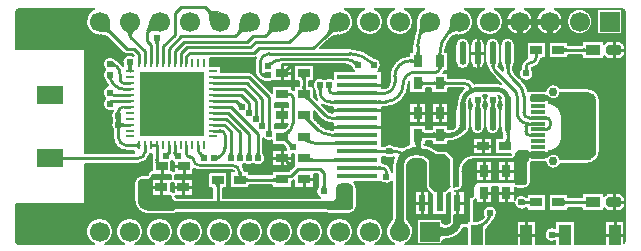
<source format=gtl>
G04*
G04 #@! TF.GenerationSoftware,Altium Limited,Altium Designer,21.8.1 (53)*
G04*
G04 Layer_Physical_Order=1*
G04 Layer_Color=255*
%FSLAX25Y25*%
%MOIN*%
G70*
G04*
G04 #@! TF.SameCoordinates,F7FF72C4-72FB-41D8-A861-7DFCE6F03B73*
G04*
G04*
G04 #@! TF.FilePolarity,Positive*
G04*
G01*
G75*
%ADD13C,0.01000*%
%ADD15R,0.03150X0.04000*%
%ADD16R,0.04000X0.03150*%
%ADD17R,0.04000X0.03000*%
%ADD18R,0.03000X0.04000*%
%ADD19R,0.04528X0.01181*%
%ADD20R,0.04520X0.01180*%
%ADD21R,0.03937X0.06693*%
%ADD22O,0.02260X0.08014*%
G04:AMPARAMS|DCode=23|XSize=125mil|YSize=70mil|CornerRadius=0mil|HoleSize=0mil|Usage=FLASHONLY|Rotation=90.000|XOffset=0mil|YOffset=0mil|HoleType=Round|Shape=Octagon|*
%AMOCTAGOND23*
4,1,8,0.01750,0.06250,-0.01750,0.06250,-0.03500,0.04500,-0.03500,-0.04500,-0.01750,-0.06250,0.01750,-0.06250,0.03500,-0.04500,0.03500,0.04500,0.01750,0.06250,0.0*
%
%ADD23OCTAGOND23*%

%ADD24R,0.02362X0.05512*%
%ADD25R,0.02362X0.07087*%
%ADD26R,0.08661X0.05906*%
G04:AMPARAMS|DCode=27|XSize=50mil|YSize=35mil|CornerRadius=0mil|HoleSize=0mil|Usage=FLASHONLY|Rotation=0.000|XOffset=0mil|YOffset=0mil|HoleType=Round|Shape=Octagon|*
%AMOCTAGOND27*
4,1,8,0.02500,-0.00875,0.02500,0.00875,0.01625,0.01750,-0.01625,0.01750,-0.02500,0.00875,-0.02500,-0.00875,-0.01625,-0.01750,0.01625,-0.01750,0.02500,-0.00875,0.0*
%
%ADD27OCTAGOND27*%

%ADD28R,0.05000X0.03500*%
%ADD29R,0.13780X0.01575*%
%ADD30R,0.01102X0.03150*%
%ADD31R,0.03150X0.01102*%
%ADD32R,0.21260X0.21260*%
%ADD59C,0.02500*%
%ADD60C,0.00500*%
%ADD61C,0.01500*%
%ADD62C,0.02000*%
%ADD63O,0.09055X0.04724*%
%ADD64O,0.07874X0.04724*%
%ADD65C,0.02953*%
%ADD66R,0.06693X0.06693*%
%ADD67C,0.06693*%
%ADD68C,0.02400*%
%ADD69C,0.02402*%
G36*
X497358Y228463D02*
X497570Y228329D01*
X497818Y228211D01*
X498101Y228110D01*
X498421Y228025D01*
X498776Y227957D01*
X499167Y227905D01*
X500056Y227849D01*
X500554Y227846D01*
X497241Y224534D01*
X497238Y225032D01*
X497183Y225921D01*
X497131Y226311D01*
X497062Y226667D01*
X496977Y226986D01*
X496876Y227270D01*
X496759Y227517D01*
X496625Y227730D01*
X496474Y227906D01*
X497181Y228613D01*
X497358Y228463D01*
D02*
G37*
G36*
X479998Y221206D02*
X479540Y221277D01*
X478714Y221343D01*
X478346Y221337D01*
X478008Y221304D01*
X477699Y221246D01*
X477420Y221162D01*
X477171Y221052D01*
X476951Y220916D01*
X476761Y220754D01*
X476175Y221582D01*
X476306Y221737D01*
X476433Y221934D01*
X476555Y222172D01*
X476673Y222453D01*
X476786Y222776D01*
X476998Y223549D01*
X477192Y224490D01*
X477282Y225024D01*
X479998Y221206D01*
D02*
G37*
G36*
X580271Y221169D02*
X579862Y221198D01*
X579117Y221191D01*
X578781Y221156D01*
X578470Y221098D01*
X578183Y221020D01*
X577921Y220919D01*
X577684Y220797D01*
X577471Y220653D01*
X577282Y220488D01*
X576575Y221195D01*
X576741Y221384D01*
X576884Y221597D01*
X577006Y221834D01*
X577107Y222096D01*
X577186Y222383D01*
X577243Y222694D01*
X577279Y223029D01*
X577293Y223390D01*
X577285Y223774D01*
X577256Y224184D01*
X580271Y221169D01*
D02*
G37*
G36*
X540554Y221154D02*
X540056Y221151D01*
X539167Y221095D01*
X538776Y221043D01*
X538421Y220975D01*
X538101Y220890D01*
X537818Y220789D01*
X537570Y220671D01*
X537358Y220537D01*
X537181Y220387D01*
X536474Y221094D01*
X536625Y221270D01*
X536759Y221483D01*
X536876Y221730D01*
X536977Y222014D01*
X537062Y222333D01*
X537131Y222689D01*
X537183Y223079D01*
X537238Y223968D01*
X537241Y224466D01*
X540554Y221154D01*
D02*
G37*
G36*
X530554D02*
X530056Y221151D01*
X529167Y221095D01*
X528776Y221043D01*
X528421Y220975D01*
X528101Y220890D01*
X527818Y220789D01*
X527570Y220671D01*
X527358Y220537D01*
X527181Y220387D01*
X526474Y221094D01*
X526625Y221270D01*
X526759Y221483D01*
X526876Y221730D01*
X526977Y222014D01*
X527062Y222333D01*
X527131Y222689D01*
X527183Y223079D01*
X527238Y223968D01*
X527241Y224466D01*
X530554Y221154D01*
D02*
G37*
G36*
X520554D02*
X520056Y221151D01*
X519167Y221095D01*
X518776Y221043D01*
X518421Y220975D01*
X518101Y220890D01*
X517818Y220789D01*
X517570Y220671D01*
X517358Y220537D01*
X517181Y220387D01*
X516474Y221094D01*
X516625Y221270D01*
X516759Y221483D01*
X516876Y221730D01*
X516977Y222014D01*
X517062Y222333D01*
X517131Y222689D01*
X517183Y223079D01*
X517238Y223968D01*
X517241Y224466D01*
X520554Y221154D01*
D02*
G37*
G36*
X510554D02*
X510056Y221151D01*
X509167Y221095D01*
X508776Y221043D01*
X508421Y220975D01*
X508101Y220890D01*
X507818Y220789D01*
X507570Y220671D01*
X507358Y220537D01*
X507181Y220387D01*
X506474Y221094D01*
X506625Y221270D01*
X506759Y221483D01*
X506876Y221730D01*
X506977Y222014D01*
X507062Y222333D01*
X507131Y222689D01*
X507183Y223079D01*
X507238Y223968D01*
X507241Y224466D01*
X510554Y221154D01*
D02*
G37*
G36*
X463937Y223968D02*
X463992Y223079D01*
X464044Y222689D01*
X464112Y222333D01*
X464197Y222014D01*
X464298Y221730D01*
X464416Y221483D01*
X464550Y221270D01*
X464700Y221094D01*
X463993Y220387D01*
X463817Y220537D01*
X463605Y220671D01*
X463357Y220789D01*
X463073Y220890D01*
X462754Y220975D01*
X462399Y221043D01*
X462008Y221095D01*
X461119Y221151D01*
X460621Y221154D01*
X463934Y224466D01*
X463937Y223968D01*
D02*
G37*
G36*
X570726Y221156D02*
X570250Y221126D01*
X569421Y221004D01*
X569068Y220913D01*
X568754Y220801D01*
X568482Y220670D01*
X568250Y220518D01*
X568058Y220346D01*
X567907Y220154D01*
X567797Y219941D01*
X567007Y220640D01*
X567083Y220842D01*
X567147Y221080D01*
X567200Y221354D01*
X567241Y221665D01*
X567289Y222396D01*
X567291Y223273D01*
X567247Y224295D01*
X570726Y221156D01*
D02*
G37*
G36*
X472429Y221673D02*
X472192Y221442D01*
X471983Y221210D01*
X471802Y220974D01*
X471649Y220735D01*
X471523Y220494D01*
X471425Y220250D01*
X471356Y220003D01*
X471314Y219753D01*
X471300Y219500D01*
X470300D01*
X470285Y219745D01*
X470241Y219984D01*
X470167Y220216D01*
X470064Y220441D01*
X469932Y220660D01*
X469770Y220872D01*
X469579Y221077D01*
X469358Y221276D01*
X469107Y221468D01*
X468828Y221654D01*
X472694Y221900D01*
X472429Y221673D01*
D02*
G37*
G36*
X480478Y217975D02*
X480420Y217900D01*
X480369Y217819D01*
X480325Y217732D01*
X480288Y217639D01*
X480257Y217541D01*
X480233Y217437D01*
X480217Y217327D01*
X480206Y217212D01*
X480203Y217091D01*
X479203Y217088D01*
X479200Y217209D01*
X479189Y217324D01*
X479172Y217434D01*
X479148Y217538D01*
X479118Y217636D01*
X479080Y217729D01*
X479036Y217815D01*
X478985Y217896D01*
X478927Y217972D01*
X478862Y218041D01*
X480542Y218045D01*
X480478Y217975D01*
D02*
G37*
G36*
X622524Y214000D02*
X622514Y214095D01*
X622483Y214180D01*
X622433Y214255D01*
X622362Y214320D01*
X622271Y214375D01*
X622160Y214420D01*
X622028Y214455D01*
X621876Y214480D01*
X621704Y214495D01*
X621512Y214500D01*
Y215500D01*
X621704Y215505D01*
X621876Y215520D01*
X622028Y215545D01*
X622160Y215580D01*
X622271Y215625D01*
X622362Y215680D01*
X622433Y215745D01*
X622483Y215820D01*
X622514Y215905D01*
X622524Y216000D01*
Y214000D01*
D02*
G37*
G36*
X615486Y215905D02*
X615517Y215820D01*
X615567Y215745D01*
X615638Y215680D01*
X615729Y215625D01*
X615840Y215580D01*
X615972Y215545D01*
X616124Y215520D01*
X616296Y215505D01*
X616488Y215500D01*
Y214500D01*
X616296Y214495D01*
X616124Y214480D01*
X615972Y214455D01*
X615840Y214420D01*
X615729Y214375D01*
X615638Y214320D01*
X615567Y214255D01*
X615517Y214180D01*
X615486Y214095D01*
X615476Y214000D01*
Y216000D01*
X615486Y215905D01*
D02*
G37*
G36*
X574500Y213667D02*
X574526Y213231D01*
X574533Y213226D01*
X573467D01*
X573474Y213231D01*
X573479Y213248D01*
X573484Y213275D01*
X573488Y213313D01*
X573497Y213493D01*
X573500Y213771D01*
X574500D01*
X574500Y213667D01*
D02*
G37*
G36*
X567105Y214046D02*
X567120Y213874D01*
X567145Y213722D01*
X567180Y213590D01*
X567225Y213479D01*
X567280Y213388D01*
X567345Y213317D01*
X567420Y213266D01*
X567505Y213236D01*
X567600Y213226D01*
X565600D01*
X565695Y213236D01*
X565780Y213266D01*
X565855Y213317D01*
X565920Y213388D01*
X565975Y213479D01*
X566020Y213590D01*
X566055Y213722D01*
X566080Y213874D01*
X566095Y214046D01*
X566100Y214238D01*
X567100D01*
X567105Y214046D01*
D02*
G37*
G36*
X606973Y213429D02*
X606916Y213404D01*
X606865Y213362D01*
X606821Y213303D01*
X606784Y213228D01*
X606754Y213136D01*
X606730Y213027D01*
X606713Y212901D01*
X606703Y212759D01*
X606700Y212600D01*
X605700D01*
X605697Y212759D01*
X605670Y213027D01*
X605646Y213136D01*
X605616Y213228D01*
X605579Y213303D01*
X605535Y213362D01*
X605484Y213404D01*
X605427Y213429D01*
X605363Y213437D01*
X607037D01*
X606973Y213429D01*
D02*
G37*
G36*
X518344Y210348D02*
X518246Y210282D01*
X518158Y210213D01*
X518079Y210140D01*
X518010Y210063D01*
X517950Y209983D01*
X517900Y209898D01*
X517860Y209810D01*
X517830Y209719D01*
X517809Y209623D01*
X517798Y209524D01*
X516700Y210796D01*
X516788Y210792D01*
X516878Y210797D01*
X516971Y210809D01*
X517065Y210829D01*
X517162Y210856D01*
X517261Y210892D01*
X517362Y210935D01*
X517466Y210985D01*
X517679Y211110D01*
X518344Y210348D01*
D02*
G37*
G36*
X565049Y210563D02*
X565041Y210627D01*
X565015Y210684D01*
X564973Y210735D01*
X564913Y210779D01*
X564837Y210816D01*
X564744Y210846D01*
X564633Y210870D01*
X564506Y210887D01*
X564361Y210897D01*
X564200Y210900D01*
Y211900D01*
X564361Y211903D01*
X564633Y211930D01*
X564744Y211954D01*
X564837Y211984D01*
X564913Y212021D01*
X564973Y212065D01*
X565015Y212116D01*
X565041Y212173D01*
X565049Y212237D01*
Y210563D01*
D02*
G37*
G36*
X545805Y211422D02*
X546019Y211319D01*
X546122Y211279D01*
X546222Y211246D01*
X546320Y211221D01*
X546415Y211203D01*
X546507Y211192D01*
X546596Y211190D01*
X546683Y211194D01*
X545604Y209907D01*
X545591Y210006D01*
X545568Y210102D01*
X545536Y210193D01*
X545494Y210280D01*
X545442Y210362D01*
X545380Y210440D01*
X545309Y210514D01*
X545228Y210583D01*
X545137Y210648D01*
X545036Y210709D01*
X545694Y211484D01*
X545805Y211422D01*
D02*
G37*
G36*
X465139Y211011D02*
X465191Y210951D01*
X465252Y210890D01*
X465321Y210828D01*
X465486Y210702D01*
X465581Y210637D01*
X465918Y210437D01*
X465722Y209382D01*
X465625Y209445D01*
X465528Y209495D01*
X465433Y209531D01*
X465338Y209555D01*
X465245Y209565D01*
X465152Y209562D01*
X465060Y209546D01*
X464969Y209516D01*
X464879Y209474D01*
X464790Y209418D01*
X465095Y211070D01*
X465139Y211011D01*
D02*
G37*
G36*
X597521Y210349D02*
X597454Y210234D01*
X597394Y210113D01*
X597343Y209984D01*
X597299Y209847D01*
X597263Y209704D01*
X597236Y209553D01*
X597216Y209394D01*
X597204Y209228D01*
X597200Y209055D01*
X596200Y208984D01*
X596195Y209254D01*
X596156Y209708D01*
X596122Y209892D01*
X596077Y210047D01*
X596023Y210173D01*
X595960Y210271D01*
X595886Y210339D01*
X595803Y210379D01*
X595710Y210390D01*
X597597Y210456D01*
X597521Y210349D01*
D02*
G37*
G36*
X471375Y210073D02*
X471318Y209998D01*
X471267Y209917D01*
X471222Y209830D01*
X471185Y209738D01*
X471154Y209640D01*
X471131Y209536D01*
X471114Y209426D01*
X471103Y209310D01*
X471103Y209285D01*
X471105Y209195D01*
X471120Y209023D01*
X471145Y208872D01*
X471180Y208740D01*
X471225Y208629D01*
X471280Y208538D01*
X471345Y208467D01*
X471420Y208416D01*
X471505Y208386D01*
X471600Y208376D01*
X469600D01*
X469695Y208386D01*
X469780Y208416D01*
X469855Y208467D01*
X469920Y208538D01*
X469975Y208629D01*
X470020Y208740D01*
X470055Y208872D01*
X470080Y209023D01*
X470095Y209195D01*
X470097Y209285D01*
X470097Y209310D01*
X470086Y209426D01*
X470069Y209536D01*
X470046Y209640D01*
X470015Y209738D01*
X469978Y209830D01*
X469933Y209917D01*
X469882Y209998D01*
X469825Y210073D01*
X469760Y210143D01*
X471440D01*
X471375Y210073D01*
D02*
G37*
G36*
X603303Y208890D02*
X603314Y208774D01*
X603331Y208664D01*
X603354Y208560D01*
X603385Y208462D01*
X603422Y208370D01*
X603467Y208283D01*
X603518Y208202D01*
X603575Y208126D01*
X603640Y208057D01*
X601960D01*
X602025Y208126D01*
X602082Y208202D01*
X602133Y208283D01*
X602178Y208370D01*
X602215Y208462D01*
X602246Y208560D01*
X602269Y208664D01*
X602286Y208774D01*
X602297Y208890D01*
X602300Y209011D01*
X603300D01*
X603303Y208890D01*
D02*
G37*
G36*
X515740Y205763D02*
X514450Y206417D01*
X515002Y207250D01*
X515070Y207212D01*
X515139Y207187D01*
X515210Y207174D01*
X515282Y207174D01*
X515355Y207187D01*
X515430Y207213D01*
X515507Y207251D01*
X515585Y207302D01*
X515664Y207366D01*
X515745Y207442D01*
X515740Y205763D01*
D02*
G37*
G36*
X529580Y205902D02*
X529495Y205872D01*
X529420Y205822D01*
X529355Y205752D01*
X529300Y205662D01*
X529255Y205552D01*
X529220Y205422D01*
X529195Y205272D01*
X529180Y205102D01*
X529175Y204912D01*
X528175D01*
X528170Y205102D01*
X528155Y205272D01*
X528130Y205422D01*
X528095Y205552D01*
X528050Y205662D01*
X527995Y205752D01*
X527930Y205822D01*
X527855Y205872D01*
X527770Y205902D01*
X527675Y205912D01*
X529675D01*
X529580Y205902D01*
D02*
G37*
G36*
X464982Y205872D02*
X464934Y205786D01*
X464897Y205697D01*
X464872Y205605D01*
X464857Y205510D01*
X464855Y205412D01*
X464863Y205312D01*
X464883Y205209D01*
X464914Y205103D01*
X464956Y204995D01*
X463929Y204870D01*
X463881Y204993D01*
X463780Y205214D01*
X463728Y205313D01*
X463617Y205488D01*
X463559Y205563D01*
X463499Y205631D01*
X463438Y205692D01*
X463375Y205744D01*
X465041Y205956D01*
X464982Y205872D01*
D02*
G37*
G36*
X575573Y204855D02*
X575603Y204770D01*
X575653Y204695D01*
X575723Y204630D01*
X575813Y204575D01*
X575923Y204530D01*
X576053Y204495D01*
X576203Y204470D01*
X576373Y204455D01*
X576563Y204450D01*
Y203450D01*
X576373Y203445D01*
X576203Y203430D01*
X576053Y203405D01*
X575923Y203370D01*
X575813Y203325D01*
X575723Y203270D01*
X575653Y203205D01*
X575603Y203130D01*
X575573Y203045D01*
X575563Y202950D01*
Y204950D01*
X575573Y204855D01*
D02*
G37*
G36*
X572449Y202950D02*
X572439Y203045D01*
X572409Y203130D01*
X572358Y203205D01*
X572287Y203270D01*
X572196Y203325D01*
X572085Y203370D01*
X571953Y203405D01*
X571802Y203430D01*
X571629Y203445D01*
X571437Y203450D01*
Y204450D01*
X571629Y204455D01*
X571802Y204470D01*
X571953Y204495D01*
X572085Y204530D01*
X572196Y204575D01*
X572287Y204630D01*
X572358Y204695D01*
X572409Y204770D01*
X572439Y204855D01*
X572449Y204950D01*
Y202950D01*
D02*
G37*
G36*
X568173Y204855D02*
X568203Y204770D01*
X568253Y204695D01*
X568323Y204630D01*
X568413Y204575D01*
X568523Y204530D01*
X568653Y204495D01*
X568803Y204470D01*
X568973Y204455D01*
X569163Y204450D01*
Y203450D01*
X568973Y203445D01*
X568803Y203430D01*
X568653Y203405D01*
X568523Y203370D01*
X568413Y203325D01*
X568323Y203270D01*
X568253Y203205D01*
X568203Y203130D01*
X568173Y203045D01*
X568163Y202950D01*
Y204950D01*
X568173Y204855D01*
D02*
G37*
G36*
X529180Y202671D02*
X529195Y202499D01*
X529220Y202347D01*
X529255Y202215D01*
X529300Y202104D01*
X529355Y202013D01*
X529420Y201942D01*
X529495Y201891D01*
X529580Y201861D01*
X529675Y201851D01*
X527675D01*
X527770Y201861D01*
X527855Y201891D01*
X527930Y201942D01*
X527995Y202013D01*
X528050Y202104D01*
X528095Y202215D01*
X528130Y202347D01*
X528155Y202499D01*
X528170Y202671D01*
X528175Y202863D01*
X529175D01*
X529180Y202671D01*
D02*
G37*
G36*
X537768Y202237D02*
X537753Y202210D01*
X537741Y202173D01*
X537730Y202125D01*
X537721Y202065D01*
X537708Y201913D01*
X537701Y201715D01*
X537700Y201600D01*
X536700D01*
X536699Y201715D01*
X536670Y202125D01*
X536659Y202173D01*
X536647Y202210D01*
X536632Y202237D01*
X536617Y202251D01*
X537783D01*
X537768Y202237D01*
D02*
G37*
G36*
X534875Y202374D02*
X534818Y202298D01*
X534767Y202217D01*
X534722Y202130D01*
X534685Y202038D01*
X534654Y201940D01*
X534631Y201836D01*
X534614Y201726D01*
X534603Y201610D01*
X534600Y201489D01*
X533600D01*
X533597Y201610D01*
X533586Y201726D01*
X533569Y201836D01*
X533546Y201940D01*
X533515Y202038D01*
X533478Y202130D01*
X533433Y202217D01*
X533382Y202298D01*
X533325Y202374D01*
X533260Y202443D01*
X534940D01*
X534875Y202374D01*
D02*
G37*
G36*
X523356Y200830D02*
X523373Y200824D01*
X523400Y200818D01*
X523439Y200813D01*
X523549Y200806D01*
X523900Y200800D01*
Y199800D01*
X523796Y199800D01*
X523356Y199770D01*
X523351Y199763D01*
Y200837D01*
X523356Y200830D01*
D02*
G37*
G36*
X553388Y201247D02*
X553418Y201200D01*
X553468Y201158D01*
X553538Y201123D01*
X553628Y201092D01*
X553738Y201068D01*
X553868Y201048D01*
X554018Y201034D01*
X554378Y201024D01*
Y200024D01*
X554188Y200021D01*
X553868Y199999D01*
X553738Y199979D01*
X553628Y199955D01*
X553538Y199924D01*
X553468Y199889D01*
X553418Y199847D01*
X553388Y199801D01*
X553378Y199748D01*
Y201299D01*
X553388Y201247D01*
D02*
G37*
G36*
X539622Y199748D02*
X539612Y199801D01*
X539582Y199847D01*
X539532Y199889D01*
X539462Y199924D01*
X539372Y199955D01*
X539262Y199979D01*
X539132Y199999D01*
X538982Y200012D01*
X538622Y200024D01*
Y201024D01*
X538812Y201026D01*
X539132Y201048D01*
X539262Y201068D01*
X539372Y201092D01*
X539462Y201123D01*
X539532Y201158D01*
X539582Y201200D01*
X539612Y201247D01*
X539622Y201299D01*
Y199748D01*
D02*
G37*
G36*
X597281Y199388D02*
X595625Y199100D01*
X595651Y199146D01*
X595666Y199199D01*
X595671Y199259D01*
X595666Y199326D01*
X595651Y199399D01*
X595626Y199480D01*
X595590Y199567D01*
X595544Y199662D01*
X595489Y199764D01*
X595423Y199872D01*
X596993Y200105D01*
X597281Y199388D01*
D02*
G37*
G36*
X530587Y199668D02*
X530544Y199591D01*
X530534Y199495D01*
X530555Y199381D01*
X530610Y199249D01*
X530697Y199098D01*
X530816Y198929D01*
X530968Y198742D01*
X531370Y198312D01*
X530238Y198030D01*
X530052Y198209D01*
X529710Y198495D01*
X529553Y198601D01*
X529407Y198684D01*
X529271Y198743D01*
X529144Y198777D01*
X529027Y198788D01*
X528921Y198775D01*
X528824Y198737D01*
X530663Y199726D01*
X530587Y199668D01*
D02*
G37*
G36*
X465006Y197506D02*
X465057Y197502D01*
X465103Y197493D01*
X465145Y197477D01*
X465181Y197454D01*
X465213Y197425D01*
X465239Y197390D01*
X465261Y197349D01*
X465278Y197301D01*
X465290Y197246D01*
X465297Y197185D01*
X464039Y198298D01*
X464083Y198301D01*
X464211Y198319D01*
X464253Y198328D01*
X464334Y198349D01*
X464374Y198362D01*
X464452Y198392D01*
X465006Y197506D01*
D02*
G37*
G36*
X553388Y198491D02*
X553418Y198444D01*
X553468Y198403D01*
X553538Y198367D01*
X553628Y198337D01*
X553738Y198312D01*
X553868Y198292D01*
X554018Y198279D01*
X554378Y198268D01*
Y197268D01*
X554188Y197265D01*
X553868Y197243D01*
X553738Y197224D01*
X553628Y197199D01*
X553538Y197169D01*
X553468Y197133D01*
X553418Y197091D01*
X553388Y197045D01*
X553378Y196992D01*
Y198543D01*
X553388Y198491D01*
D02*
G37*
G36*
X539622Y196992D02*
X539612Y197045D01*
X539582Y197091D01*
X539532Y197133D01*
X539462Y197169D01*
X539372Y197199D01*
X539262Y197224D01*
X539132Y197243D01*
X538982Y197257D01*
X538622Y197268D01*
Y198268D01*
X538812Y198270D01*
X539132Y198292D01*
X539262Y198312D01*
X539372Y198337D01*
X539462Y198367D01*
X539532Y198403D01*
X539582Y198444D01*
X539612Y198491D01*
X539622Y198543D01*
Y196992D01*
D02*
G37*
G36*
X507156Y197649D02*
X507245Y197574D01*
X507335Y197509D01*
X507425Y197452D01*
X507516Y197405D01*
X507608Y197366D01*
X507701Y197336D01*
X507794Y197315D01*
X507888Y197303D01*
X507983Y197300D01*
X506800Y196107D01*
X506796Y196202D01*
X506783Y196296D01*
X506762Y196389D01*
X506732Y196482D01*
X506693Y196574D01*
X506644Y196665D01*
X506588Y196755D01*
X506522Y196845D01*
X506448Y196934D01*
X506364Y197022D01*
X507068Y197732D01*
X507156Y197649D01*
D02*
G37*
G36*
X597438Y197534D02*
X597424Y197498D01*
X597411Y197450D01*
X597401Y197389D01*
X597384Y197229D01*
X597374Y197020D01*
X597373Y197014D01*
X597427Y196134D01*
X597452Y195969D01*
X597481Y195827D01*
X597515Y195709D01*
X597554Y195615D01*
X597597Y195544D01*
X595644D01*
X595687Y195615D01*
X595725Y195709D01*
X595759Y195827D01*
X595789Y195969D01*
X595814Y196134D01*
X595850Y196535D01*
X595864Y196934D01*
X595836Y197357D01*
X595823Y197419D01*
X595809Y197468D01*
X595793Y197505D01*
X595775Y197529D01*
X597454Y197557D01*
X597438Y197534D01*
D02*
G37*
G36*
X592391Y197387D02*
X592334Y197311D01*
X592284Y197229D01*
X592240Y197141D01*
X592204Y197048D01*
X592174Y196950D01*
X592150Y196845D01*
X592134Y196735D01*
X592133Y196731D01*
X592139Y196664D01*
X592163Y196510D01*
X592197Y196360D01*
X592239Y196214D01*
X592292Y196072D01*
X592354Y195934D01*
X592425Y195800D01*
X592506Y195670D01*
X592597Y195544D01*
X590644D01*
X590734Y195670D01*
X590815Y195800D01*
X590887Y195934D01*
X590949Y196072D01*
X591001Y196214D01*
X591044Y196360D01*
X591077Y196510D01*
X591101Y196664D01*
X591106Y196719D01*
X591089Y196826D01*
X591065Y196930D01*
X591034Y197028D01*
X590996Y197120D01*
X590951Y197206D01*
X590899Y197286D01*
X590840Y197361D01*
X590775Y197429D01*
X592454Y197457D01*
X592391Y197387D01*
D02*
G37*
G36*
X587391D02*
X587334Y197311D01*
X587284Y197229D01*
X587241Y197141D01*
X587204Y197048D01*
X587174Y196950D01*
X587150Y196845D01*
X587134Y196735D01*
X587133Y196731D01*
X587139Y196664D01*
X587163Y196510D01*
X587196Y196360D01*
X587239Y196214D01*
X587292Y196072D01*
X587354Y195934D01*
X587425Y195800D01*
X587506Y195670D01*
X587597Y195544D01*
X585644D01*
X585734Y195670D01*
X585815Y195800D01*
X585887Y195934D01*
X585949Y196072D01*
X586001Y196214D01*
X586044Y196360D01*
X586077Y196510D01*
X586101Y196664D01*
X586106Y196719D01*
X586089Y196826D01*
X586065Y196930D01*
X586034Y197028D01*
X585996Y197120D01*
X585951Y197206D01*
X585899Y197286D01*
X585840Y197361D01*
X585775Y197429D01*
X587454Y197457D01*
X587391Y197387D01*
D02*
G37*
G36*
X582373Y196874D02*
X582427Y196086D01*
X582452Y195938D01*
X582481Y195810D01*
X582515Y195702D01*
X582554Y195613D01*
X582597Y195544D01*
X580644D01*
X580687Y195613D01*
X580725Y195702D01*
X580759Y195810D01*
X580789Y195938D01*
X580814Y196086D01*
X580850Y196440D01*
X580868Y196874D01*
X580870Y197120D01*
X582370D01*
X582373Y196874D01*
D02*
G37*
G36*
X467505Y194798D02*
X467473Y194713D01*
X467454Y194628D01*
X467447Y194543D01*
X467452Y194459D01*
X467470Y194375D01*
X467499Y194291D01*
X467541Y194207D01*
X467595Y194123D01*
X467662Y194040D01*
X467740Y193957D01*
X467415D01*
X467425Y193804D01*
X467436Y193734D01*
X467449Y193674D01*
X467464Y193623D01*
X467481Y193582D01*
X467500Y193550D01*
X466300D01*
X466319Y193582D01*
X466336Y193623D01*
X466351Y193674D01*
X466364Y193734D01*
X466375Y193804D01*
X466390Y193957D01*
X466060D01*
X466589Y195201D01*
X467505Y194798D01*
D02*
G37*
G36*
X539622Y191480D02*
X539612Y191533D01*
X539582Y191579D01*
X539532Y191621D01*
X539462Y191657D01*
X539372Y191687D01*
X539262Y191712D01*
X539132Y191731D01*
X538982Y191745D01*
X538622Y191756D01*
Y192756D01*
X538812Y192759D01*
X539132Y192781D01*
X539262Y192800D01*
X539372Y192825D01*
X539462Y192855D01*
X539532Y192891D01*
X539582Y192932D01*
X539612Y192979D01*
X539622Y193031D01*
Y191480D01*
D02*
G37*
G36*
X530587Y192568D02*
X530544Y192490D01*
X530534Y192395D01*
X530555Y192281D01*
X530610Y192149D01*
X530697Y191998D01*
X530816Y191829D01*
X530968Y191642D01*
X531370Y191212D01*
X530591Y190577D01*
X530338Y190823D01*
X529681Y191374D01*
X529495Y191496D01*
X529327Y191586D01*
X529176Y191646D01*
X529041Y191674D01*
X528924Y191671D01*
X528824Y191637D01*
X530663Y192626D01*
X530587Y192568D01*
D02*
G37*
G36*
X582193Y191609D02*
X582178Y191559D01*
X582164Y191491D01*
X582153Y191406D01*
X582135Y191182D01*
X582120Y190520D01*
X581120D01*
X581119Y190712D01*
X581062Y191559D01*
X581047Y191609D01*
X581030Y191641D01*
X582211D01*
X582193Y191609D01*
D02*
G37*
G36*
X597145Y191552D02*
X597140Y191502D01*
X597131Y191314D01*
X597120Y190044D01*
X596120D01*
X596090Y191573D01*
X597151D01*
X597145Y191552D01*
D02*
G37*
G36*
X467723Y192219D02*
X467708Y192183D01*
X467694Y192134D01*
X467682Y192073D01*
X467672Y191999D01*
X467658Y191814D01*
X467653Y191586D01*
X467682Y191127D01*
X467694Y191066D01*
X467708Y191017D01*
X467723Y190981D01*
X467739Y190958D01*
X467806Y190900D01*
X467882Y190843D01*
X467965Y190794D01*
X468052Y190751D01*
X468146Y190714D01*
X468245Y190684D01*
X468349Y190661D01*
X468459Y190645D01*
X468575Y190635D01*
X468696Y190632D01*
X468725Y189632D01*
X468603Y189628D01*
X468488Y189618D01*
X468378Y189600D01*
X468275Y189576D01*
X468177Y189544D01*
X468086Y189506D01*
X468000Y189461D01*
X467920Y189408D01*
X467847Y189349D01*
X467779Y189283D01*
X467735Y190957D01*
X466060D01*
X466077Y190981D01*
X466092Y191017D01*
X466106Y191066D01*
X466118Y191127D01*
X466127Y191201D01*
X466142Y191386D01*
X466147Y191614D01*
X466118Y192073D01*
X466106Y192134D01*
X466092Y192183D01*
X466077Y192219D01*
X466060Y192243D01*
X467740D01*
X467723Y192219D01*
D02*
G37*
G36*
X467675Y189173D02*
X467618Y189098D01*
X467567Y189017D01*
X467522Y188930D01*
X467485Y188838D01*
X467454Y188740D01*
X467431Y188636D01*
X467414Y188526D01*
X467403Y188410D01*
X467400Y188289D01*
X466400D01*
X466397Y188410D01*
X466386Y188526D01*
X466369Y188636D01*
X466346Y188740D01*
X466315Y188838D01*
X466278Y188930D01*
X466233Y189017D01*
X466182Y189098D01*
X466125Y189173D01*
X466060Y189243D01*
X467740D01*
X467675Y189173D01*
D02*
G37*
G36*
X524197Y187569D02*
X523983Y187375D01*
X523643Y187030D01*
X523517Y186877D01*
X523420Y186738D01*
X523353Y186612D01*
X523315Y186500D01*
X523306Y186401D01*
X523326Y186316D01*
X523376Y186245D01*
X521981Y187651D01*
X522061Y187597D01*
X522163Y187575D01*
X522287Y187585D01*
X522433Y187627D01*
X522600Y187701D01*
X522789Y187807D01*
X522999Y187945D01*
X523485Y188318D01*
X523761Y188552D01*
X524197Y187569D01*
D02*
G37*
G36*
X597506Y188536D02*
X597425Y188406D01*
X597354Y188272D01*
X597292Y188134D01*
X597239Y187992D01*
X597196Y187846D01*
X597163Y187697D01*
X597139Y187543D01*
X597125Y187385D01*
X597120Y187223D01*
X596120D01*
X596115Y187385D01*
X596101Y187543D01*
X596077Y187697D01*
X596044Y187846D01*
X596001Y187992D01*
X595949Y188134D01*
X595887Y188272D01*
X595815Y188406D01*
X595734Y188536D01*
X595644Y188663D01*
X597597D01*
X597506Y188536D01*
D02*
G37*
G36*
X581912Y188137D02*
X581895Y188125D01*
X581855Y188090D01*
X580696Y186985D01*
X579519Y187976D01*
X579790Y188248D01*
X580216Y188744D01*
X580372Y188969D01*
X580490Y189177D01*
X580570Y189370D01*
X580611Y189547D01*
X580614Y189708D01*
X580578Y189853D01*
X580505Y189982D01*
X581912Y188137D01*
D02*
G37*
G36*
X539622Y185969D02*
X539612Y186021D01*
X539582Y186068D01*
X539532Y186109D01*
X539462Y186145D01*
X539372Y186175D01*
X539262Y186200D01*
X539132Y186219D01*
X538982Y186233D01*
X538622Y186244D01*
Y187244D01*
X538812Y187247D01*
X539132Y187269D01*
X539262Y187288D01*
X539372Y187313D01*
X539462Y187343D01*
X539532Y187379D01*
X539582Y187420D01*
X539612Y187467D01*
X539622Y187519D01*
Y185969D01*
D02*
G37*
G36*
X575503Y188057D02*
X575548Y187930D01*
X575623Y187818D01*
X575728Y187720D01*
X575863Y187637D01*
X576028Y187570D01*
X576223Y187517D01*
X576448Y187480D01*
X576703Y187458D01*
X576988Y187450D01*
Y185950D01*
X576703Y185942D01*
X576448Y185920D01*
X576223Y185882D01*
X576028Y185830D01*
X575863Y185763D01*
X575728Y185680D01*
X575623Y185582D01*
X575548Y185470D01*
X575503Y185343D01*
X575488Y185200D01*
Y188200D01*
X575503Y188057D01*
D02*
G37*
G36*
X572524Y185200D02*
X572509Y185343D01*
X572464Y185470D01*
X572388Y185582D01*
X572282Y185680D01*
X572146Y185763D01*
X571980Y185830D01*
X571783Y185882D01*
X571556Y185920D01*
X571299Y185942D01*
X571012Y185950D01*
Y187450D01*
X571299Y187458D01*
X571556Y187480D01*
X571783Y187517D01*
X571980Y187570D01*
X572146Y187637D01*
X572282Y187720D01*
X572388Y187818D01*
X572464Y187930D01*
X572509Y188057D01*
X572524Y188200D01*
Y185200D01*
D02*
G37*
G36*
X568103Y188057D02*
X568148Y187930D01*
X568223Y187818D01*
X568328Y187720D01*
X568463Y187637D01*
X568628Y187570D01*
X568823Y187517D01*
X569048Y187480D01*
X569303Y187458D01*
X569588Y187450D01*
Y185950D01*
X569303Y185942D01*
X569048Y185920D01*
X568823Y185882D01*
X568628Y185830D01*
X568463Y185763D01*
X568328Y185680D01*
X568223Y185582D01*
X568148Y185470D01*
X568103Y185343D01*
X568088Y185200D01*
Y188200D01*
X568103Y188057D01*
D02*
G37*
G36*
X597125Y185298D02*
X597139Y185128D01*
X597162Y184978D01*
X597195Y184848D01*
X597237Y184738D01*
X597289Y184648D01*
X597349Y184578D01*
X597420Y184528D01*
X597499Y184498D01*
X597588Y184488D01*
X595620Y184476D01*
X595715Y184487D01*
X595800Y184518D01*
X595875Y184568D01*
X595940Y184639D01*
X595995Y184731D01*
X596040Y184842D01*
X596075Y184973D01*
X596100Y185125D01*
X596115Y185296D01*
X596120Y185488D01*
X597120D01*
X597125Y185298D01*
D02*
G37*
G36*
X530592Y185540D02*
X530536Y185470D01*
X530518Y185390D01*
X530539Y185301D01*
X530599Y185203D01*
X530698Y185095D01*
X530836Y184977D01*
X531013Y184851D01*
X531229Y184714D01*
X531484Y184569D01*
X530631Y183869D01*
X530313Y184038D01*
X529500Y184408D01*
X529276Y184487D01*
X529075Y184542D01*
X528897Y184575D01*
X528743Y184585D01*
X528612Y184573D01*
X528505Y184537D01*
X530688Y185601D01*
X530592Y185540D01*
D02*
G37*
G36*
X479179Y183744D02*
X479276Y183741D01*
Y182741D01*
X479179Y182738D01*
Y182241D01*
X479169Y182336D01*
X479139Y182421D01*
X479088Y182496D01*
X479017Y182561D01*
X478926Y182616D01*
X478815Y182661D01*
X478722Y182686D01*
X478629Y182661D01*
X478517Y182616D01*
X478426Y182561D01*
X478356Y182496D01*
X478305Y182421D01*
X478274Y182336D01*
X478264Y182241D01*
Y182738D01*
X478167Y182741D01*
Y183741D01*
X478264Y183744D01*
Y184241D01*
X478274Y184146D01*
X478305Y184061D01*
X478356Y183986D01*
X478426Y183921D01*
X478517Y183866D01*
X478629Y183821D01*
X478722Y183796D01*
X478815Y183821D01*
X478926Y183866D01*
X479017Y183921D01*
X479088Y183986D01*
X479139Y184061D01*
X479169Y184146D01*
X479179Y184241D01*
Y183744D01*
D02*
G37*
G36*
X523332Y185909D02*
X523303Y185812D01*
X523301Y185700D01*
X523326Y185572D01*
X523378Y185428D01*
X523457Y185268D01*
X523563Y185092D01*
X523696Y184900D01*
X524043Y184469D01*
X523316Y183781D01*
X523128Y183990D01*
X522790Y184319D01*
X522640Y184439D01*
X522502Y184530D01*
X522377Y184590D01*
X522264Y184622D01*
X522163Y184623D01*
X522075Y184595D01*
X522000Y184537D01*
X523388Y185989D01*
X523332Y185909D01*
D02*
G37*
G36*
X539622Y183213D02*
X539612Y183265D01*
X539582Y183312D01*
X539532Y183353D01*
X539462Y183389D01*
X539372Y183419D01*
X539262Y183444D01*
X539132Y183463D01*
X538982Y183477D01*
X538622Y183488D01*
Y184488D01*
X538812Y184491D01*
X539132Y184513D01*
X539262Y184532D01*
X539372Y184557D01*
X539462Y184587D01*
X539532Y184623D01*
X539582Y184664D01*
X539612Y184711D01*
X539622Y184764D01*
Y183213D01*
D02*
G37*
G36*
X567948Y184697D02*
X567822Y184652D01*
X567712Y184577D01*
X567616Y184472D01*
X567534Y184337D01*
X567468Y184172D01*
X567416Y183977D01*
X567380Y183752D01*
X567357Y183497D01*
X567350Y183212D01*
X565850D01*
X565843Y183497D01*
X565821Y183752D01*
X565784Y183977D01*
X565732Y184172D01*
X565665Y184337D01*
X565584Y184472D01*
X565488Y184577D01*
X565378Y184652D01*
X565252Y184697D01*
X565112Y184712D01*
X568088D01*
X567948Y184697D01*
D02*
G37*
G36*
X524274Y184207D02*
X524358Y184126D01*
X524443Y184054D01*
X524529Y183991D01*
X524616Y183937D01*
X524705Y183892D01*
X524795Y183855D01*
X524887Y183827D01*
X524980Y183808D01*
X525074Y183798D01*
X523804Y182698D01*
X523807Y182793D01*
X523802Y182888D01*
X523787Y182982D01*
X523764Y183077D01*
X523732Y183171D01*
X523690Y183265D01*
X523640Y183360D01*
X523581Y183454D01*
X523513Y183548D01*
X523437Y183642D01*
X524193Y184296D01*
X524274Y184207D01*
D02*
G37*
G36*
X473273Y182241D02*
X473263Y182336D01*
X473233Y182421D01*
X473182Y182496D01*
X473111Y182561D01*
X473020Y182616D01*
X472909Y182661D01*
X472777Y182696D01*
X472625Y182721D01*
X472453Y182736D01*
X472261Y182741D01*
Y183741D01*
X472453Y183746D01*
X472625Y183761D01*
X472777Y183786D01*
X472909Y183821D01*
X473020Y183866D01*
X473111Y183921D01*
X473182Y183986D01*
X473233Y184061D01*
X473263Y184146D01*
X473273Y184241D01*
Y182241D01*
D02*
G37*
G36*
X565835Y182458D02*
X565916Y182447D01*
X565982Y182430D01*
X566034Y182407D01*
X566071Y182377D01*
X566093Y182342D01*
X566100Y182300D01*
X567100D01*
X566743Y181064D01*
X565364Y182443D01*
X565504Y182456D01*
X565739Y182464D01*
X565835Y182458D01*
D02*
G37*
G36*
X553388Y181949D02*
X553418Y181897D01*
X553468Y181851D01*
X553538Y181811D01*
X553628Y181777D01*
X553738Y181749D01*
X553868Y181728D01*
X554018Y181712D01*
X554378Y181700D01*
Y180700D01*
X554188Y180698D01*
X553738Y180661D01*
X553628Y180639D01*
X553538Y180612D01*
X553468Y180581D01*
X553418Y180544D01*
X553388Y180503D01*
X553378Y180457D01*
Y182008D01*
X553388Y181949D01*
D02*
G37*
G36*
X558126Y181975D02*
X558202Y181918D01*
X558283Y181867D01*
X558370Y181822D01*
X558462Y181785D01*
X558560Y181754D01*
X558664Y181731D01*
X558774Y181714D01*
X558890Y181703D01*
X559011Y181700D01*
Y180700D01*
X558890Y180697D01*
X558774Y180686D01*
X558664Y180669D01*
X558560Y180646D01*
X558462Y180615D01*
X558370Y180578D01*
X558283Y180533D01*
X558202Y180482D01*
X558126Y180425D01*
X558057Y180360D01*
Y182040D01*
X558126Y181975D01*
D02*
G37*
G36*
X556343Y180360D02*
X556274Y180425D01*
X556198Y180482D01*
X556117Y180533D01*
X556030Y180578D01*
X555938Y180615D01*
X555840Y180646D01*
X555736Y180669D01*
X555626Y180686D01*
X555510Y180697D01*
X555389Y180700D01*
Y181700D01*
X555510Y181703D01*
X555626Y181714D01*
X555736Y181731D01*
X555840Y181754D01*
X555938Y181785D01*
X556030Y181822D01*
X556117Y181867D01*
X556198Y181918D01*
X556274Y181975D01*
X556343Y182040D01*
Y180360D01*
D02*
G37*
G36*
X513903Y180690D02*
X513914Y180574D01*
X513931Y180464D01*
X513954Y180360D01*
X513985Y180262D01*
X514022Y180170D01*
X514067Y180083D01*
X514118Y180002D01*
X514175Y179927D01*
X514240Y179857D01*
X512560D01*
X512625Y179927D01*
X512682Y180002D01*
X512733Y180083D01*
X512778Y180170D01*
X512815Y180262D01*
X512846Y180360D01*
X512869Y180464D01*
X512886Y180574D01*
X512897Y180690D01*
X512900Y180811D01*
X513900D01*
X513903Y180690D01*
D02*
G37*
G36*
X510903D02*
X510914Y180574D01*
X510931Y180464D01*
X510954Y180360D01*
X510985Y180262D01*
X511022Y180170D01*
X511067Y180083D01*
X511118Y180002D01*
X511175Y179927D01*
X511240Y179857D01*
X509560D01*
X509625Y179927D01*
X509682Y180002D01*
X509733Y180083D01*
X509778Y180170D01*
X509815Y180262D01*
X509846Y180360D01*
X509869Y180464D01*
X509886Y180574D01*
X509897Y180690D01*
X509900Y180811D01*
X510900D01*
X510903Y180690D01*
D02*
G37*
G36*
X507903D02*
X507914Y180574D01*
X507931Y180464D01*
X507954Y180360D01*
X507985Y180262D01*
X508022Y180170D01*
X508067Y180083D01*
X508118Y180002D01*
X508175Y179927D01*
X508240Y179857D01*
X506560D01*
X506625Y179927D01*
X506682Y180002D01*
X506733Y180083D01*
X506778Y180170D01*
X506815Y180262D01*
X506846Y180360D01*
X506869Y180464D01*
X506886Y180574D01*
X506897Y180690D01*
X506900Y180811D01*
X507900D01*
X507903Y180690D01*
D02*
G37*
G36*
X504903D02*
X504914Y180574D01*
X504931Y180464D01*
X504954Y180360D01*
X504985Y180262D01*
X505022Y180170D01*
X505067Y180083D01*
X505118Y180002D01*
X505175Y179927D01*
X505240Y179857D01*
X503560D01*
X503625Y179927D01*
X503682Y180002D01*
X503733Y180083D01*
X503778Y180170D01*
X503815Y180262D01*
X503846Y180360D01*
X503869Y180464D01*
X503886Y180574D01*
X503897Y180690D01*
X503900Y180811D01*
X504900D01*
X504903Y180690D01*
D02*
G37*
G36*
X500721Y178938D02*
X500600Y178875D01*
X500287Y178686D01*
X500199Y178623D01*
X500050Y178500D01*
X499987Y178440D01*
X499934Y178379D01*
X499888Y178319D01*
X499600Y179974D01*
X499688Y179918D01*
X499778Y179874D01*
X499869Y179844D01*
X499961Y179826D01*
X500054Y179821D01*
X500148Y179828D01*
X500244Y179849D01*
X500342Y179882D01*
X500440Y179929D01*
X500540Y179988D01*
X500721Y178938D01*
D02*
G37*
G36*
X494661Y180551D02*
X494750Y180476D01*
X494840Y180411D01*
X494930Y180354D01*
X495021Y180306D01*
X495113Y180267D01*
X495206Y180237D01*
X495299Y180216D01*
X495393Y180203D01*
X495488Y180200D01*
X494300Y179012D01*
X494297Y179107D01*
X494284Y179201D01*
X494263Y179294D01*
X494233Y179387D01*
X494194Y179479D01*
X494146Y179570D01*
X494089Y179660D01*
X494024Y179750D01*
X493949Y179839D01*
X493866Y179927D01*
X494573Y180634D01*
X494661Y180551D01*
D02*
G37*
G36*
X448329Y179814D02*
X448359Y179729D01*
X448409Y179654D01*
X448479Y179589D01*
X448569Y179534D01*
X448679Y179489D01*
X448809Y179454D01*
X448959Y179429D01*
X449129Y179414D01*
X449319Y179409D01*
Y178409D01*
X449129Y178404D01*
X448959Y178389D01*
X448809Y178364D01*
X448679Y178329D01*
X448569Y178284D01*
X448479Y178229D01*
X448409Y178164D01*
X448359Y178089D01*
X448329Y178004D01*
X448319Y177909D01*
Y179909D01*
X448329Y179814D01*
D02*
G37*
G36*
X539622Y177701D02*
X539612Y177753D01*
X539582Y177800D01*
X539532Y177841D01*
X539462Y177877D01*
X539372Y177907D01*
X539262Y177932D01*
X539132Y177952D01*
X538982Y177965D01*
X538622Y177976D01*
Y178976D01*
X538812Y178979D01*
X539132Y179001D01*
X539262Y179020D01*
X539372Y179045D01*
X539462Y179075D01*
X539532Y179111D01*
X539582Y179153D01*
X539612Y179199D01*
X539622Y179252D01*
Y177701D01*
D02*
G37*
G36*
X480211Y178498D02*
X480226Y178328D01*
X480251Y178178D01*
X480286Y178048D01*
X480331Y177938D01*
X480386Y177848D01*
X480451Y177778D01*
X480526Y177728D01*
X480611Y177698D01*
X480706Y177688D01*
X479312D01*
X479292Y177698D01*
X479274Y177728D01*
X479258Y177778D01*
X479244Y177848D01*
X479233Y177938D01*
X479216Y178178D01*
X479206Y178688D01*
X480206D01*
X480211Y178498D01*
D02*
G37*
G36*
X530637Y179381D02*
X530667Y179296D01*
X530718Y179221D01*
X530789Y179156D01*
X530880Y179101D01*
X530992Y179056D01*
X531123Y179021D01*
X531275Y178996D01*
X531446Y178981D01*
X531638Y178976D01*
Y177976D01*
X531448Y177972D01*
X531278Y177958D01*
X531128Y177935D01*
X530998Y177902D01*
X530888Y177860D01*
X530798Y177809D01*
X530728Y177749D01*
X530678Y177679D01*
X530648Y177600D01*
X530638Y177512D01*
X530626Y179476D01*
X530637Y179381D01*
D02*
G37*
G36*
X571123Y181234D02*
X572352Y180613D01*
X572890Y180388D01*
X573378Y180219D01*
X573816Y180107D01*
X574203Y180052D01*
X574541Y180053D01*
X574827Y180111D01*
X575064Y180226D01*
X570524Y177152D01*
X570690Y177305D01*
X570772Y177481D01*
X570769Y177680D01*
X570683Y177903D01*
X570513Y178149D01*
X570258Y178419D01*
X569920Y178711D01*
X569497Y179028D01*
X568399Y179731D01*
X570434Y181629D01*
X571123Y181234D01*
D02*
G37*
G36*
X523457Y178106D02*
X523546Y178032D01*
X523636Y177968D01*
X523726Y177914D01*
X523817Y177870D01*
X523909Y177835D01*
X524001Y177810D01*
X524094Y177795D01*
X524188Y177790D01*
X524282Y177794D01*
X523204Y176506D01*
X523192Y176600D01*
X523173Y176693D01*
X523145Y176785D01*
X523110Y176877D01*
X523067Y176968D01*
X523015Y177058D01*
X522956Y177148D01*
X522889Y177237D01*
X522813Y177325D01*
X522730Y177413D01*
X523368Y178189D01*
X523457Y178106D01*
D02*
G37*
G36*
X553388Y176444D02*
X553418Y176397D01*
X553468Y176355D01*
X553538Y176320D01*
X553628Y176289D01*
X553738Y176264D01*
X553868Y176245D01*
X554018Y176231D01*
X554378Y176220D01*
Y175220D01*
X554188Y175218D01*
X553868Y175196D01*
X553738Y175176D01*
X553628Y175152D01*
X553538Y175121D01*
X553468Y175085D01*
X553418Y175044D01*
X553388Y174997D01*
X553378Y174945D01*
Y176496D01*
X553388Y176444D01*
D02*
G37*
G36*
X507754Y174079D02*
X507765Y173926D01*
X507785Y173791D01*
X507812Y173674D01*
X507847Y173576D01*
X507889Y173495D01*
X507940Y173432D01*
X507998Y173387D01*
X508064Y173360D01*
X508137Y173351D01*
X506363D01*
X506436Y173360D01*
X506502Y173387D01*
X506560Y173432D01*
X506611Y173495D01*
X506653Y173576D01*
X506688Y173674D01*
X506715Y173791D01*
X506735Y173926D01*
X506746Y174079D01*
X506750Y174250D01*
X507750D01*
X507754Y174079D01*
D02*
G37*
G36*
X524273Y172400D02*
X524103Y172396D01*
X523951Y172385D01*
X523817Y172365D01*
X523701Y172338D01*
X523602Y172304D01*
X523521Y172261D01*
X523458Y172211D01*
X523413Y172153D01*
X523386Y172088D01*
X523376Y172015D01*
X523388Y173388D01*
X524273Y173400D01*
Y172400D01*
D02*
G37*
G36*
X519424Y170800D02*
X519414Y170895D01*
X519383Y170980D01*
X519333Y171055D01*
X519262Y171120D01*
X519171Y171175D01*
X519060Y171220D01*
X518928Y171255D01*
X518776Y171280D01*
X518604Y171295D01*
X518412Y171300D01*
Y172300D01*
X518604Y172305D01*
X518776Y172320D01*
X518928Y172345D01*
X519060Y172380D01*
X519171Y172425D01*
X519262Y172480D01*
X519333Y172545D01*
X519383Y172620D01*
X519414Y172705D01*
X519424Y172800D01*
Y170800D01*
D02*
G37*
G36*
X509236Y172705D02*
X509267Y172620D01*
X509317Y172545D01*
X509388Y172480D01*
X509479Y172425D01*
X509590Y172380D01*
X509722Y172345D01*
X509874Y172320D01*
X510046Y172305D01*
X510238Y172300D01*
Y171300D01*
X510046Y171295D01*
X509874Y171280D01*
X509722Y171255D01*
X509590Y171220D01*
X509479Y171175D01*
X509388Y171120D01*
X509317Y171055D01*
X509267Y170980D01*
X509236Y170895D01*
X509226Y170800D01*
Y172800D01*
X509236Y172705D01*
D02*
G37*
G36*
X500855Y170227D02*
X500770Y170197D01*
X500695Y170147D01*
X500630Y170077D01*
X500575Y169987D01*
X500530Y169877D01*
X500495Y169747D01*
X500470Y169597D01*
X500455Y169427D01*
X500450Y169237D01*
X499450D01*
X499445Y169427D01*
X499430Y169597D01*
X499405Y169747D01*
X499370Y169877D01*
X499325Y169987D01*
X499270Y170077D01*
X499205Y170147D01*
X499130Y170197D01*
X499045Y170227D01*
X498950Y170237D01*
X500950D01*
X500855Y170227D01*
D02*
G37*
G36*
X535803Y169590D02*
X535814Y169474D01*
X535831Y169364D01*
X535854Y169260D01*
X535885Y169162D01*
X535922Y169070D01*
X535967Y168983D01*
X536018Y168902D01*
X536075Y168826D01*
X536140Y168757D01*
X534460D01*
X534525Y168826D01*
X534582Y168902D01*
X534633Y168983D01*
X534678Y169070D01*
X534715Y169162D01*
X534746Y169260D01*
X534769Y169364D01*
X534786Y169474D01*
X534797Y169590D01*
X534800Y169711D01*
X535800D01*
X535803Y169590D01*
D02*
G37*
G36*
X602127Y164975D02*
X602202Y164918D01*
X602283Y164867D01*
X602370Y164822D01*
X602462Y164785D01*
X602560Y164754D01*
X602664Y164731D01*
X602774Y164714D01*
X602890Y164703D01*
X603011Y164700D01*
Y163700D01*
X602890Y163697D01*
X602774Y163686D01*
X602664Y163669D01*
X602560Y163646D01*
X602462Y163615D01*
X602370Y163578D01*
X602283Y163533D01*
X602202Y163482D01*
X602127Y163425D01*
X602057Y163360D01*
Y165040D01*
X602127Y164975D01*
D02*
G37*
G36*
X622524Y163200D02*
X622514Y163295D01*
X622483Y163380D01*
X622433Y163455D01*
X622362Y163520D01*
X622271Y163575D01*
X622160Y163620D01*
X622028Y163655D01*
X621876Y163680D01*
X621704Y163695D01*
X621512Y163700D01*
Y164700D01*
X621704Y164705D01*
X621876Y164720D01*
X622028Y164745D01*
X622160Y164780D01*
X622271Y164825D01*
X622362Y164880D01*
X622433Y164945D01*
X622483Y165020D01*
X622514Y165105D01*
X622524Y165200D01*
Y163200D01*
D02*
G37*
G36*
X615486Y165105D02*
X615517Y165020D01*
X615567Y164945D01*
X615638Y164880D01*
X615729Y164825D01*
X615840Y164780D01*
X615972Y164745D01*
X616124Y164720D01*
X616296Y164705D01*
X616488Y164700D01*
Y163700D01*
X616296Y163695D01*
X616124Y163680D01*
X615972Y163655D01*
X615840Y163620D01*
X615729Y163575D01*
X615638Y163520D01*
X615567Y163455D01*
X615517Y163380D01*
X615486Y163295D01*
X615476Y163200D01*
Y165200D01*
X615486Y165105D01*
D02*
G37*
G36*
X604224Y163200D02*
X604214Y163295D01*
X604183Y163380D01*
X604133Y163455D01*
X604062Y163520D01*
X603971Y163575D01*
X603860Y163620D01*
X603728Y163655D01*
X603576Y163680D01*
X603404Y163695D01*
X603212Y163700D01*
Y164700D01*
X603404Y164705D01*
X603576Y164720D01*
X603728Y164745D01*
X603860Y164780D01*
X603971Y164825D01*
X604062Y164880D01*
X604133Y164945D01*
X604183Y165020D01*
X604214Y165105D01*
X604224Y165200D01*
Y163200D01*
D02*
G37*
G36*
X591414Y159736D02*
X591352Y159685D01*
X591291Y159626D01*
X591231Y159560D01*
X591172Y159485D01*
X591114Y159403D01*
X591002Y159214D01*
X590948Y159108D01*
X590844Y158872D01*
X589811Y159010D01*
X589857Y159116D01*
X589892Y159220D01*
X589916Y159322D01*
X589927Y159421D01*
X589927Y159518D01*
X589915Y159613D01*
X589891Y159705D01*
X589856Y159794D01*
X589809Y159882D01*
X589750Y159967D01*
X591414Y159736D01*
D02*
G37*
G36*
X561848Y159288D02*
X561881Y158975D01*
X561936Y158674D01*
X562012Y158384D01*
X562111Y158106D01*
X562231Y157839D01*
X562373Y157585D01*
X562537Y157341D01*
X562722Y157110D01*
X562930Y156890D01*
X558245D01*
X558452Y157110D01*
X558638Y157341D01*
X558802Y157585D01*
X558944Y157839D01*
X559064Y158106D01*
X559163Y158384D01*
X559239Y158674D01*
X559294Y158975D01*
X559326Y159288D01*
X559337Y159612D01*
X561837D01*
X561848Y159288D01*
D02*
G37*
G36*
X589157Y156736D02*
X588915Y156572D01*
X588535Y156279D01*
X588395Y156149D01*
X588290Y156030D01*
X588219Y155922D01*
X588183Y155826D01*
X588180Y155740D01*
X588211Y155666D01*
X588277Y155603D01*
X586525Y156823D01*
X586626Y156777D01*
X586756Y156762D01*
X586913Y156777D01*
X587099Y156822D01*
X587313Y156897D01*
X587555Y157002D01*
X587825Y157138D01*
X588450Y157500D01*
X588804Y157726D01*
X589157Y156736D01*
D02*
G37*
G36*
X613788Y152500D02*
X613778Y152595D01*
X613747Y152680D01*
X613697Y152755D01*
X613626Y152820D01*
X613535Y152875D01*
X613423Y152920D01*
X613292Y152955D01*
X613140Y152980D01*
X613020Y152990D01*
X612974Y152986D01*
X612864Y152969D01*
X612760Y152946D01*
X612662Y152915D01*
X612570Y152878D01*
X612483Y152833D01*
X612402Y152782D01*
X612326Y152725D01*
X612257Y152660D01*
Y154340D01*
X612326Y154275D01*
X612402Y154218D01*
X612483Y154167D01*
X612570Y154122D01*
X612662Y154085D01*
X612760Y154054D01*
X612864Y154031D01*
X612974Y154014D01*
X613020Y154009D01*
X613140Y154020D01*
X613292Y154045D01*
X613423Y154080D01*
X613535Y154125D01*
X613626Y154180D01*
X613697Y154245D01*
X613747Y154320D01*
X613778Y154405D01*
X613788Y154500D01*
Y152500D01*
D02*
G37*
G36*
X573934Y156664D02*
X574005Y156472D01*
X574125Y156303D01*
X574292Y156156D01*
X574507Y156032D01*
X574770Y155930D01*
X575081Y155851D01*
X575440Y155795D01*
X575846Y155761D01*
X576300Y155750D01*
Y153250D01*
X575846Y153239D01*
X575440Y153205D01*
X575081Y153148D01*
X574770Y153069D01*
X574507Y152968D01*
X574292Y152844D01*
X574125Y152697D01*
X574005Y152528D01*
X573934Y152336D01*
X573910Y152122D01*
Y156878D01*
X573934Y156664D01*
D02*
G37*
D13*
X551129Y210871D02*
G03*
X544058Y213800I-7071J-7071D01*
G01*
X587143Y156408D02*
G03*
X590700Y160700I-810J4292D01*
G01*
X587143Y156408D02*
G03*
X586518Y156007I190J-982D01*
G01*
X492000Y178300D02*
G03*
X490900Y179400I-1100J0D01*
G01*
X489548Y180352D02*
G03*
X490500Y179400I952J0D01*
G01*
X492000Y178300D02*
G03*
X493676Y176625I1675J0D01*
G01*
X499950Y171800D02*
G03*
X499050Y172700I-900J0D01*
G01*
X499400Y163200D02*
G03*
X499950Y163750I0J550D01*
G01*
X507250Y174250D02*
G03*
X504876Y176625I-2375J0D01*
G01*
X556200Y174300D02*
G03*
X554780Y175720I-1420J0D01*
G01*
X561555Y179214D02*
G03*
X559569Y181200I-1986J-0D01*
G01*
X566600Y181400D02*
G03*
X566800Y181200I200J0D01*
G01*
X565500D02*
G03*
X566600Y182300I0J1100D01*
G01*
X481300Y172800D02*
G03*
X481400Y172700I100J0D01*
G01*
X525025Y199175D02*
G03*
X523900Y200300I-1125J0D01*
G01*
X517100Y213800D02*
G03*
X514100Y210800I0J-3000D01*
G01*
X522394Y212000D02*
G03*
X516600Y209600I0J-8194D01*
G01*
X546800Y210000D02*
G03*
X541972Y212000I-4828J-4828D01*
G01*
X473548Y178909D02*
G03*
X475769Y181131I0J2221D01*
G01*
X576929Y220842D02*
G03*
X574000Y213771I7071J-7071D01*
G01*
X566600Y211250D02*
G03*
X566450Y211400I-150J0D01*
G01*
X569529Y223442D02*
G03*
X566600Y216371I7071J-7071D01*
G01*
X517100Y187100D02*
G03*
X517200Y187341I-241J241D01*
G01*
X514100Y208000D02*
G03*
X515500Y206600I1400J0D01*
G01*
X464100Y200800D02*
G03*
X464925Y199975I825J0D01*
G01*
X537200Y201600D02*
G03*
X538276Y200523I1077J0D01*
G01*
X522873Y187288D02*
G03*
X525025Y190600I-1473J3312D01*
G01*
X533403Y188472D02*
G03*
X537581Y186744I4176J4182D01*
G01*
X533403Y188472D02*
G03*
X533395Y188480I-715J-699D01*
G01*
X535595Y193380D02*
G03*
X538304Y192256I2707J2697D01*
G01*
X534100Y201000D02*
G03*
X537332Y197768I3232J0D01*
G01*
X529987Y185425D02*
G03*
X531988Y183988I2001J675D01*
G01*
X529987Y185425D02*
G03*
X529510Y185983I-946J-325D01*
G01*
X528650Y179000D02*
G03*
X529174Y178476I524J0D01*
G01*
X502400Y186600D02*
G03*
X500836Y188164I-1564J0D01*
G01*
X485611Y180689D02*
G03*
X486600Y179700I989J0D01*
G01*
X498900Y179000D02*
G03*
X502400Y182500I0J3500D01*
G01*
X493485Y181725D02*
G03*
X493987Y180513I1714J0D01*
G01*
X482700Y179700D02*
G03*
X483643Y180643I0J943D01*
G01*
X464100Y206700D02*
G03*
X468857Y201943I4757J0D01*
G01*
X467400Y207100D02*
G03*
X464100Y210400I-3300J0D01*
G01*
X465006Y198006D02*
G03*
X464100Y197100I0J-906D01*
G01*
X467400Y205300D02*
G03*
X468788Y203912I1388J0D01*
G01*
X470600Y208096D02*
G03*
X470847Y207849I247J0D01*
G01*
X479706Y177544D02*
G03*
X479865Y176955I1167J-0D01*
G01*
X604300Y210700D02*
G03*
X606200Y212600I0J1900D01*
G01*
X604300Y210700D02*
G03*
X602800Y209200I0J-1500D01*
G01*
X584551Y201473D02*
G03*
X582075Y203950I-2477J-0D01*
G01*
X596620Y186800D02*
G03*
X596720Y186700I100J0D01*
G01*
X468638Y196038D02*
G03*
X466900Y194300I0J-1738D01*
G01*
Y185800D02*
G03*
X469459Y183241I2559J0D01*
G01*
X481200Y169200D02*
G03*
X481300Y169300I0J100D01*
G01*
X595600Y183000D02*
G03*
X596620Y184020I0J1020D01*
G01*
X599800Y194100D02*
G03*
X603416Y190484I3616J0D01*
G01*
D02*
G03*
X602600Y189669I0J-816D01*
G01*
X599800Y199386D02*
G03*
X598800Y201800I-3414J0D01*
G01*
X602600Y187900D02*
G03*
X603953Y186547I1353J0D01*
G01*
X601978Y199590D02*
G03*
X600400Y203400I-5388J-0D01*
G01*
X601978Y194122D02*
G03*
X603644Y192456I1665J0D01*
G01*
X610900Y191000D02*
G03*
X609447Y192453I-1453J0D01*
G01*
X609516Y188516D02*
G03*
X610900Y189900I0J1384D01*
G01*
X591600Y209800D02*
G03*
X592166Y208434I1931J0D01*
G01*
X596700Y213704D02*
G03*
X596620Y213897I-272J0D01*
G01*
X596700Y208900D02*
G03*
X597973Y205827I4346J0D01*
G01*
X564200Y211400D02*
G03*
X559000Y206200I0J-5200D01*
G01*
X555324Y200523D02*
G03*
X559000Y204200I0J3677D01*
G01*
X555968Y197768D02*
G03*
X561800Y203600I0J5832D01*
G01*
X565800Y207600D02*
G03*
X561800Y203600I0J-4000D01*
G01*
X572600Y207600D02*
G03*
X574000Y209000I0J1400D01*
G01*
X632000Y215000D02*
Y217750D01*
Y215000D02*
X635500D01*
X632000Y212250D02*
Y215000D01*
X586620Y213897D02*
Y218904D01*
Y213897D02*
X588750D01*
X584490D02*
X586620D01*
Y208890D02*
Y213897D01*
X571500Y194000D02*
X574000D01*
X576500D01*
X574000D02*
Y197000D01*
Y191000D02*
Y194000D01*
X566600D02*
X569100D01*
X566600D02*
Y197000D01*
X564100Y194000D02*
X566600D01*
Y191000D02*
Y194000D01*
X632000Y164200D02*
Y166950D01*
X593700Y167350D02*
X596200D01*
X598700D01*
X596200Y164350D02*
Y167350D01*
X632000Y164200D02*
X635500D01*
X632000Y161450D02*
Y164200D01*
X632268Y153500D02*
Y157846D01*
Y153500D02*
X635236D01*
X629299D02*
X632268D01*
X599899D02*
X602868D01*
X605836D01*
X602868D02*
Y157846D01*
X588300Y183000D02*
X591300D01*
X588300D02*
Y185500D01*
Y180500D02*
Y183000D01*
X585300D02*
X588300D01*
X588800Y167300D02*
X591300D01*
X588800Y164300D02*
Y167300D01*
X568094Y163913D02*
Y167669D01*
X565913Y163913D02*
X568094D01*
X570276D01*
X568094Y160158D02*
Y163913D01*
X546500Y203279D02*
X554390D01*
X546500Y195012D02*
X554390D01*
X538610D02*
X546500D01*
Y189500D02*
X554390D01*
X538610D02*
X546500D01*
X521375Y207400D02*
Y209900D01*
Y207400D02*
X524375D01*
X521375Y204900D02*
Y207400D01*
Y190625D02*
Y193200D01*
Y195775D01*
X521350Y179000D02*
Y181500D01*
Y179000D02*
X524350D01*
X518350D02*
X521350D01*
X528700Y171900D02*
X531700D01*
X521350Y176500D02*
Y179000D01*
X528700Y169400D02*
Y171900D01*
X485600Y176200D02*
X488600D01*
Y173700D02*
Y176200D01*
X488500Y169200D02*
Y171700D01*
X485500Y169200D02*
X488500D01*
X491500D01*
X488500Y166700D02*
Y169200D01*
X551129Y210871D02*
X552000Y210000D01*
X591620Y192103D02*
Y198300D01*
X586620Y192103D02*
Y198300D01*
X586332Y155746D02*
X586518Y156007D01*
X586332Y153500D02*
Y155426D01*
X586332Y155746D01*
X491580Y169200D02*
X497181Y174800D01*
X503014D01*
X488500Y169200D02*
X491580D01*
X489548Y180352D02*
Y183241D01*
X490500Y179400D02*
X490900D01*
X493676Y176625D02*
X504876D01*
X521425Y193200D02*
X522500Y194275D01*
X521375Y193200D02*
X521425D01*
X520000Y194275D02*
X521075Y193200D01*
X521375D01*
X521850Y179000D02*
X524250Y176600D01*
X524400D01*
X521350Y179000D02*
X521850D01*
X503600Y169200D02*
X505700Y167100D01*
X506500D01*
X503600Y169200D02*
Y174214D01*
X499950Y163750D02*
Y171800D01*
X503014Y174800D02*
X503600Y174214D01*
X535300Y167900D02*
Y174083D01*
X526796Y175423D02*
X533960D01*
X535300Y174083D01*
X524273Y172900D02*
X526796Y175423D01*
X522400Y172900D02*
X524273D01*
X521400Y171900D02*
X522400Y172900D01*
X556200Y172800D02*
Y174300D01*
X546500Y175720D02*
X554780D01*
X546500Y181200D02*
X557200D01*
X559569D01*
X546500D02*
Y181232D01*
X521375Y200300D02*
X523900D01*
X525025Y190600D02*
Y199175D01*
X531870Y215783D02*
X535587Y219500D01*
X513650Y215783D02*
X531870D01*
X535587Y219500D02*
X535587D01*
X512028Y214162D02*
X513650Y215783D01*
X517100Y213800D02*
X544058D01*
X514100Y208000D02*
Y210800D01*
X522394Y212000D02*
X541972D01*
X521875Y207400D02*
X524775Y210300D01*
X532900D01*
X535600Y207600D01*
X521375Y207400D02*
X521875D01*
X535587Y219500D02*
X540587Y224500D01*
X507250Y171800D02*
X521300D01*
X444000Y178909D02*
X473548D01*
X576929Y220842D02*
X580587Y224500D01*
X574000Y211250D02*
Y213771D01*
X569529Y223442D02*
X570587Y224500D01*
X564200Y211400D02*
X566450D01*
X566600Y211250D02*
Y216371D01*
X596600Y198400D02*
X596620D01*
X517200Y187341D02*
Y199200D01*
X601200Y164200D02*
X606200D01*
X515500Y206600D02*
X516600D01*
X510520Y205880D02*
X517200Y199200D01*
X498407Y205880D02*
X510520D01*
X514900Y189600D02*
Y198733D01*
X498406Y203912D02*
X509722D01*
X514900Y198733D01*
X464925Y199975D02*
X470847D01*
X512600Y191900D02*
Y198113D01*
X508770Y201943D02*
X512600Y198113D01*
X498407Y201943D02*
X508770D01*
X498407Y194069D02*
X503497D01*
X504244Y196038D02*
X513400Y186882D01*
X503497Y194069D02*
X510400Y187166D01*
X498406Y196038D02*
X504244D01*
X507400Y179000D02*
Y187532D01*
X510400Y179000D02*
Y187166D01*
X513400Y179000D02*
Y186882D01*
X502832Y192101D02*
X507400Y187532D01*
X498406Y192101D02*
X502832D01*
X507825Y199975D02*
X510300Y197500D01*
Y194100D02*
Y197500D01*
X506087Y198006D02*
X507993Y196100D01*
X508000D01*
X498407Y198006D02*
X506087D01*
X498406Y199975D02*
X507825D01*
X476334Y221034D02*
X479800Y224500D01*
X476334Y218066D02*
Y221034D01*
Y218066D02*
X477737Y216663D01*
X479800Y224500D02*
X480587D01*
X505787Y219700D02*
X510587Y224500D01*
X487856Y219700D02*
X505787D01*
X488620Y217800D02*
X509712D01*
X511612Y219700D02*
X515787D01*
X509712Y217800D02*
X511612Y219700D01*
X512601Y217700D02*
X523787D01*
X489636Y215999D02*
X510900D01*
X512601Y217700D01*
X485630Y220162D02*
Y227212D01*
X481674Y210800D02*
Y216206D01*
X485630Y220162D01*
X483643Y215487D02*
X487856Y219700D01*
X483643Y210801D02*
Y215487D01*
X487580Y210800D02*
Y213943D01*
X489636Y215999D01*
X485611Y210800D02*
Y214791D01*
X488620Y217800D01*
X489548Y213129D02*
X490580Y214162D01*
X489548Y210800D02*
Y213129D01*
X490580Y214162D02*
X512028D01*
X523787Y217700D02*
X530587Y224500D01*
X515787Y219700D02*
X520587Y224500D01*
X485630Y227212D02*
X487618Y229200D01*
X495887D01*
X500587Y224500D01*
X479703Y210804D02*
X479706Y210801D01*
X479703Y210804D02*
Y218897D01*
X479700Y218900D02*
X479703Y218897D01*
X477737Y210800D02*
Y216663D01*
X469787Y215300D02*
X472240D01*
X460587Y224500D02*
X469787Y215300D01*
X470587Y224500D02*
X470800Y224287D01*
Y219500D02*
Y224287D01*
Y219500D02*
X475769Y214531D01*
X472240Y215300D02*
X473800Y213740D01*
Y210800D02*
Y213740D01*
X475769Y210801D02*
Y214531D01*
X489033Y224455D02*
X490543D01*
X480587Y223347D02*
Y224500D01*
X534100Y201000D02*
Y203300D01*
X537200Y201600D02*
Y203300D01*
X522900Y185025D02*
X525000Y182600D01*
X521400Y186100D02*
X522900Y185025D01*
X521400Y186100D02*
X522873Y187175D01*
Y187288D01*
X529750Y199225D02*
X535595Y193380D01*
X528675Y200300D02*
Y207400D01*
X530101Y191774D02*
Y192125D01*
Y191774D02*
X533395Y188480D01*
X533403Y188472D02*
X533403Y188472D01*
X537581Y186744D02*
X537585Y186744D01*
X546500D01*
X528675Y193200D02*
X530101Y192125D01*
X528675Y200300D02*
X529750Y199225D01*
X538304Y192256D02*
X538308Y192256D01*
X546500D01*
X537332Y197768D02*
X546500D01*
X528700Y186100D02*
X529290D01*
X531988Y183988D02*
X546500D01*
X529290Y186100D02*
X529510Y185983D01*
X529174Y178476D02*
X546500D01*
X507250Y171800D02*
Y174250D01*
X546500Y197768D02*
X555968D01*
X538276Y200523D02*
X555324D01*
X479706Y177544D02*
X479706Y182167D01*
X502168Y190132D02*
X504400Y187900D01*
Y179000D02*
Y187900D01*
X498407Y190132D02*
X502168D01*
X502400Y182500D02*
Y186600D01*
X485611Y180689D02*
Y183241D01*
X498406Y188164D02*
X500836D01*
X493485Y181725D02*
Y183241D01*
X493987Y180513D02*
X495500Y179000D01*
X483643Y180643D02*
Y183241D01*
X467400Y205300D02*
Y207100D01*
X468857Y201943D02*
X470848D01*
X465006Y198006D02*
X470848D01*
X470600Y208096D02*
Y211000D01*
X479706Y183241D02*
X479706Y183241D01*
X477737Y183241D02*
X479706D01*
X479706Y182167D02*
Y183241D01*
X479865Y176955D02*
X480140Y176680D01*
X480166Y176670D02*
X480324Y176604D01*
X481300Y176200D01*
X480140Y176680D02*
X480166Y176670D01*
X602800Y207200D02*
Y209200D01*
X574000Y203950D02*
X582075D01*
X596620Y186800D02*
Y192103D01*
Y184020D02*
Y186800D01*
X466900Y193100D02*
Y194300D01*
X468788Y203912D02*
X470847D01*
X468638Y196038D02*
X470847D01*
X615732Y153500D02*
Y153500D01*
X611400Y153500D02*
X615732D01*
X466900Y185800D02*
Y190100D01*
Y190132D02*
X470848D01*
X469459Y183241D02*
X473800D01*
X481300Y173700D02*
Y176200D01*
X478200Y169200D02*
X481200D01*
Y171700D01*
Y166700D02*
Y169200D01*
X591600Y198300D02*
X591620D01*
X586600D02*
X586620D01*
X606200Y212600D02*
Y215000D01*
X581620Y190520D02*
Y192103D01*
Y189320D02*
Y190520D01*
X566600Y203950D02*
X574000D01*
X596200Y174650D02*
X598700D01*
X596200D02*
Y177650D01*
Y171650D02*
Y174650D01*
X593700D02*
X596200D01*
X588800Y174600D02*
Y177600D01*
Y171600D02*
Y174600D01*
X591300D01*
X586300D02*
X588800D01*
X579906Y163913D02*
Y167669D01*
Y160158D02*
Y163913D01*
X582087D01*
X579900D02*
X579906D01*
X603416Y190484D02*
X606763D01*
X602600Y187900D02*
Y189669D01*
X599800Y194100D02*
Y199386D01*
X613500Y164200D02*
X625000D01*
X613500Y215000D02*
X625000D01*
X601978Y194122D02*
Y199590D01*
X596620Y211322D02*
Y213897D01*
X606757Y192453D02*
X609447D01*
X610900Y189900D02*
Y191000D01*
X606757Y188516D02*
X609516D01*
X603644Y192456D02*
X606753D01*
X603953Y186547D02*
X606764D01*
X591600Y209800D02*
Y213877D01*
X592166Y208434D02*
X598800Y201800D01*
X591600Y213877D02*
X591620Y213897D01*
X597973Y205827D02*
X600400Y203400D01*
X596700Y208900D02*
Y213704D01*
X559000Y204200D02*
Y206200D01*
X565800Y207600D02*
X572600D01*
X574000Y209000D02*
Y211250D01*
X475769Y181131D02*
Y183241D01*
D15*
X574000Y211250D02*
D03*
Y203950D02*
D03*
X566600Y211250D02*
D03*
Y203950D02*
D03*
D16*
X528675Y193200D02*
D03*
X521375D02*
D03*
X613500Y164200D02*
D03*
X606200D02*
D03*
X528700Y186100D02*
D03*
X521400D02*
D03*
X507250Y171800D02*
D03*
X499950D02*
D03*
X528675Y200300D02*
D03*
X521375D02*
D03*
X613500Y215000D02*
D03*
X606200D02*
D03*
D17*
X595600Y183000D02*
D03*
X588300D02*
D03*
X521400Y171900D02*
D03*
X528700D02*
D03*
X481200Y169200D02*
D03*
X488500D02*
D03*
X528675Y207400D02*
D03*
X521375D02*
D03*
X481300Y176200D02*
D03*
X488600D02*
D03*
X528650Y179000D02*
D03*
X521350D02*
D03*
D18*
X566600Y194000D02*
D03*
Y186700D02*
D03*
X596200Y167350D02*
D03*
Y174650D02*
D03*
X574000Y194000D02*
D03*
Y186700D02*
D03*
X588800Y167300D02*
D03*
Y174600D02*
D03*
D19*
X606757Y202689D02*
D03*
Y201508D02*
D03*
X606756Y199540D02*
D03*
Y198358D02*
D03*
X606757Y196390D02*
D03*
Y192453D02*
D03*
X606763Y190484D02*
D03*
X606757Y188516D02*
D03*
X606764Y186546D02*
D03*
X606755Y184579D02*
D03*
X606773Y180642D02*
D03*
Y179461D02*
D03*
X606763Y177492D02*
D03*
Y176311D02*
D03*
D20*
X606757Y194421D02*
D03*
X606757Y182610D02*
D03*
D21*
X586332Y153500D02*
D03*
X602868D02*
D03*
X632268D02*
D03*
X615732D02*
D03*
D22*
X581620Y192103D02*
D03*
X586620D02*
D03*
X591620D02*
D03*
X596620D02*
D03*
X581620Y213897D02*
D03*
X586620D02*
D03*
X591620D02*
D03*
X596620D02*
D03*
D23*
X574000Y174000D02*
D03*
D24*
X568094Y163913D02*
D03*
X579906D02*
D03*
D25*
X574000Y164701D02*
D03*
D26*
X444000Y178909D02*
D03*
Y200091D02*
D03*
D27*
X632000Y164200D02*
D03*
Y215000D02*
D03*
D28*
X625000Y164200D02*
D03*
Y215000D02*
D03*
D29*
X546500Y172965D02*
D03*
D03*
Y175720D02*
D03*
Y178476D02*
D03*
Y181232D02*
D03*
Y183988D02*
D03*
Y186744D02*
D03*
Y189500D02*
D03*
Y192256D02*
D03*
Y195012D02*
D03*
Y197768D02*
D03*
Y200523D02*
D03*
Y203279D02*
D03*
Y206035D02*
D03*
D30*
X473800Y183241D02*
D03*
X475769Y183241D02*
D03*
X477737Y183241D02*
D03*
X479706Y183241D02*
D03*
X481674Y183241D02*
D03*
X483643Y183241D02*
D03*
X485611Y183241D02*
D03*
X487580Y183241D02*
D03*
X489548Y183241D02*
D03*
X491517Y183241D02*
D03*
X493485Y183241D02*
D03*
X495454Y183241D02*
D03*
X495454Y210800D02*
D03*
X493485Y210800D02*
D03*
X491517Y210800D02*
D03*
X489548Y210800D02*
D03*
X487580Y210800D02*
D03*
X485611Y210800D02*
D03*
X483643Y210801D02*
D03*
X481674Y210800D02*
D03*
X479706Y210801D02*
D03*
X477737Y210800D02*
D03*
X475769Y210801D02*
D03*
X473800Y210800D02*
D03*
D31*
X498407Y186195D02*
D03*
X498406Y188164D02*
D03*
X498407Y190132D02*
D03*
X498406Y192101D02*
D03*
X498407Y194069D02*
D03*
X498406Y196038D02*
D03*
X498407Y198006D02*
D03*
X498406Y199975D02*
D03*
X498407Y201943D02*
D03*
X498406Y203912D02*
D03*
X498407Y205880D02*
D03*
X498406Y207849D02*
D03*
X470847Y207849D02*
D03*
X470848Y205880D02*
D03*
X470847Y203912D02*
D03*
X470848Y201943D02*
D03*
X470847Y199975D02*
D03*
X470848Y198006D02*
D03*
X470847Y196038D02*
D03*
X470848Y194069D02*
D03*
X470847Y192101D02*
D03*
X470848Y190132D02*
D03*
X470847Y188164D02*
D03*
X470848Y186195D02*
D03*
D32*
X484627Y197021D02*
D03*
D59*
X576300Y154500D02*
G03*
X579900Y158100I0J3600D01*
G01*
X565500Y181200D02*
G03*
X561555Y179214I0J-4913D01*
G01*
X561555Y179214D02*
G03*
X560587Y176287I3945J-2927D01*
G01*
X574000Y174000D02*
G03*
X566800Y181200I-7200J0D01*
G01*
X475000Y167600D02*
G03*
X479400Y163200I4400J0D01*
G01*
X570587Y154500D02*
X576300D01*
X499400Y163200D02*
X536100D01*
X479400D02*
X499400D01*
X565500Y181200D02*
X566800D01*
X560587Y154500D02*
Y176287D01*
D60*
X635750Y227500D02*
G03*
X634500Y228750I-1250J0D01*
G01*
X624784Y224500D02*
G03*
X624784Y224500I-4197J0D01*
G01*
X615184D02*
G03*
X612338Y228750I-4597J0D01*
G01*
X605184Y224500D02*
G03*
X602338Y228750I-4597J0D01*
G01*
X608837D02*
G03*
X615184Y224500I1751J-4250D01*
G01*
X598837Y228750D02*
G03*
X605184Y224500I1751J-4250D01*
G01*
X599000Y216774D02*
G03*
X594240Y216774I-2380J0D01*
G01*
X627350Y198057D02*
G03*
X623207Y202200I-4150J-7D01*
G01*
X602992Y212175D02*
G03*
X601050Y209200I1308J-2975D01*
G01*
X604577Y208961D02*
G03*
X607925Y212175I-277J3639D01*
G01*
X598799Y210062D02*
G03*
X599000Y211020I-2179J957D01*
G01*
X614259Y202200D02*
G03*
X609195Y201380I-2385J-1321D01*
G01*
X605250Y207200D02*
G03*
X604638Y208820I-2450J0D01*
G01*
X600962Y208820D02*
G03*
X605250Y207200I1838J-1620D01*
G01*
X598450Y208900D02*
G03*
X599210Y207065I2596J0D01*
G01*
X603500Y201380D02*
G03*
X601642Y204633I-6910J-1790D01*
G01*
X595184Y224500D02*
G03*
X592338Y228750I-4597J0D01*
G01*
X588837D02*
G03*
X595184Y224500I1751J-4250D01*
G01*
X594000Y216774D02*
G03*
X589240Y216774I-2380J0D01*
G01*
X594240Y211020D02*
G03*
X594707Y209604I2380J0D01*
G01*
X593506Y209568D02*
G03*
X594000Y211020I-1886J1451D01*
G01*
X589000Y216774D02*
G03*
X584240Y216774I-2380J0D01*
G01*
X589240Y211020D02*
G03*
X589871Y209406I2380J0D01*
G01*
X584240Y211020D02*
G03*
X589000Y211020I2380J0D01*
G01*
X568837Y228750D02*
G03*
X565993Y224363I1751J-4250D01*
G01*
X585184Y224500D02*
G03*
X582338Y228750I-4597J0D01*
G01*
X580349Y219910D02*
G03*
X585184Y224500I238J4590D01*
G01*
X584000Y216774D02*
G03*
X579240Y216774I-2380J0D01*
G01*
Y211020D02*
G03*
X584000Y211020I2380J0D01*
G01*
X565792Y220981D02*
G03*
X564850Y216371I10808J-4610D01*
G01*
X578055Y219491D02*
G03*
X575782Y214500I5945J-5720D01*
G01*
X594711Y209598D02*
G03*
X594906Y209369I1909J1421D01*
G01*
X594951Y208813D02*
G03*
X595007Y208068I6095J87D01*
G01*
X594375Y203750D02*
G03*
X593100Y203900I-1275J-5350D01*
G01*
X589871Y209406D02*
G03*
X590928Y207197I3660J394D01*
G01*
X586737Y203900D02*
G03*
X585593Y203816I0J-7812D01*
G01*
Y203816D02*
G03*
X582075Y205700I-3518J-2342D01*
G01*
X594310Y199271D02*
G03*
X594582Y197011I2290J-871D01*
G01*
X594050Y198300D02*
G03*
X593501Y199845I-2450J0D01*
G01*
X594300Y199300D02*
G03*
X593501Y199845I-1200J-900D01*
G01*
X589745Y199900D02*
G03*
X589789Y196650I1855J-1600D01*
G01*
X593465Y196711D02*
G03*
X594050Y198300I-1865J1589D01*
G01*
X594452Y195963D02*
G03*
X594240Y194980I2168J-982D01*
G01*
X594000D02*
G03*
X593788Y195963I-2380J0D01*
G01*
X589453D02*
G03*
X589240Y194980I2168J-982D01*
G01*
X589050Y198300D02*
G03*
X588455Y199900I-2450J0D01*
G01*
X584200Y198791D02*
G03*
X584789Y196650I2400J-491D01*
G01*
X588465Y196711D02*
G03*
X589050Y198300I-1865J1589D01*
G01*
X581953Y202200D02*
G03*
X579622Y197256I4366J-5080D01*
G01*
X584200Y198791D02*
G03*
X583623Y197237I2118J-1671D01*
G01*
X589000Y194980D02*
G03*
X588788Y195963I-2380J0D01*
G01*
X584452D02*
G03*
X584240Y194980I2168J-982D01*
G01*
X584000D02*
G03*
X583788Y195963I-2380J0D01*
G01*
X579453Y195963D02*
G03*
X579240Y194980I2168J-982D01*
G01*
X575185Y207200D02*
G03*
X575587Y208000I-2585J1800D01*
G01*
X563775Y204581D02*
G03*
X563550Y203600I2025J-981D01*
G01*
X623293Y177103D02*
G03*
X627355Y181425I-268J4322D01*
G01*
X609195Y177620D02*
G03*
X614402Y177100I2680J502D01*
G01*
X604300Y177158D02*
G03*
X604620Y177620I-1051J1070D01*
G01*
X604300Y177158D02*
G03*
X604620Y177620I-1051J1070D01*
G01*
X594240Y189226D02*
G03*
X594452Y188244I2380J0D01*
G01*
X589240Y189226D02*
G03*
X594000Y189226I2380J0D01*
G01*
X601831Y168800D02*
G03*
X604288Y170814I169J2300D01*
G01*
X598950Y168988D02*
G03*
X599882Y168800I800J1562D01*
G01*
X602820Y166038D02*
G03*
X598950Y165170I-1620J-1838D01*
G01*
X635486Y150732D02*
G03*
X635750Y151500I-986J768D01*
G01*
X612514Y155682D02*
G03*
X612514Y151318I-1114J-2182D01*
G01*
X598752Y164100D02*
G03*
X602820Y162362I2448J100D01*
G01*
X592297Y158842D02*
G03*
X593150Y160700I-1597J1858D01*
G01*
D02*
G03*
X588613Y159416I-2450J0D01*
G01*
X584240Y189226D02*
G03*
X589000Y189226I2380J0D01*
G01*
X577800Y188700D02*
G03*
X578652Y188911I0J1820D01*
G01*
X582638Y187075D02*
G03*
X584000Y189226I-1017J2152D01*
G01*
X577800Y184700D02*
G03*
X581274Y185851I0J5820D01*
G01*
X584722Y180089D02*
G03*
X580100Y174318I628J-5239D01*
G01*
X579300Y169600D02*
G03*
X578818Y169520I0J-1500D01*
G01*
X579300Y169600D02*
G03*
X578827Y169524I0J-1500D01*
G01*
X571727Y182355D02*
G03*
X570846Y182816I-4927J-8355D01*
G01*
X568988Y183450D02*
G03*
X568639Y183524I-2188J-9450D01*
G01*
X570846Y182816D02*
G03*
X568988Y183450I-4046J-8816D01*
G01*
X567822Y178588D02*
G03*
X566800Y178700I-1022J-4588D01*
G01*
X565500D02*
G03*
X563565Y177729I0J-2413D01*
G01*
X563559Y177721D02*
G03*
X563087Y176287I1941J-1433D01*
G01*
X585300Y164718D02*
G03*
X586050Y165258I-1000J2182D01*
G01*
X577474Y160609D02*
G03*
X577300Y159907I1326J-702D01*
G01*
X577474Y160609D02*
G03*
X577300Y159907I1326J-702D01*
G01*
X588143Y158809D02*
G03*
X588613Y159416I-1811J1891D01*
G01*
X590049Y155841D02*
G03*
X591914Y158196I-3717J4859D01*
G01*
X577300Y157961D02*
G03*
X577304Y157651I2030J-128D01*
G01*
X576413Y157006D02*
G03*
X577304Y157651I-113J1094D01*
G01*
X576447Y152002D02*
G03*
X581950Y155800I-147J6098D01*
G01*
X565184Y154500D02*
G03*
X563917Y157669I-4597J0D01*
G01*
X565184Y224500D02*
G03*
X562338Y228750I-4597J0D01*
G01*
X558837D02*
G03*
X565184Y224500I1751J-4250D01*
G01*
X548837Y228750D02*
G03*
X555184Y224500I1751J-4250D01*
G01*
D02*
G03*
X552338Y228750I-4597J0D01*
G01*
X563775Y213137D02*
G03*
X557250Y206200I425J-6937D01*
G01*
X554450Y210000D02*
G03*
X552010Y212450I-2450J0D01*
G01*
X553513Y208073D02*
G03*
X554450Y210000I-1513J1927D01*
G01*
X555324Y202274D02*
G03*
X557250Y204200I0J1926D01*
G01*
X545184Y224500D02*
G03*
X542338Y228750I-4597J0D01*
G01*
X540685Y219905D02*
G03*
X545184Y224500I-98J4595D01*
G01*
X552010Y212450D02*
G03*
X544058Y215550I-7952J-8650D01*
G01*
X544309Y209680D02*
G03*
X541972Y210250I-2337J-4509D01*
G01*
X544380Y209616D02*
G03*
X545287Y208073I2420J384D01*
G01*
X538360Y205458D02*
G03*
X535650Y205197I-1160J-2158D01*
G01*
D02*
G03*
X531656Y203125I-1550J-1897D01*
G01*
X555968Y196018D02*
G03*
X563550Y203600I0J7582D01*
G01*
X563850Y183514D02*
G03*
X561406Y182467I1650J-7227D01*
G01*
X558820Y183038D02*
G03*
X555580Y183038I-1620J-1838D01*
G01*
X561406Y182467D02*
G03*
X559569Y182950I-1837J-3253D01*
G01*
X555580Y179362D02*
G03*
X558716Y179276I1620J1838D01*
G01*
X532350Y201000D02*
G03*
X533136Y198314I4982J0D01*
G01*
X534646Y196804D02*
G03*
X537332Y196018I2686J4196D01*
G01*
X531656Y203125D02*
G03*
X531925Y202172I2444J175D01*
G01*
D02*
G03*
X532262Y201680I2175J1128D01*
G01*
X525425Y201612D02*
G03*
X524625Y201957I-1525J-2437D01*
G01*
X536835Y194615D02*
G03*
X538300Y194006I1467J1462D01*
G01*
X534355Y192145D02*
G03*
X538305Y190506I3947J3932D01*
G01*
X534640Y189710D02*
G03*
X537577Y188494I2939J2944D01*
G01*
X512028Y212412D02*
G03*
X512679Y212537I0J1750D01*
G01*
D02*
G03*
X512350Y210800I4421J-1737D01*
G01*
X512028Y212412D02*
G03*
X512679Y212537I0J1750D01*
G01*
X522394Y210250D02*
G03*
X521263Y210150I0J-6444D01*
G01*
X468550Y214063D02*
G03*
X469787Y213550I1237J1237D01*
G01*
X468550Y214063D02*
G03*
X469787Y213550I1237J1237D01*
G01*
X471999Y213011D02*
G03*
X468556Y209650I-1399J-2011D01*
G01*
X458837Y228750D02*
G03*
X460490Y219905I1751J-4250D01*
G01*
X466028Y211912D02*
G03*
X462494Y208550I-1928J-1512D01*
G01*
X468459Y209650D02*
G03*
X466676Y211444I-4359J-2550D01*
G01*
X515117Y204650D02*
G03*
X518125Y204682I1483J1950D01*
G01*
X512350Y208000D02*
G03*
X513645Y205454I3150J0D01*
G01*
X511758Y207117D02*
G03*
X510520Y207630I-1237J-1237D01*
G01*
X511758Y207117D02*
G03*
X510520Y207630I-1237J-1237D01*
G01*
X462494Y208550D02*
G03*
X462482Y204860I1606J-1850D01*
G01*
X462843Y204216D02*
G03*
X463404Y203149I6015J2484D01*
G01*
D02*
G03*
X462494Y198950I696J-2349D01*
G01*
X434000Y228750D02*
G03*
X432750Y227500I0J-1250D01*
G01*
X522935Y189523D02*
G03*
X523261Y190375I-1535J1077D01*
G01*
X522550Y182621D02*
G03*
X522702Y181750I2450J-21D01*
G01*
X515150Y185617D02*
G03*
X518150Y184886I1950J1483D01*
G01*
X524600Y180183D02*
G03*
X525400Y180183I400J2417D01*
G01*
X515850Y179000D02*
G03*
X515238Y180620I-2450J0D01*
G01*
X484650Y178217D02*
G03*
X485350Y177593I1950J1483D01*
G01*
X462494Y198950D02*
G03*
X465052Y194842I1606J-1850D01*
G01*
X464930Y194557D02*
G03*
X464862Y191741I1970J-1457D01*
G01*
X465150Y185800D02*
G03*
X469459Y181491I4309J0D01*
G01*
X464869Y191470D02*
G03*
X465062Y188480I2031J-1370D01*
G01*
X558716Y179276D02*
G03*
X558087Y176287I6784J-2988D01*
G01*
X554621Y170927D02*
G03*
X558087Y171238I1579J1873D01*
G01*
X557942Y174523D02*
G03*
X554780Y177470I-3163J-223D01*
G01*
X546300Y169020D02*
G03*
X545491Y170927I-2700J-20D01*
G01*
X533462Y169520D02*
G03*
X534222Y165700I1838J-1620D01*
G01*
X543900Y160500D02*
G03*
X546300Y162900I0J2400D01*
G01*
X555184Y154500D02*
G03*
X548837Y150250I-4597J0D01*
G01*
X535883Y160700D02*
G03*
X536800Y160500I917J2000D01*
G01*
X545184Y154500D02*
G03*
X538837Y150250I-4597J0D01*
G01*
X524650Y171191D02*
G03*
X525450Y171605I-377J1709D01*
G01*
X524650Y171191D02*
G03*
X525450Y171605I-377J1709D01*
G01*
X511900Y177063D02*
G03*
X515850Y179000I1500J1937D01*
G01*
X508204Y176686D02*
G03*
X508900Y177063I-804J2314D01*
G01*
D02*
G03*
X511900Y177063I1500J1937D01*
G01*
X508983Y174625D02*
G03*
X508204Y176686I-4107J-375D01*
G01*
X535184Y154500D02*
G03*
X528837Y150250I-4597J0D01*
G01*
X525184Y154500D02*
G03*
X518837Y150250I-4597J0D01*
G01*
X515184Y154500D02*
G03*
X508837Y150250I-4597J0D01*
G01*
X557258Y157669D02*
G03*
X558837Y150250I3329J-3169D01*
G01*
X562338D02*
G03*
X565184Y154500I-1751J4250D01*
G01*
X552338Y150250D02*
G03*
X555184Y154500I-1751J4250D01*
G01*
X542338Y150250D02*
G03*
X545184Y154500I-1751J4250D01*
G01*
X532338Y150250D02*
G03*
X535184Y154500I-1751J4250D01*
G01*
X522338Y150250D02*
G03*
X525184Y154500I-1751J4250D01*
G01*
X512338Y150250D02*
G03*
X515184Y154500I-1751J4250D01*
G01*
X505375Y174625D02*
G03*
X504876Y174874I-500J-375D01*
G01*
X491850Y175401D02*
G03*
X493676Y174874I1825J2898D01*
G01*
X505184Y154500D02*
G03*
X498837Y150250I-4597J0D01*
G01*
X486549Y165700D02*
G03*
X485800Y166156I-1549J-1700D01*
G01*
X495184Y154500D02*
G03*
X488837Y150250I-4597J0D01*
G01*
X485000Y160300D02*
G03*
X486296Y160700I0J2300D01*
G01*
X477956Y177544D02*
G03*
X478050Y176810I2917J-0D01*
G01*
X473548Y177159D02*
G03*
X477454Y180416I0J3971D01*
G01*
X485350Y174521D02*
G03*
X484550Y174929I-1050J-1071D01*
G01*
X485350Y174521D02*
G03*
X484550Y174929I-1050J-1071D01*
G01*
X478050Y174949D02*
G03*
X476600Y173450I50J-1499D01*
G01*
X478050Y174949D02*
G03*
X476600Y173450I50J-1499D01*
G01*
X484450Y170457D02*
G03*
X485250Y170789I-150J1493D01*
G01*
X484450Y170457D02*
G03*
X485250Y170789I-150J1493D01*
G01*
X474700Y173300D02*
G03*
X472200Y170800I0J-2500D01*
G01*
X485250Y167611D02*
G03*
X484450Y167943I-950J-1161D01*
G01*
X485250Y167611D02*
G03*
X484450Y167943I-950J-1161D01*
G01*
X472200Y164876D02*
G03*
X476911Y160300I4650J74D01*
G01*
X485184Y154500D02*
G03*
X478837Y150250I-4597J0D01*
G01*
X475184Y154500D02*
G03*
X468837Y150250I-4597J0D01*
G01*
X465184Y154500D02*
G03*
X458837Y150250I-4597J0D01*
G01*
X502338D02*
G03*
X505184Y154500I-1751J4250D01*
G01*
X492338Y150250D02*
G03*
X495184Y154500I-1751J4250D01*
G01*
X482338Y150250D02*
G03*
X485184Y154500I-1751J4250D01*
G01*
X472338Y150250D02*
G03*
X475184Y154500I-1751J4250D01*
G01*
X462338Y150250D02*
G03*
X465184Y154500I-1751J4250D01*
G01*
X432750Y151500D02*
G03*
X434000Y150250I1250J0D01*
G01*
X625850Y198050D02*
G03*
X623200Y200700I-2650J0D01*
G01*
X623200Y178600D02*
G03*
X625855Y181425I-175J2825D01*
G01*
X609888Y199667D02*
G03*
X614194Y200700I1986J1211D01*
G01*
X609888Y199667D02*
G03*
X614194Y200700I1986J1211D01*
G01*
X610267Y181207D02*
G03*
X614800Y186000I-267J4792D01*
G01*
X614800Y192300D02*
G03*
X610270Y197457I-5200J0D01*
G01*
X614151Y178600D02*
G03*
X609888Y179332I-2277J-477D01*
G01*
X614151Y178600D02*
G03*
X609888Y179332I-2277J-477D01*
G01*
X476900Y171800D02*
G03*
X478100Y173000I0J1200D01*
G01*
X485800Y164000D02*
G03*
X485000Y164800I-800J0D01*
G01*
X485000Y161800D02*
G03*
X485800Y162600I0J800D01*
G01*
X484300Y165500D02*
G03*
X485000Y164800I700J0D01*
G01*
X474700Y171800D02*
G03*
X473700Y170800I0J-1000D01*
G01*
X473700Y164900D02*
G03*
X476900Y161800I3150J50D01*
G01*
X544800Y169000D02*
G03*
X543600Y170200I-1200J0D01*
G01*
X543900Y162000D02*
G03*
X544800Y162900I0J900D01*
G01*
X541000Y170200D02*
G03*
X539803Y168923I0J-1200D01*
G01*
X538400Y164300D02*
G03*
X539805Y165816I-116J1516D01*
G01*
X536700Y164300D02*
G03*
X536100Y163700I-0J-600D01*
G01*
X536100Y162700D02*
G03*
X536800Y162000I700J-0D01*
G01*
X603249Y178228D02*
G03*
X602800Y177400I1001J-1078D01*
G01*
X600000Y181200D02*
G03*
X599400Y180600I0J-600D01*
G01*
X598000Y178600D02*
G03*
X599400Y180000I0J1400D01*
G01*
X599502Y170540D02*
G03*
X599000Y171000I-461J0D01*
G01*
X601900Y170300D02*
G03*
X602800Y171000I100J800D01*
G01*
X599500Y170500D02*
G03*
X599800Y170300I250J50D01*
G01*
X586900Y171000D02*
G03*
X585200Y169300I0J-1700D01*
G01*
X584900Y178600D02*
G03*
X581600Y174400I450J-3750D01*
G01*
X580000Y168100D02*
G03*
X581600Y169700I0J1600D01*
G01*
X584300Y166000D02*
G03*
X585200Y166900I0J900D01*
G01*
X584300Y166000D02*
G03*
X583800Y165500I0J-500D01*
G01*
X579300Y168100D02*
G03*
X579001Y167919I249J-750D01*
G01*
X578800Y157899D02*
G03*
X579300Y157300I530J-65D01*
G01*
X634784Y227000D02*
X635750D01*
X634784Y226800D02*
X635750D01*
X634784Y227400D02*
X635750D01*
X634784Y227200D02*
X635750D01*
X634784Y226200D02*
X635750D01*
X634784Y226000D02*
X635750D01*
X634784Y226600D02*
X635750D01*
X634784Y226400D02*
X635750D01*
X634784Y228400D02*
X635367D01*
X634784Y228200D02*
X635536D01*
X626391Y228696D02*
X634784D01*
Y228600D02*
X635094D01*
X634784Y227600D02*
X635746D01*
X634784Y228000D02*
X635646D01*
X634784Y227800D02*
X635713D01*
X634784Y224600D02*
X635750D01*
X634784Y224400D02*
X635750D01*
X634784Y225000D02*
X635750D01*
X634784Y224800D02*
X635750D01*
X634784Y223800D02*
X635750D01*
X634784Y223600D02*
X635750D01*
X634784Y224200D02*
X635750D01*
X634784Y224000D02*
X635750D01*
X634784Y225800D02*
X635750D01*
X634784Y225600D02*
X635750D01*
X624637D02*
X626391D01*
X624686Y225400D02*
X626391D01*
X634784D02*
X635750D01*
X634784Y225200D02*
X635750D01*
X624686Y223600D02*
X626391D01*
X624097Y226800D02*
X626391D01*
X624221Y226600D02*
X626391D01*
X623800Y227200D02*
X626391D01*
X623958Y227000D02*
X626391D01*
X624507Y226000D02*
X626391D01*
X624577Y225800D02*
X626391D01*
X624329Y226400D02*
X626391D01*
X624424Y226200D02*
X626391D01*
X622567Y228200D02*
X626391D01*
X622903Y228000D02*
X626391D01*
X621482Y228600D02*
X626391D01*
X622137Y228400D02*
X626391D01*
X623416Y227600D02*
X626391D01*
X623621Y227400D02*
X626391D01*
X623180Y227800D02*
X626391D01*
X615130Y225200D02*
X616450D01*
X624773Y224800D02*
X626391D01*
X624783Y224600D02*
X626391D01*
X624725Y225200D02*
X626391D01*
X624754Y225000D02*
X626391D01*
X624754Y224000D02*
X626391D01*
X624725Y223800D02*
X626391D01*
X624783Y224400D02*
X626391D01*
X624773Y224200D02*
X626391D01*
X615157Y225000D02*
X616421D01*
X615174Y224800D02*
X616402D01*
X615183Y224600D02*
X616392D01*
X615183Y224400D02*
X616392D01*
X615157Y224000D02*
X616421D01*
X615130Y223800D02*
X616450D01*
X615174Y224200D02*
X616402D01*
X634784Y221600D02*
X635750D01*
X634784Y221400D02*
X635750D01*
X634784Y222000D02*
X635750D01*
X634784Y221800D02*
X635750D01*
Y216500D02*
Y227500D01*
X634784Y220800D02*
X635750D01*
X634784Y221200D02*
X635750D01*
X634784Y221000D02*
X635750D01*
X634784Y223000D02*
X635750D01*
X634784Y222800D02*
X635750D01*
X634784Y223400D02*
X635750D01*
X634784Y223200D02*
X635750D01*
X634784Y222400D02*
X635750D01*
X634784Y222200D02*
X635750D01*
X634784Y220304D02*
Y228696D01*
Y222600D02*
X635750D01*
X634450Y217800D02*
X635750D01*
X634650Y217600D02*
X635750D01*
X634784Y220600D02*
X635750D01*
X634784Y220400D02*
X635750D01*
X634250Y218000D02*
X635750Y216500D01*
X635250Y217000D02*
X635750D01*
X634850Y217400D02*
X635750D01*
X635050Y217200D02*
X635750D01*
X626391Y220304D02*
X634784D01*
X629750Y218000D02*
X634250D01*
X628750D02*
X629750D01*
X634250D01*
X635750D01*
X628750Y217000D02*
X629750Y218000D01*
X624507Y223000D02*
X626391D01*
X624424Y222800D02*
X626391D01*
X624637Y223400D02*
X626391D01*
X624577Y223200D02*
X626391D01*
Y220304D02*
Y228696D01*
X624097Y222200D02*
X626391D01*
X624329Y222600D02*
X626391D01*
X624221Y222400D02*
X626391D01*
X623621Y221600D02*
X626391D01*
X623416Y221400D02*
X626391D01*
X623958Y222000D02*
X626391D01*
X623800Y221800D02*
X626391D01*
X622903Y221000D02*
X626391D01*
X622567Y220800D02*
X626391D01*
X623180Y221200D02*
X626391D01*
X621250Y218000D02*
X628750D01*
X621250D02*
X628750D01*
X622137Y220600D02*
X626391D01*
X621482Y220400D02*
X626391D01*
X628750Y217800D02*
X629550D01*
X628750Y217600D02*
X629350D01*
X628750Y217000D02*
Y218000D01*
Y217400D02*
X629150D01*
X616750D02*
X621250D01*
X616750Y217200D02*
X621250D01*
X616750Y217800D02*
X621250D01*
X616750Y217600D02*
X621250D01*
Y216750D02*
Y218000D01*
X616750Y217000D02*
X621250D01*
X616750Y216750D02*
Y217825D01*
X613020Y228400D02*
X619038D01*
X613314Y228200D02*
X618607D01*
X613567Y228000D02*
X618272D01*
X613787Y227800D02*
X617995D01*
X613981Y227600D02*
X617759D01*
X614153Y227400D02*
X617554D01*
X614307Y227200D02*
X617375D01*
X614444Y227000D02*
X617217D01*
X612338Y228750D02*
X634500D01*
X612665Y228600D02*
X619693D01*
X602338Y228750D02*
X608837D01*
X602665Y228600D02*
X608509D01*
X603020Y228400D02*
X608155D01*
X603314Y228200D02*
X607860D01*
X603567Y228000D02*
X607608D01*
X614932Y226000D02*
X616668D01*
X614996Y225800D02*
X616597D01*
X615050Y225600D02*
X616538D01*
X615095Y225400D02*
X616489D01*
X614996Y223200D02*
X616597D01*
X614932Y223000D02*
X616668D01*
X615095Y223600D02*
X616489D01*
X615050Y223400D02*
X616538D01*
X614567Y226800D02*
X617077D01*
X614676Y226600D02*
X616954D01*
X614773Y226400D02*
X616846D01*
X614858Y226200D02*
X616751D01*
X614858Y222800D02*
X616751D01*
X604567Y226800D02*
X606608D01*
X604676Y226600D02*
X606499D01*
X604773Y226400D02*
X606402D01*
X604858Y226200D02*
X606317D01*
X604932Y226000D02*
X606243D01*
X604996Y225800D02*
X606179D01*
X605050Y225600D02*
X606124D01*
X605095Y225400D02*
X606080D01*
X603787Y227800D02*
X607388D01*
X603981Y227600D02*
X607194D01*
X592338Y228750D02*
X598837D01*
X592665Y228600D02*
X598510D01*
X604153Y227400D02*
X607021D01*
X604307Y227200D02*
X606868D01*
X604445Y227000D02*
X606730D01*
X605130Y225200D02*
X606044D01*
X605157Y225000D02*
X606018D01*
X605174Y224800D02*
X606001D01*
X605183Y224600D02*
X605992D01*
X605157Y224000D02*
X606018D01*
X605130Y223800D02*
X606044D01*
X605183Y224400D02*
X605992D01*
X605174Y224200D02*
X606001D01*
X605095Y223600D02*
X606080D01*
X605050Y223400D02*
X606124D01*
X604932Y223000D02*
X606243D01*
X604858Y222800D02*
X606317D01*
X604996Y223200D02*
X606179D01*
X614567Y222200D02*
X617077D01*
X614444Y222000D02*
X617217D01*
X614773Y222600D02*
X616846D01*
X614676Y222400D02*
X616954D01*
X613981Y221400D02*
X617759D01*
X613787Y221200D02*
X617995D01*
X614307Y221800D02*
X617375D01*
X614153Y221600D02*
X617554D01*
X613020Y220600D02*
X619038D01*
X612665Y220400D02*
X619693D01*
X613567Y221000D02*
X618272D01*
X613314Y220800D02*
X618607D01*
X612211Y220200D02*
X635750D01*
X611524Y220000D02*
X635750D01*
X598358Y218400D02*
X635750D01*
X598525Y218200D02*
X635750D01*
X598660Y218000D02*
X621250D01*
X610250Y217825D02*
X616750D01*
X610250Y212175D02*
Y217825D01*
X609450Y217000D02*
X610250D01*
X609450Y217800D02*
X610250D01*
X609450Y217600D02*
X610250D01*
X577969Y219400D02*
X635750D01*
X577788Y219200D02*
X635750D01*
X578562Y219800D02*
X635750D01*
X578203Y219600D02*
X635750D01*
X597868Y218800D02*
X635750D01*
X598146Y218600D02*
X635750D01*
X597461Y219000D02*
X635750D01*
X604567Y222200D02*
X606608D01*
X604445Y222000D02*
X606730D01*
X604773Y222600D02*
X606402D01*
X604676Y222400D02*
X606499D01*
X603981Y221400D02*
X607194D01*
X603787Y221200D02*
X607388D01*
X604307Y221800D02*
X606868D01*
X604153Y221600D02*
X607021D01*
X603314Y220800D02*
X607860D01*
X603020Y220600D02*
X608155D01*
X603567Y221000D02*
X607608D01*
X592665Y220400D02*
X598510D01*
X602665D02*
X608509D01*
X592211Y220200D02*
X598963D01*
X601524Y220000D02*
X609651D01*
X609450Y217400D02*
X610250D01*
X602211Y220200D02*
X608963D01*
X602950Y217825D02*
X609450D01*
Y212175D02*
Y217825D01*
Y217200D02*
X610250D01*
X602950Y212175D02*
Y217825D01*
X599000Y216800D02*
X602950D01*
X598852Y217600D02*
X602950D01*
X598916Y217400D02*
X602950D01*
X591524Y220000D02*
X599651D01*
X598768Y217800D02*
X602950D01*
X598962Y217200D02*
X602950D01*
X598989Y217000D02*
X602950D01*
X635750Y213500D02*
Y216500D01*
X635250Y213000D02*
X635750D01*
Y213500D02*
Y216500D01*
X634250Y212000D02*
X635750Y213500D01*
X634850Y212600D02*
X635750D01*
X635050Y212800D02*
X635750D01*
X616750D02*
X621250D01*
X628750Y212600D02*
X629150D01*
X616750Y213200D02*
X621250D01*
X616750Y213000D02*
X621250D01*
X628750D02*
X629750Y212000D01*
X628750Y212400D02*
X629350D01*
X621250Y212000D02*
Y213250D01*
X628750Y212000D02*
Y213000D01*
X634650Y212400D02*
X635750D01*
X634450Y212200D02*
X635750D01*
X628750D02*
X629550D01*
X621250Y212000D02*
X628750D01*
X629750D02*
X634250D01*
X635750D01*
X628750D02*
X629750D01*
X634250D01*
X612038Y203600D02*
X635750D01*
X612912Y203400D02*
X635750D01*
X616750Y212200D02*
X621250D01*
Y212000D02*
X628750D01*
X613587Y203000D02*
X635750D01*
X613809Y202800D02*
X635750D01*
X613304Y203200D02*
X635750D01*
X616750Y216800D02*
X621250D01*
X616750Y216750D02*
X621250D01*
X609450Y215200D02*
X610250D01*
X609450Y215000D02*
X610250D01*
X609450Y214400D02*
X610250D01*
X609450Y214200D02*
X610250D01*
X609450Y214800D02*
X610250D01*
X609450Y214600D02*
X610250D01*
X609450Y216400D02*
X610250D01*
X609450Y216200D02*
X610250D01*
X609450Y216800D02*
X610250D01*
X609450Y216600D02*
X610250D01*
X609450Y215600D02*
X610250D01*
X609450Y215400D02*
X610250D01*
X609450Y216000D02*
X610250D01*
X609450Y215800D02*
X610250D01*
X616750Y213250D02*
X621250D01*
X616750Y212600D02*
X621250D01*
X609450D02*
X610250D01*
X609450Y212400D02*
X610250D01*
X616750Y212175D02*
Y213250D01*
Y212400D02*
X621250D01*
X609450Y212200D02*
X610250D01*
Y212175D02*
X616750D01*
X609450Y213600D02*
X610250D01*
X609450Y213400D02*
X610250D01*
X609450Y214000D02*
X610250D01*
X609450Y213800D02*
X610250D01*
X609450Y213000D02*
X610250D01*
X609450Y212800D02*
X610250D01*
X609450Y213200D02*
X610250D01*
X627350Y194800D02*
X635750D01*
X627350Y194600D02*
X635750D01*
X627350Y195200D02*
X635750D01*
X627350Y195000D02*
X635750D01*
X627350Y194000D02*
X635750D01*
X627350Y193800D02*
X635750D01*
X627350Y194400D02*
X635750D01*
X627350Y194200D02*
X635750D01*
X627350Y196400D02*
X635750D01*
X627350Y196200D02*
X635750D01*
X627350Y196800D02*
X635750D01*
X627350Y196600D02*
X635750D01*
X627350Y195600D02*
X635750D01*
X627350Y195400D02*
X635750D01*
X627350Y196000D02*
X635750D01*
X627350Y195800D02*
X635750D01*
X627350Y191800D02*
X635750D01*
X627350Y191600D02*
X635750D01*
X627350Y192200D02*
X635750D01*
X627350Y192000D02*
X635750D01*
X627350Y191000D02*
X635750D01*
X627350Y190800D02*
X635750D01*
X627350Y191400D02*
X635750D01*
X627350Y191200D02*
X635750D01*
X627350Y193200D02*
X635750D01*
X627350Y193000D02*
X635750D01*
X627350Y193600D02*
X635750D01*
X627350Y193400D02*
X635750D01*
X627350Y192600D02*
X635750D01*
X627350Y192400D02*
X635750D01*
X627350Y192800D02*
X635750D01*
X626119Y201000D02*
X635750D01*
X626308Y200800D02*
X635750D01*
X625649Y201400D02*
X635750D01*
X625902Y201200D02*
X635750D01*
X626750Y200200D02*
X635750D01*
X626863Y200000D02*
X635750D01*
X626474Y200600D02*
X635750D01*
X626621Y200400D02*
X635750D01*
X614137Y202400D02*
X635750D01*
X614259Y202200D02*
X635750D01*
X613989Y202600D02*
X635750D01*
X614259Y202200D02*
X623200Y202200D01*
X624978Y201800D02*
X635750D01*
X625350Y201600D02*
X635750D01*
X624473Y202000D02*
X635750D01*
X627350Y198000D02*
X635750D01*
X627350Y197800D02*
X635750D01*
X627335Y198400D02*
X635750D01*
X627347Y198200D02*
X635750D01*
X627350Y197200D02*
X635750D01*
X627350Y197000D02*
X635750D01*
X627350Y197600D02*
X635750D01*
X627350Y197400D02*
X635750D01*
X627124Y199400D02*
X635750D01*
X627187Y199200D02*
X635750D01*
X626963Y199800D02*
X635750D01*
X627050Y199600D02*
X635750D01*
X627282Y198800D02*
X635750D01*
X627313Y198600D02*
X635750D01*
X627240Y199000D02*
X635750D01*
X599000Y213000D02*
X602950D01*
X607925Y212175D02*
X609450D01*
X599000Y213400D02*
X602950D01*
X599000Y213200D02*
X602950D01*
X607900Y212000D02*
X621250D01*
X607861Y211800D02*
X635750D01*
X599000Y214600D02*
X602950D01*
X599000Y214400D02*
X602950D01*
X599000Y215000D02*
X602950D01*
X599000Y214800D02*
X602950D01*
X599000Y213800D02*
X602950D01*
X599000Y213600D02*
X602950D01*
X599000Y214200D02*
X602950D01*
X599000Y214000D02*
X602950D01*
X607671Y211200D02*
X635750D01*
X607581Y211000D02*
X635750D01*
X607810Y211600D02*
X635750D01*
X607747Y211400D02*
X635750D01*
X607212Y210400D02*
X635750D01*
X607050Y210200D02*
X635750D01*
X607475Y210800D02*
X635750D01*
X607353Y210600D02*
X635750D01*
X606379Y209600D02*
X635750D01*
X606056Y209400D02*
X635750D01*
X606862Y210000D02*
X635750D01*
X606641Y209800D02*
X635750D01*
X604902Y209000D02*
X635750D01*
X604655Y208800D02*
X635750D01*
X605628Y209200D02*
X635750D01*
X599000Y212600D02*
X602950D01*
X599000Y212400D02*
X602950D01*
X599000Y215200D02*
X602950D01*
X599000Y212800D02*
X602950D01*
X599000Y212200D02*
X602950D01*
X599000Y212000D02*
X602650D01*
X599000Y211800D02*
X602350D01*
X599000Y211600D02*
X602108D01*
X599000Y216200D02*
X602950D01*
X599000Y216000D02*
X602950D01*
X599000Y216600D02*
X602950D01*
X599000Y216400D02*
X602950D01*
X599000Y215600D02*
X602950D01*
X599000Y215400D02*
X602950D01*
X599000Y211020D02*
Y216774D01*
Y215800D02*
X602950D01*
X599000Y211400D02*
X601908D01*
X599000Y211200D02*
X601738D01*
X599000Y211000D02*
X601594D01*
X598990Y210800D02*
X601471D01*
X598963Y210600D02*
X601367D01*
X598918Y210400D02*
X601280D01*
X598854Y210200D02*
X601208D01*
X598785Y210000D02*
X601150D01*
X598673Y209800D02*
X601106D01*
X598562Y209600D02*
X601075D01*
X598503Y209400D02*
X601056D01*
X598480Y209200D02*
X601050D01*
X598468Y209000D02*
X601025D01*
X598452Y208800D02*
X600945D01*
X605242Y207400D02*
X635750D01*
X605250Y207200D02*
X635750D01*
X605175Y207800D02*
X635750D01*
X605217Y207600D02*
X635750D01*
X605175Y206600D02*
X635750D01*
X605116Y206400D02*
X635750D01*
X605242Y207000D02*
X635750D01*
X605217Y206800D02*
X635750D01*
X605037Y208200D02*
X635750D01*
X605116Y208000D02*
X635750D01*
X604811Y208600D02*
X635750D01*
X604936Y208400D02*
X635750D01*
X604811Y205800D02*
X635750D01*
X604655Y205600D02*
X635750D01*
X605037Y206200D02*
X635750D01*
X604936Y206000D02*
X635750D01*
X603878Y205000D02*
X635750D01*
X603292Y204800D02*
X635750D01*
X604462Y205400D02*
X635750D01*
X604215Y205200D02*
X635750D01*
X602748Y203200D02*
X610445D01*
X602861Y203000D02*
X610162D01*
X602966Y202800D02*
X609940D01*
X602040Y204200D02*
X635750D01*
X602203Y204000D02*
X635750D01*
X601675Y204600D02*
X635750D01*
X601864Y204400D02*
X635750D01*
X602354Y203800D02*
X635750D01*
X602495Y203600D02*
X611711D01*
X602626Y203400D02*
X610838D01*
X599475Y206800D02*
X600383D01*
X599084Y207200D02*
X600350D01*
X599275Y207000D02*
X600358D01*
X599210Y207065D02*
X601637Y204637D01*
X599675Y206600D02*
X600425D01*
X599875Y206400D02*
X600484D01*
X598467Y208600D02*
X600789D01*
X598499Y208400D02*
X600664D01*
X598546Y208200D02*
X600563D01*
X598611Y208000D02*
X600484D01*
X598695Y207800D02*
X600425D01*
X598799Y207600D02*
X600383D01*
X598927Y207400D02*
X600358D01*
X603062Y202600D02*
X609761D01*
X603152Y202400D02*
X609612D01*
X603234Y202200D02*
X609490D01*
X603309Y202000D02*
X609390D01*
X603377Y201800D02*
X609309D01*
X603439Y201600D02*
X609245D01*
X603495Y201400D02*
X609199D01*
X603500Y201380D02*
X609195D01*
X600475Y205800D02*
X600789D01*
X601075Y205200D02*
X601385D01*
X600075Y206200D02*
X600563D01*
X600275Y206000D02*
X600664D01*
X601475Y204800D02*
X602308D01*
X601275Y205000D02*
X601722D01*
X594567Y226800D02*
X596608D01*
X594676Y226600D02*
X596499D01*
X594773Y226400D02*
X596402D01*
X594858Y226200D02*
X596317D01*
X594932Y226000D02*
X596243D01*
X594996Y225800D02*
X596179D01*
X595050Y225600D02*
X596124D01*
X595095Y225400D02*
X596080D01*
X593020Y228400D02*
X598155D01*
X593315Y228200D02*
X597860D01*
X593567Y228000D02*
X597608D01*
X593787Y227800D02*
X597388D01*
X593981Y227600D02*
X597194D01*
X594153Y227400D02*
X597021D01*
X594307Y227200D02*
X596868D01*
X594445Y227000D02*
X596730D01*
X595130Y225200D02*
X596044D01*
X595156Y225000D02*
X596018D01*
X595174Y224800D02*
X596001D01*
X595183Y224600D02*
X595992D01*
X595130Y223800D02*
X596044D01*
X595095Y223600D02*
X596080D01*
X595174Y224200D02*
X596001D01*
X595156Y224000D02*
X596018D01*
X594932Y223000D02*
X596243D01*
X594858Y222800D02*
X596317D01*
X595050Y223400D02*
X596124D01*
X594996Y223200D02*
X596179D01*
X594676Y222400D02*
X596499D01*
X594567Y222200D02*
X596608D01*
X594773Y222600D02*
X596402D01*
X584932Y226000D02*
X586242D01*
X584996Y225800D02*
X586179D01*
X585050Y225600D02*
X586124D01*
X585095Y225400D02*
X586080D01*
X585130Y225200D02*
X586045D01*
X585156Y225000D02*
X586018D01*
X585174Y224800D02*
X586001D01*
X583981Y227600D02*
X587194D01*
X584154Y227400D02*
X587021D01*
X584307Y227200D02*
X586868D01*
X584445Y227000D02*
X586730D01*
X584567Y226800D02*
X586608D01*
X584676Y226600D02*
X586499D01*
X584773Y226400D02*
X586402D01*
X584858Y226200D02*
X586317D01*
X595183Y224400D02*
X595992D01*
X585174Y224200D02*
X586001D01*
X585183Y224600D02*
X585992D01*
X585183Y224400D02*
X585992D01*
X585095Y223600D02*
X586080D01*
X585050Y223400D02*
X586124D01*
X585156Y224000D02*
X586018D01*
X585130Y223800D02*
X586045D01*
X584858Y222800D02*
X586317D01*
X584773Y222600D02*
X586402D01*
X584996Y223200D02*
X586179D01*
X584932Y223000D02*
X586242D01*
X584567Y222200D02*
X586608D01*
X584445Y222000D02*
X586730D01*
X584676Y222400D02*
X586499D01*
X594153Y221600D02*
X597021D01*
X593981Y221400D02*
X597194D01*
X594445Y222000D02*
X596730D01*
X594307Y221800D02*
X596868D01*
X593567Y221000D02*
X597608D01*
X593315Y220800D02*
X597860D01*
X593787Y221200D02*
X597388D01*
X593146Y218600D02*
X595094D01*
X593020Y220600D02*
X598155D01*
X592461Y219000D02*
X595779D01*
X587461D02*
X590779D01*
X592869Y218800D02*
X595372D01*
X587868D02*
X590372D01*
X588146Y218600D02*
X590094D01*
X593916Y217400D02*
X594324D01*
X593962Y217200D02*
X594279D01*
X594000Y211020D02*
Y216774D01*
X594240Y211020D02*
Y216774D01*
X593855Y210200D02*
X594386D01*
X593963Y210600D02*
X594278D01*
X593918Y210400D02*
X594322D01*
X593358Y218400D02*
X594883D01*
X593525Y218200D02*
X594715D01*
X593660Y218000D02*
X594581D01*
X593767Y217800D02*
X594473D01*
X593852Y217600D02*
X594388D01*
X593771Y210000D02*
X594470D01*
X588358Y218400D02*
X589883D01*
X588525Y218200D02*
X589715D01*
X588660Y218000D02*
X589581D01*
X588767Y217800D02*
X589473D01*
X588852Y217600D02*
X589388D01*
X588916Y217400D02*
X589324D01*
X588962Y217200D02*
X589279D01*
X584154Y221600D02*
X587021D01*
X583981Y221400D02*
X587194D01*
X584307Y221800D02*
X586868D01*
X583852Y217600D02*
X584388D01*
X583916Y217400D02*
X584324D01*
X583962Y217200D02*
X584279D01*
X584000Y211020D02*
Y216774D01*
X589240Y211020D02*
Y216774D01*
X588963Y210600D02*
X589278D01*
X589000Y211020D02*
Y216774D01*
X588771Y210000D02*
X589470D01*
X588918Y210400D02*
X589323D01*
X588855Y210200D02*
X589386D01*
X583918Y210400D02*
X584323D01*
X584240Y211020D02*
Y216774D01*
X583963Y210600D02*
X584278D01*
X583854Y210200D02*
X584386D01*
X582338Y228750D02*
X588837D01*
X582665Y228600D02*
X588510D01*
X583020Y228400D02*
X588155D01*
X583315Y228200D02*
X587860D01*
X583567Y228000D02*
X587608D01*
X583787Y227800D02*
X587388D01*
X563314Y228200D02*
X567860D01*
X563567Y228000D02*
X567608D01*
X563787Y227800D02*
X567388D01*
X563981Y227600D02*
X567194D01*
X564153Y227400D02*
X567021D01*
X564307Y227200D02*
X566867D01*
X564444Y227000D02*
X566730D01*
X564567Y226800D02*
X566608D01*
X583315Y220800D02*
X587860D01*
X583020Y220600D02*
X588155D01*
X583787Y221200D02*
X587388D01*
X583567Y221000D02*
X587608D01*
X582211Y220200D02*
X588963D01*
X581524Y220000D02*
X589651D01*
X582665Y220400D02*
X588510D01*
X582461Y219000D02*
X585779D01*
X579190Y219917D02*
X579822Y219923D01*
X564676Y226600D02*
X566499D01*
X564773Y226400D02*
X566402D01*
X577619Y219000D02*
X580779D01*
X577460Y218800D02*
X580372D01*
X579822Y219923D02*
X580180Y219897D01*
X565157Y225000D02*
X566018D01*
X565174Y224800D02*
X566001D01*
X565183Y224600D02*
X565992D01*
X565183Y224400D02*
X565992D01*
X565974Y224240D02*
X566017Y223247D01*
X565130Y223800D02*
X565993D01*
X565174Y224200D02*
X565976D01*
X565157Y224000D02*
X565984D01*
X564858Y226200D02*
X566317D01*
X564932Y226000D02*
X566243D01*
X564996Y225800D02*
X566179D01*
X565050Y225600D02*
X566124D01*
X565095Y225400D02*
X566080D01*
X565130Y225200D02*
X566045D01*
X565095Y223600D02*
X566002D01*
X565050Y223400D02*
X566010D01*
X564996Y223200D02*
X566017D01*
X564932Y223000D02*
X566016D01*
X564858Y222800D02*
X566016D01*
X564773Y222600D02*
X566015D01*
X566015Y222439D02*
X566017Y223247D01*
X565973Y221791D02*
X566015Y222439D01*
X564676Y222400D02*
X566012D01*
X564567Y222200D02*
X565999D01*
X564444Y222000D02*
X565986D01*
X564307Y221800D02*
X565973D01*
X564153Y221600D02*
X565947D01*
X563981Y221400D02*
X565911D01*
X563787Y221200D02*
X565856D01*
X563567Y221000D02*
X565795D01*
X563314Y220800D02*
X565717D01*
X582868Y218800D02*
X585372D01*
X583146Y218600D02*
X585094D01*
X577311D02*
X580094D01*
X583358Y218400D02*
X584883D01*
X583525Y218200D02*
X584715D01*
X583660Y218000D02*
X584581D01*
X583768Y217800D02*
X584473D01*
X577171Y218400D02*
X579883D01*
X577040Y218200D02*
X579715D01*
X576917Y218000D02*
X579581D01*
X576801Y217800D02*
X579473D01*
X576693Y217600D02*
X579388D01*
X576591Y217400D02*
X579324D01*
X576497Y217200D02*
X579279D01*
X576408Y217000D02*
X579251D01*
X576825Y210400D02*
X579322D01*
X576825Y210200D02*
X579386D01*
X576825Y210800D02*
X579250D01*
X576825Y210600D02*
X579278D01*
X583771Y210000D02*
X584470D01*
X576825D02*
X579470D01*
X576825Y209800D02*
X579577D01*
X576326Y216800D02*
X579241D01*
X576825Y214000D02*
X579240D01*
X576825Y214400D02*
X579240D01*
X576825Y214200D02*
X579240D01*
X576825Y211800D02*
X579240D01*
X576825Y211000D02*
X579240D01*
X576825Y213800D02*
X579240D01*
X576116Y216200D02*
X579240D01*
X576057Y216000D02*
X579240D01*
X576250Y216600D02*
X579240D01*
X576180Y216400D02*
X579240D01*
Y211020D02*
Y216774D01*
X575913Y215400D02*
X579240D01*
X576004Y215800D02*
X579240D01*
X575955Y215600D02*
X579240D01*
X575842Y215000D02*
X579240D01*
X575814Y214800D02*
X579240D01*
X575875Y215200D02*
X579240D01*
X575792Y214600D02*
X579240D01*
X564850Y214500D02*
Y216371D01*
X563775Y213137D02*
Y214500D01*
X576825Y212400D02*
X579240D01*
X576825Y212200D02*
X579240D01*
X576825Y212800D02*
X579240D01*
X576825Y212600D02*
X579240D01*
X576825Y211400D02*
X579240D01*
X576825Y211200D02*
X579240D01*
X576825Y212000D02*
X579240D01*
X576825Y211600D02*
X579240D01*
X576825Y213600D02*
X579240D01*
X576825Y213400D02*
X579240D01*
X563775Y214500D02*
X564850D01*
X575782D02*
X576825D01*
Y213200D02*
X579240D01*
X576825Y213000D02*
X579240D01*
X576825Y208000D02*
Y214500D01*
X593875Y209200D02*
X594920D01*
X593664Y209800D02*
X594577D01*
X593675Y209400D02*
X594877D01*
X594475Y208600D02*
X594957D01*
X594075Y209000D02*
X594925D01*
X594275Y208800D02*
X594951D01*
X593530Y209600D02*
X594709D01*
X593506Y209568D02*
X595007Y208068D01*
X576825Y207000D02*
X591125D01*
X576825Y206800D02*
X591325D01*
X590928Y207197D02*
X594375Y203750D01*
X576825Y206200D02*
X591925D01*
X576825Y206600D02*
X591525D01*
X576825Y206400D02*
X591725D01*
X585304Y204200D02*
X593925D01*
X585463Y204000D02*
X594125D01*
X584919Y204600D02*
X593525D01*
X585124Y204400D02*
X593725D01*
X593789Y199400D02*
X594218D01*
X586737Y203900D02*
X593100D01*
X593677Y199600D02*
X594000D01*
X582989Y205600D02*
X592525D01*
X583639Y205400D02*
X592725D01*
X576825Y206000D02*
X592125D01*
X576825Y205800D02*
X592325D01*
X584404Y205000D02*
X593125D01*
X584682Y204800D02*
X593325D01*
X584069Y205200D02*
X592925D01*
X588664Y209800D02*
X589577D01*
X588530Y209600D02*
X589710D01*
X583664Y209800D02*
X584577D01*
X583530Y209600D02*
X584710D01*
X587879Y209000D02*
X589938D01*
X588364Y209400D02*
X589872D01*
X588154Y209200D02*
X589899D01*
X583364Y209400D02*
X584877D01*
X576825Y209200D02*
X580086D01*
X576825Y209600D02*
X579710D01*
X576825Y209400D02*
X579877D01*
X583154Y209200D02*
X585086D01*
X582879Y209000D02*
X585361D01*
X576825D02*
X580361D01*
X576825Y208800D02*
X580762D01*
X587479D02*
X589988D01*
X582479D02*
X585762D01*
X588455Y199900D02*
X589745D01*
X588537Y199800D02*
X589663D01*
X588677Y199600D02*
X589523D01*
X588789Y199400D02*
X589411D01*
X576825Y208200D02*
X590216D01*
X576825Y208000D02*
X590320D01*
X576825Y208600D02*
X590051D01*
X576825Y208400D02*
X590127D01*
X576825Y207200D02*
X590925D01*
X576825Y201000D02*
X580858D01*
X576825Y205700D02*
Y207200D01*
X593879Y197400D02*
X594363D01*
X593789Y197200D02*
X594464D01*
X593879Y199200D02*
X594284D01*
X593948Y197600D02*
X594284D01*
X593677Y197000D02*
X594583D01*
X593537Y196800D02*
X594584D01*
X594548Y196287D02*
X594578Y196616D01*
X588789Y197200D02*
X589411D01*
X588677Y197000D02*
X589523D01*
X588537Y196800D02*
X589663D01*
X588456Y196600D02*
X589785D01*
X593553Y196400D02*
X594558D01*
X593672Y196200D02*
X594535D01*
X593781Y196000D02*
X594460D01*
X593855Y195800D02*
X594386D01*
X593918Y195600D02*
X594322D01*
X593963Y195400D02*
X594278D01*
X593456Y196600D02*
X594576D01*
X588553Y196400D02*
X589687D01*
X588672Y196200D02*
X589569D01*
X588780Y196000D02*
X589460D01*
X588855Y195800D02*
X589386D01*
X588918Y195600D02*
X589323D01*
X588879Y199200D02*
X589321D01*
X588948Y199000D02*
X589252D01*
X583846Y198200D02*
X584152D01*
X588948Y197600D02*
X589252D01*
X588879Y197400D02*
X589321D01*
X583663Y197600D02*
X584252D01*
X583635Y197400D02*
X584321D01*
X583768Y198000D02*
X584168D01*
X583707Y197800D02*
X584202D01*
X583631Y197200D02*
X584411D01*
X583646Y197000D02*
X584523D01*
X583781Y196000D02*
X584460D01*
X583854Y195800D02*
X584386D01*
X583918Y195600D02*
X584323D01*
X583963Y195400D02*
X584278D01*
X588963D02*
X589278D01*
X583669Y196600D02*
X584785D01*
X583683Y196400D02*
X584687D01*
X579578Y196532D02*
X579594Y196906D01*
X583655Y196800D02*
X584663D01*
X583647Y196924D02*
X583694Y196236D01*
X583700Y196200D02*
X584569D01*
X576825Y205700D02*
X582075D01*
X576825Y202200D02*
X581953D01*
X576825D02*
X581953D01*
X576825Y202000D02*
X581730D01*
X576825Y201800D02*
X581526D01*
X576825Y201600D02*
X581339D01*
X576825Y200700D02*
Y202200D01*
Y201400D02*
X581166D01*
X575513Y207800D02*
X590441D01*
X575422Y207600D02*
X590580D01*
X575587Y208000D02*
X576825D01*
X575587D02*
X576825D01*
X575313Y207400D02*
X590740D01*
X575185Y207200D02*
X576825D01*
X575185D02*
X576825D01*
Y201200D02*
X581006D01*
X576825Y200800D02*
X580722D01*
X576750Y196600D02*
X579581D01*
X576750Y196400D02*
X579565D01*
X576750Y196200D02*
X579540D01*
X576750Y196000D02*
X579460D01*
X576750Y195800D02*
X579386D01*
X576750Y195600D02*
X579322D01*
X571175Y200700D02*
X576825D01*
X576750Y197200D02*
X579610D01*
X571250Y197250D02*
X576750D01*
X569350Y197200D02*
X571250D01*
X576750Y197000D02*
X579595D01*
X576750Y196800D02*
X579589D01*
X569350Y195400D02*
X571250D01*
X569425Y202000D02*
X571175D01*
X569425Y201800D02*
X571175D01*
X569425Y202200D02*
X571175D01*
X569425D02*
X571175D01*
Y200700D02*
Y202200D01*
X569425Y201400D02*
X571175D01*
X569425Y200700D02*
Y202200D01*
Y201600D02*
X571175D01*
X563420Y202200D02*
X563775D01*
X563379Y202000D02*
X563775D01*
X563454Y202400D02*
X563775D01*
Y200700D02*
Y204581D01*
X563224Y201400D02*
X563775D01*
X563333Y201800D02*
X563775D01*
X563281Y201600D02*
X563775D01*
X569425Y200800D02*
X571175D01*
X569350Y196400D02*
X571250D01*
X569425Y201200D02*
X571175D01*
X569425Y201000D02*
X571175D01*
X569350Y195800D02*
X571250D01*
X569350Y195600D02*
X571250D01*
X569350Y196200D02*
X571250D01*
X569350Y196000D02*
X571250D01*
X563775Y200700D02*
X569425D01*
X563850Y197250D02*
X569350D01*
X563160Y201200D02*
X563775D01*
X563090Y201000D02*
X563775D01*
X569350Y196800D02*
X571250D01*
X569350Y196600D02*
X571250D01*
X569350Y197000D02*
X571250D01*
X576750Y195000D02*
X579240D01*
X576750Y194400D02*
X579240D01*
X576750Y194800D02*
X579240D01*
X576750Y194600D02*
X579240D01*
X576750Y193800D02*
X579240D01*
X576750Y193600D02*
X579240D01*
X576750Y194200D02*
X579240D01*
X576750Y194000D02*
X579240D01*
X576750Y195400D02*
X579278D01*
X576750Y195200D02*
X579250D01*
X569350Y194000D02*
X571250D01*
X576750Y190750D02*
Y197250D01*
Y191800D02*
X579240D01*
X576750Y191600D02*
X579240D01*
X576750Y192200D02*
X579240D01*
X576750Y192000D02*
X579240D01*
X576750Y191000D02*
X579240D01*
X576750Y190800D02*
X579240D01*
X576750Y191400D02*
X579240D01*
X576750Y191200D02*
X579240D01*
X576750Y193000D02*
X579240D01*
X576750Y192800D02*
X579240D01*
X576750Y193400D02*
X579240D01*
X576750Y193200D02*
X579240D01*
X576750Y192600D02*
X579240D01*
X576750Y192400D02*
X579240D01*
X571250Y190750D02*
X576750D01*
X569350Y194600D02*
X571250D01*
X569350Y194400D02*
X571250D01*
X569350Y195000D02*
X571250D01*
X569350Y194800D02*
X571250D01*
Y190750D02*
Y197250D01*
X569350Y193600D02*
X571250D01*
X569350Y194200D02*
X571250D01*
X569350Y193800D02*
X571250D01*
X569350Y195200D02*
X571250D01*
X569350Y190750D02*
Y197250D01*
X563850Y190750D02*
Y197250D01*
X569350Y191800D02*
X571250D01*
X569350Y191600D02*
X571250D01*
X569350Y192200D02*
X571250D01*
X569350Y192000D02*
X571250D01*
X569350Y191000D02*
X571250D01*
X569350Y190800D02*
X571250D01*
X569350Y191400D02*
X571250D01*
X569350Y191200D02*
X571250D01*
X569350Y193000D02*
X571250D01*
X569350Y192800D02*
X571250D01*
X569350Y193400D02*
X571250D01*
X569350Y193200D02*
X571250D01*
X569350Y192600D02*
X571250D01*
X569350Y192400D02*
X571250D01*
X563850Y190750D02*
X569350D01*
X627350Y182600D02*
X635750D01*
X627350Y182400D02*
X635750D01*
X627350Y183000D02*
X635750D01*
X627350Y182800D02*
X635750D01*
X627350Y181800D02*
X635750D01*
X627350Y181600D02*
X635750D01*
X627350Y182200D02*
X635750D01*
X627350Y182000D02*
X635750D01*
X627350Y184200D02*
X635750D01*
X627350Y184000D02*
X635750D01*
X627350Y190600D02*
X635750D01*
X627350Y184400D02*
X635750D01*
X627350Y183400D02*
X635750D01*
X627350Y183200D02*
X635750D01*
X627350Y183800D02*
X635750D01*
X627350Y183600D02*
X635750D01*
X627334Y181000D02*
X635750D01*
X627310Y180800D02*
X635750D01*
X627355Y181400D02*
X635750D01*
X627350Y181200D02*
X635750D01*
X627178Y180200D02*
X635750D01*
X627114Y180000D02*
X635750D01*
X627276Y180600D02*
X635750D01*
X627232Y180400D02*
X635750D01*
X626853Y179400D02*
X635750D01*
X626740Y179200D02*
X635750D01*
X627039Y179800D02*
X635750D01*
X626952Y179600D02*
X635750D01*
X626469Y178800D02*
X635750D01*
X626307Y178600D02*
X635750D01*
X626613Y179000D02*
X635750D01*
X627350Y188600D02*
X635750D01*
X627350Y188400D02*
X635750D01*
X627350Y189000D02*
X635750D01*
X627350Y188800D02*
X635750D01*
X627350Y187800D02*
X635750D01*
X627350Y187600D02*
X635750D01*
X627350Y188200D02*
X635750D01*
X627350Y188000D02*
X635750D01*
X627350Y190000D02*
X635750D01*
X627350Y189800D02*
X635750D01*
X627350Y190400D02*
X635750D01*
X627350Y190200D02*
X635750D01*
X627350Y189400D02*
X635750D01*
X627350Y189200D02*
X635750D01*
X627350Y181600D02*
Y198050D01*
Y189600D02*
X635750D01*
X627350Y185600D02*
X635750D01*
X627350Y185400D02*
X635750D01*
X627350Y186000D02*
X635750D01*
X627350Y185800D02*
X635750D01*
X627350Y184800D02*
X635750D01*
X627350Y184600D02*
X635750D01*
X627350Y185200D02*
X635750D01*
X627350Y185000D02*
X635750D01*
X627350Y187000D02*
X635750D01*
X627350Y186800D02*
X635750D01*
X627350Y187400D02*
X635750D01*
X627350Y187200D02*
X635750D01*
X627350Y186400D02*
X635750D01*
X627350Y186200D02*
X635750D01*
X627350Y186600D02*
X635750D01*
X625675Y178000D02*
X635750D01*
X625394Y177800D02*
X635750D01*
X626124Y178400D02*
X635750D01*
X625915Y178200D02*
X635750D01*
Y165700D02*
Y213500D01*
X623975Y177200D02*
X635750D01*
X625055Y177600D02*
X635750D01*
X624622Y177400D02*
X635750D01*
X614136Y176600D02*
X635750D01*
X613988Y176400D02*
X635750D01*
X614359Y177000D02*
X635750D01*
X614259Y176800D02*
X635750D01*
X613303Y175800D02*
X635750D01*
X612909Y175600D02*
X635750D01*
X613808Y176200D02*
X635750D01*
X613586Y176000D02*
X635750D01*
X634650Y166800D02*
X635750D01*
X634850Y166600D02*
X635750D01*
X634250Y167200D02*
X635750D01*
X634450Y167000D02*
X635750D01*
X634250Y167200D02*
X635750Y165700D01*
X635250Y166200D02*
X635750D01*
X635050Y166400D02*
X635750D01*
X604300Y172400D02*
X635750D01*
X604300Y172200D02*
X635750D01*
X612020Y175400D02*
X635750D01*
X604300Y172600D02*
X635750D01*
X604300Y172000D02*
X635750D01*
X629750Y167200D02*
X634250D01*
X629750D02*
X634250D01*
X621250D02*
X628750D01*
X621250D02*
X628750D01*
X614402Y177100D02*
X623200D01*
X628750Y167200D02*
X629750D01*
X628750Y166200D02*
X629750Y167200D01*
X621250Y165950D02*
Y167200D01*
X628750Y166200D02*
Y167200D01*
X604499Y177400D02*
X609246D01*
X604341Y177200D02*
X609309D01*
X604620Y177620D02*
X609195D01*
X604611Y177600D02*
X609199D01*
X604300Y175800D02*
X610447D01*
X609450Y161375D02*
Y167025D01*
X610250Y161375D02*
Y167025D01*
X628750Y167000D02*
X629550D01*
X628750Y166800D02*
X629350D01*
X616750Y167000D02*
X621250D01*
X616750Y166800D02*
X621250D01*
X628750Y166600D02*
X629150D01*
X616750Y166200D02*
X621250D01*
X616750Y166600D02*
X621250D01*
X616750Y166400D02*
X621250D01*
X610250Y167025D02*
X616750D01*
X609450Y166600D02*
X610250D01*
X609450Y167000D02*
X610250D01*
X609450Y166800D02*
X610250D01*
X616750Y165950D02*
Y167025D01*
X609450Y166200D02*
X610250D01*
X609450Y166400D02*
X610250D01*
X604300Y176800D02*
X609490D01*
X604300Y176600D02*
X609613D01*
X604300Y177000D02*
X609390D01*
X604300Y176000D02*
X610163D01*
X604300Y175600D02*
X610840D01*
X604300Y176400D02*
X609761D01*
X604300Y176200D02*
X609941D01*
X594870Y185750D02*
Y186800D01*
X592350Y185750D02*
X594870D01*
X581477Y186000D02*
X594870D01*
X581205Y185800D02*
X594870D01*
X584900Y180100D02*
X597900D01*
X592350Y180250D02*
X597900D01*
X577675Y180200D02*
X597900D01*
X604300Y173600D02*
X635750D01*
X604300Y173400D02*
X635750D01*
X604300Y174000D02*
X635750D01*
X604300Y173800D02*
X635750D01*
X604300Y172800D02*
X635750D01*
X604300Y171800D02*
X635750D01*
X604300Y173200D02*
X635750D01*
X604300Y173000D02*
X635750D01*
X604300Y175000D02*
X635750D01*
X604300Y174800D02*
X635750D01*
X604300Y175400D02*
X611729D01*
X604300Y175200D02*
X635750D01*
X604300Y174400D02*
X635750D01*
X604300Y174200D02*
X635750D01*
X604300Y174600D02*
X635750D01*
X593962Y188800D02*
X594279D01*
X593916Y188600D02*
X594324D01*
X594000Y189226D02*
Y194980D01*
X594240Y189226D02*
Y194980D01*
X593767Y188200D02*
X594461D01*
X593660Y188000D02*
X594572D01*
X593852Y188400D02*
X594388D01*
X593146Y187400D02*
X594834D01*
X592869Y187200D02*
X594846D01*
X593525Y187800D02*
X594691D01*
X593358Y187600D02*
X594787D01*
X582349Y186800D02*
X594870D01*
X582140Y186600D02*
X594870D01*
X592461Y187000D02*
X594870D01*
X591550Y182200D02*
X592350D01*
X591550Y182000D02*
X592350D01*
X591550Y182600D02*
X592350D01*
X591550Y182400D02*
X592350D01*
X591550Y181400D02*
X592350D01*
X591550Y181200D02*
X592350D01*
X591550Y181800D02*
X592350D01*
X591550Y181600D02*
X592350D01*
X581930Y186400D02*
X594870D01*
X581720Y186200D02*
X594870D01*
X591550Y185000D02*
X592350D01*
X591550Y184800D02*
X592350D01*
X591550Y184400D02*
X592350D01*
X591550Y183000D02*
X592350D01*
X591550Y184600D02*
X592350D01*
X604300Y171400D02*
X635750D01*
X604300Y171200D02*
X635750D01*
X604300Y171000D02*
Y177158D01*
Y171600D02*
X635750D01*
X604251Y170600D02*
X635750D01*
X604197Y170400D02*
X635750D01*
X604300Y171000D02*
X635750D01*
X604287Y170800D02*
X635750D01*
X603905Y169800D02*
X635750D01*
X603752Y169600D02*
X635750D01*
X604123Y170200D02*
X635750D01*
X604027Y170000D02*
X635750D01*
X603307Y169200D02*
X635750D01*
X602953Y169000D02*
X635750D01*
X603558Y169400D02*
X635750D01*
X602169Y168800D02*
X635750D01*
X598950Y167200D02*
X621250D01*
X602950Y167025D02*
X609450D01*
X598950Y167000D02*
X602950D01*
Y165978D02*
Y167025D01*
X602278Y166400D02*
X602950D01*
X598950Y166800D02*
X602950D01*
X601692Y166600D02*
X602950D01*
X598950Y168200D02*
X635750D01*
X598950Y168000D02*
X635750D01*
X598950Y168600D02*
X635750D01*
X598950Y168400D02*
X635750D01*
X598950Y167600D02*
X635750D01*
X598950Y167400D02*
X635750D01*
X598950Y167800D02*
X635750D01*
X599882Y168800D02*
X601831D01*
X599882D02*
X601831D01*
X598950D02*
X599618D01*
X593450Y164100D02*
Y169500D01*
X598950Y165170D02*
Y168988D01*
X591550Y168000D02*
X593450D01*
X591550Y167800D02*
X593450D01*
X591550Y169200D02*
X593450D01*
X591550Y169000D02*
X593450D01*
X591550Y169500D02*
X593450D01*
X591550Y169400D02*
X593450D01*
X591550Y168400D02*
X593450D01*
X591550Y168200D02*
X593450D01*
X591550Y168800D02*
X593450D01*
X591550Y168600D02*
X593450D01*
X598950Y166600D02*
X600708D01*
X598950Y166400D02*
X600122D01*
X598950Y166200D02*
X599785D01*
X591550D02*
X593450D01*
X591550Y167200D02*
X593450D01*
X591550Y167000D02*
X593450D01*
X591550Y167600D02*
X593450D01*
X591550Y167400D02*
X593450D01*
X591550Y166600D02*
X593450D01*
X591550Y166400D02*
X593450D01*
X591550Y166800D02*
X593450D01*
X635750Y162700D02*
Y165700D01*
X635250Y162200D02*
X635750D01*
Y162700D02*
Y165700D01*
X634250Y161200D02*
X635750Y162700D01*
X635050Y162000D02*
X635750D01*
X628750Y161800D02*
X629150D01*
X616750Y162200D02*
X621250D01*
X616750Y162000D02*
X621250D01*
X616750Y162450D02*
X621250D01*
X616750Y162400D02*
X621250D01*
X628750Y161200D02*
Y162200D01*
X629750Y161200D01*
X621250D02*
Y162450D01*
X616750Y161800D02*
X621250D01*
X634650Y161600D02*
X635750D01*
X634450Y161400D02*
X635750D01*
X634850Y161800D02*
X635750D01*
X628750Y161200D02*
X629750D01*
X634250D02*
X635750D01*
X629049Y158097D02*
X635486D01*
X629750Y161200D02*
X634250D01*
X629750D02*
X634250D01*
X628750Y161600D02*
X629350D01*
X628750Y161400D02*
X629550D01*
X616750Y161600D02*
X621250D01*
Y161200D02*
X628750D01*
X618951Y158000D02*
X629049D01*
X618951Y157800D02*
X629049D01*
X621250Y161200D02*
X628750D01*
X616750Y166000D02*
X621250D01*
X616750Y165950D02*
X621250D01*
X609450Y164400D02*
X610250D01*
X609450Y164200D02*
X610250D01*
X609450Y163600D02*
X610250D01*
X609450Y163400D02*
X610250D01*
X609450Y164000D02*
X610250D01*
X609450Y163800D02*
X610250D01*
X609450Y165600D02*
X610250D01*
X609450Y165400D02*
X610250D01*
X609450Y166000D02*
X610250D01*
X609450Y165800D02*
X610250D01*
X609450Y164800D02*
X610250D01*
X609450Y164600D02*
X610250D01*
X609450Y165200D02*
X610250D01*
X609450Y165000D02*
X610250D01*
X609450Y161600D02*
X610250D01*
X609450Y161400D02*
X610250D01*
X609450Y162000D02*
X610250D01*
X609450Y161800D02*
X610250D01*
X616750Y161400D02*
X621250D01*
X612514Y158097D02*
X618951D01*
X616750Y161375D02*
Y162450D01*
X610250Y161375D02*
X616750D01*
X609450Y162800D02*
X610250D01*
X609450Y162600D02*
X610250D01*
X609450Y163200D02*
X610250D01*
X609450Y163000D02*
X610250D01*
X609450Y162200D02*
X610250D01*
X606086Y157800D02*
X612514D01*
X609450Y162400D02*
X610250D01*
X618951Y153200D02*
X629049D01*
X635750Y151500D02*
Y162700D01*
X635486Y150732D02*
Y158097D01*
X629049Y150250D02*
Y158097D01*
X618951Y153000D02*
X629049D01*
X618951Y157200D02*
X629049D01*
X618951Y156800D02*
X629049D01*
X618951Y157600D02*
X629049D01*
X618951Y157400D02*
X629049D01*
X618951Y153600D02*
X629049D01*
X618951Y153400D02*
X629049D01*
X618951Y154000D02*
X629049D01*
X618951Y153800D02*
X629049D01*
X618951Y151000D02*
X629049D01*
X618951Y150800D02*
X629049D01*
X618951Y151400D02*
X629049D01*
X618951Y151200D02*
X629049D01*
X618951Y150250D02*
X629049D01*
X618951Y150600D02*
X629049D01*
X618951Y150400D02*
X629049D01*
X618951Y152400D02*
X629049D01*
X618951Y152200D02*
X629049D01*
X618951Y152800D02*
X629049D01*
X618951Y152600D02*
X629049D01*
X618951Y151800D02*
X629049D01*
X618951Y151600D02*
X629049D01*
X618951Y152000D02*
X629049D01*
X618951Y156400D02*
X629049D01*
X618951Y156200D02*
X629049D01*
X618951Y157000D02*
X629049D01*
X618951Y156600D02*
X629049D01*
X618951Y150250D02*
Y158097D01*
Y156000D02*
X629049D01*
X612514Y155682D02*
Y158097D01*
X606086Y156000D02*
X612514D01*
X606086Y157200D02*
X612514D01*
X606086Y157000D02*
X612514D01*
X606086Y157600D02*
X612514D01*
X606086Y157400D02*
X612514D01*
X606086Y156400D02*
X612514D01*
X606086Y156200D02*
X612514D01*
X606086Y156800D02*
X612514D01*
X606086Y156600D02*
X612514D01*
X618951Y155200D02*
X629049D01*
X618951Y155000D02*
X629049D01*
X618951Y155600D02*
X629049D01*
X618951Y155400D02*
X629049D01*
X618951Y154400D02*
X629049D01*
X618951Y154200D02*
X629049D01*
X618951Y154800D02*
X629049D01*
X618951Y154600D02*
X629049D01*
X606086Y155800D02*
X610556D01*
X618951D02*
X629049D01*
X606086Y155600D02*
X610138D01*
X606086Y155400D02*
X609853D01*
X612514Y150250D02*
Y151318D01*
X606086Y152000D02*
X609463D01*
X602278Y162000D02*
X602950D01*
X601692Y161800D02*
X602950D01*
X602615Y166200D02*
X602950D01*
X602615Y162200D02*
X602950D01*
Y161375D02*
X609450D01*
X593148Y160600D02*
X635750D01*
X602950Y161375D02*
Y162423D01*
X592889Y161800D02*
X600708D01*
X592979Y161600D02*
X602950D01*
X592637Y162200D02*
X599785D01*
X592777Y162000D02*
X600122D01*
X593132Y161000D02*
X635750D01*
X593148Y160800D02*
X635750D01*
X593048Y161400D02*
X602950D01*
X593098Y161200D02*
X621250D01*
X593048Y160000D02*
X635750D01*
X592979Y159800D02*
X635750D01*
X593132Y160400D02*
X635750D01*
X593098Y160200D02*
X635750D01*
X592889Y159600D02*
X635750D01*
X592777Y159400D02*
X635750D01*
X599649Y158097D02*
X606086D01*
Y158000D02*
X612514D01*
X592262Y158800D02*
X635750D01*
X592120Y158600D02*
X635750D01*
X592637Y159200D02*
X635750D01*
X592464Y159000D02*
X635750D01*
X592029Y158400D02*
X635750D01*
X591918Y158200D02*
X635750D01*
X590873Y156600D02*
X599649D01*
X598950Y166000D02*
X599538D01*
X598950Y165800D02*
X599345D01*
X591550Y165000D02*
X593450D01*
X591550Y164800D02*
X593450D01*
X591550Y164200D02*
X593450D01*
Y164100D02*
X598752D01*
X591550Y164600D02*
X593450D01*
X591550Y164400D02*
X593450D01*
X591550Y165600D02*
X593450D01*
X591550Y165400D02*
X593450D01*
X591550Y166000D02*
X593450D01*
X591550Y165800D02*
X593450D01*
X585300Y163800D02*
X598783D01*
X585300Y163600D02*
X598825D01*
X591550Y165200D02*
X593450D01*
X585300Y164000D02*
X598758D01*
X592247Y162600D02*
X599345D01*
X592464Y162400D02*
X599538D01*
X591544Y163000D02*
X599064D01*
X591962Y162800D02*
X599189D01*
X591719Y157800D02*
X599649D01*
X591606Y157600D02*
X599649D01*
X591822Y158000D02*
X599649D01*
X585300Y163200D02*
X598963D01*
X591484Y157400D02*
X599649D01*
X585300Y163400D02*
X598884D01*
X591204Y157000D02*
X599649D01*
X591046Y156800D02*
X599649D01*
X591350Y157200D02*
X599649D01*
X606086Y154600D02*
X609211D01*
X606086Y154400D02*
X609121D01*
X606086Y154200D02*
X609052D01*
X606086Y154000D02*
X609002D01*
X606086Y153800D02*
X608968D01*
X606086Y153200D02*
X608968D01*
X606086Y153600D02*
X608952D01*
X606086Y153400D02*
X608952D01*
X606086Y155200D02*
X609636D01*
X606086Y155000D02*
X609463D01*
X606086Y154800D02*
X609323D01*
X606086Y150250D02*
Y158097D01*
X589551Y153000D02*
X599649D01*
X606086Y151200D02*
X610556D01*
X606086Y151000D02*
X612514D01*
X606086Y151600D02*
X609853D01*
X606086Y151400D02*
X610138D01*
X606086Y150400D02*
X612514D01*
X606086Y150250D02*
X612514D01*
X606086Y150800D02*
X612514D01*
X606086Y150600D02*
X612514D01*
X606086Y152800D02*
X609052D01*
X606086Y152600D02*
X609121D01*
X606086Y153000D02*
X609002D01*
X589551Y152800D02*
X599649D01*
X606086Y152200D02*
X609323D01*
X606086Y151800D02*
X609636D01*
X606086Y152400D02*
X609211D01*
X590248Y156000D02*
X599649D01*
X590019Y155800D02*
X599649D01*
X590684Y156400D02*
X599649D01*
X590477Y156200D02*
X599649D01*
Y150250D02*
Y158097D01*
X589551Y153600D02*
X599649D01*
X589753Y155600D02*
X599649D01*
X589551Y153800D02*
X599649D01*
X589551Y155000D02*
X599649D01*
X589551Y154800D02*
X599649D01*
X589551Y155400D02*
X599649D01*
X589551Y155200D02*
X599649D01*
X589551Y154200D02*
X599649D01*
X589551Y154000D02*
X599649D01*
X589551Y154600D02*
X599649D01*
X589551Y154400D02*
X599649D01*
X589551Y151200D02*
X599649D01*
X589551Y151000D02*
X599649D01*
X589551Y151600D02*
X599649D01*
X589551Y151400D02*
X599649D01*
X589551Y150400D02*
X599649D01*
X589551Y150250D02*
X599649D01*
X589551Y150800D02*
X599649D01*
X589551Y150600D02*
X599649D01*
X589551Y152600D02*
X599649D01*
X589551Y152400D02*
X599649D01*
X589551Y153400D02*
X599649D01*
X589551Y153200D02*
X599649D01*
X589551Y152000D02*
X599649D01*
X589551Y151800D02*
X599649D01*
X589551Y152200D02*
X599649D01*
X588916Y188600D02*
X589324D01*
X588852Y188400D02*
X589388D01*
X589240Y189226D02*
Y194980D01*
X588962Y188800D02*
X589279D01*
X592350Y180250D02*
Y185750D01*
X591550Y185600D02*
X592350D01*
X588767Y188200D02*
X589473D01*
X591550Y180250D02*
Y185750D01*
X588358Y187600D02*
X589883D01*
X588146Y187400D02*
X590094D01*
X588660Y188000D02*
X589581D01*
X588525Y187800D02*
X589715D01*
X587461Y187000D02*
X590779D01*
X585050Y185750D02*
X591550D01*
X587868Y187200D02*
X590372D01*
X591550Y183200D02*
X592350D01*
X591550Y182800D02*
X592350D01*
X591550Y183600D02*
X592350D01*
X591550Y183400D02*
X592350D01*
X591550Y180600D02*
X592350D01*
X591550Y180400D02*
X592350D01*
X591550Y181000D02*
X592350D01*
X591550Y180800D02*
X592350D01*
X591550Y184200D02*
X592350D01*
X591550Y184000D02*
X592350D01*
X591550Y185400D02*
X592350D01*
X591550Y185200D02*
X592350D01*
X591550Y183800D02*
X592350D01*
X585050Y180250D02*
X591550D01*
X589000Y189226D02*
Y194980D01*
X583962Y188800D02*
X584279D01*
X584000Y189226D02*
Y194980D01*
X584240Y189226D02*
Y194980D01*
X583768Y188200D02*
X584473D01*
X583660Y188000D02*
X584581D01*
X583916Y188600D02*
X584324D01*
X583852Y188400D02*
X584388D01*
X579240Y189829D02*
Y194980D01*
X583525Y187800D02*
X584715D01*
X578854Y189114D02*
X579208Y189525D01*
X583146Y187400D02*
X585094D01*
X582868Y187200D02*
X585372D01*
X583358Y187600D02*
X584883D01*
X582559Y187000D02*
X585779D01*
X580567Y185400D02*
X585050D01*
X581575Y186062D02*
X582638Y187075D01*
X580909Y185600D02*
X585050D01*
Y180250D02*
Y185750D01*
X579644Y185000D02*
X585050D01*
X578874Y184800D02*
X585050D01*
X580160Y185200D02*
X585050D01*
X577475Y180400D02*
X585050D01*
X577875Y180000D02*
X584199D01*
X578075Y179800D02*
X583521D01*
X578750Y178000D02*
X581116D01*
X578750Y177800D02*
X580974D01*
X578750Y177600D02*
X580846D01*
X578750Y177400D02*
X580730D01*
X578750Y177200D02*
X580625D01*
X578750Y177000D02*
X580531D01*
X578750Y176800D02*
X580446D01*
X578275Y179600D02*
X583051D01*
X578475Y179400D02*
X582677D01*
X578675Y179200D02*
X582363D01*
X578750Y179000D02*
X582090D01*
X578750Y178800D02*
X581851D01*
X578750Y178600D02*
X581637D01*
X578750Y178400D02*
X581446D01*
X578750Y178200D02*
X581273D01*
X578750Y173200D02*
X580100D01*
X578750Y173000D02*
X580100D01*
X578750Y173600D02*
X580100D01*
X578750Y173400D02*
X580100D01*
X591550Y164050D02*
Y169500D01*
X578750Y172800D02*
X580100D01*
X578750Y176600D02*
X580372D01*
X578750Y176400D02*
X580306D01*
X578750Y176200D02*
X580248D01*
X578750Y176000D02*
X580200D01*
X578750Y175800D02*
X580159D01*
X578750Y175600D02*
X580126D01*
X578750Y175400D02*
X580102D01*
X578750Y172400D02*
X580100D01*
X578750Y172200D02*
X580100D01*
X578750Y173800D02*
X580100D01*
X578750Y172600D02*
X580100D01*
Y169700D02*
Y174318D01*
X578750Y171600D02*
X580100D01*
X578750Y172000D02*
X580100D01*
X578750Y171800D02*
X580100D01*
X578750Y175200D02*
X580085D01*
X578750Y174600D02*
X580079D01*
X578750Y175000D02*
X580075D01*
X578750Y174800D02*
X580073D01*
X578750Y174200D02*
X580100D01*
X578750Y174000D02*
X580100D01*
X578750Y169496D02*
Y179125D01*
Y174400D02*
X580092D01*
X578750Y170000D02*
X580100D01*
X578750Y169800D02*
X580100D01*
X578750Y170200D02*
X580100D01*
X578750Y169600D02*
X579300D01*
X580000D01*
X579300D02*
X580000D01*
X578750Y171000D02*
X580100D01*
X578750Y170800D02*
X580100D01*
X578750Y171400D02*
X580100D01*
X578750Y171200D02*
X580100D01*
X578750Y170600D02*
X580100D01*
X578750Y170400D02*
X580100D01*
X577474Y160609D02*
Y167599D01*
X576750Y184600D02*
X585050D01*
X576750Y184400D02*
X585050D01*
X577128Y188700D02*
X577800D01*
X577128Y184700D02*
X577800D01*
X576750Y183800D02*
X585050D01*
X576750Y183600D02*
X585050D01*
X576750Y184200D02*
X585050D01*
X576750Y184000D02*
X585050D01*
X576750Y189800D02*
X579240D01*
X576750Y189600D02*
X579240D01*
X576750Y189400D02*
X579100D01*
X576750Y189200D02*
X578928D01*
X576750Y189000D02*
X578740D01*
X576750Y188800D02*
X578395D01*
X576750Y183450D02*
Y184667D01*
X571250Y183450D02*
X576750D01*
X573295Y181600D02*
X585050D01*
X576475Y181400D02*
X585050D01*
X572433Y182000D02*
X585050D01*
X572828Y181800D02*
X585050D01*
X577075Y180800D02*
X585050D01*
X577275Y180600D02*
X585050D01*
X576675Y181200D02*
X585050D01*
X576875Y181000D02*
X585050D01*
X570418Y183000D02*
X585050D01*
X570914Y182800D02*
X585050D01*
X569194Y183400D02*
X585050D01*
X569874Y183200D02*
X585050D01*
X571651Y182400D02*
X585050D01*
X572037Y182200D02*
X585050D01*
X571302Y182600D02*
X585050D01*
X571250Y189950D02*
X576750D01*
Y188733D02*
Y189950D01*
X569350Y189000D02*
X571250D01*
X569350Y188800D02*
X571250D01*
Y188733D02*
Y189950D01*
Y183450D02*
Y184668D01*
X569728Y188700D02*
X570872D01*
X569728Y184700D02*
X570872D01*
X569350Y189600D02*
X571250D01*
X569350Y189400D02*
X571250D01*
X563850Y189950D02*
X569350D01*
Y189800D02*
X571250D01*
X569350Y188733D02*
Y189950D01*
Y189200D02*
X571250D01*
X563850Y184864D02*
Y189950D01*
Y183514D02*
Y184649D01*
X569350Y183600D02*
X571250D01*
X571067Y182735D02*
X571728Y182356D01*
X569350Y184000D02*
X571250D01*
X569350Y183800D02*
X571250D01*
X572885Y181771D02*
X573344Y181579D01*
X573574Y181500D02*
X576375D01*
X571728Y182356D02*
X572885Y181771D01*
X569350Y184400D02*
X571250D01*
X569350Y184200D02*
X571250D01*
X569350Y184600D02*
X571250D01*
X569350Y183450D02*
Y184649D01*
X568988Y183450D02*
X569350D01*
X576375Y181500D02*
X578750Y179125D01*
X563267Y177200D02*
X569250D01*
X563476Y177600D02*
X569250D01*
X563359Y177400D02*
X569250D01*
Y168875D02*
Y177605D01*
X563108Y176600D02*
X569250D01*
X563195Y177000D02*
X569250D01*
X563142Y176800D02*
X569250D01*
X563087Y170400D02*
X569250D01*
X563087Y170200D02*
X569250D01*
X563090Y176400D02*
X569250D01*
X563087Y171200D02*
X569250D01*
X563087Y169600D02*
X569250D01*
X563087Y169400D02*
X569250D01*
X563087Y170000D02*
X569250D01*
X563087Y169800D02*
X569250D01*
X570526Y167200D02*
X570925D01*
X577075D02*
X577474D01*
X569250Y168875D02*
X570206Y167919D01*
X570526Y167599D01*
X571569Y166556D01*
X576431D02*
X577474Y167599D01*
X570526Y159907D02*
Y167599D01*
Y167000D02*
X571125D01*
X563087Y168600D02*
X569525D01*
X563087Y168400D02*
X569725D01*
X563087Y169200D02*
X569250D01*
X563087Y168800D02*
X569325D01*
X563087Y168000D02*
X570125D01*
X565663Y167919D02*
X570206D01*
X563087Y168200D02*
X569925D01*
X564335Y178400D02*
X568114D01*
X565500Y178700D02*
X566800D01*
X564813Y178600D02*
X567764D01*
X567822Y178588D02*
X568770Y177980D01*
X569120Y177718D01*
X564029Y178200D02*
X568427D01*
X563801Y178000D02*
X568739D01*
X563620Y177800D02*
X569010D01*
X563087Y176200D02*
X569250D01*
X563087Y175800D02*
X569250D01*
X563087Y175600D02*
X569250D01*
X563087Y159757D02*
Y176287D01*
Y176000D02*
X569250D01*
X563087Y172800D02*
X569250D01*
X563087Y167400D02*
X565663D01*
X563087Y167800D02*
X565663D01*
X563087Y167600D02*
X565663D01*
Y159907D02*
Y167919D01*
X563087Y167200D02*
X565663D01*
X563087Y167000D02*
X565663D01*
X563087Y175000D02*
X569250D01*
X563087Y174800D02*
X569250D01*
X563087Y175400D02*
X569250D01*
X563087Y175200D02*
X569250D01*
X563087Y174400D02*
X569250D01*
X563087Y174200D02*
X569250D01*
X563087Y174600D02*
X569250D01*
X585300Y164600D02*
X586050D01*
X585300Y164400D02*
X586050D01*
X585462Y164800D02*
X586050D01*
Y164050D02*
X591550D01*
X585300Y163000D02*
X589856D01*
X586050Y164050D02*
Y165258D01*
X585300Y164200D02*
X586050D01*
X585300Y162800D02*
X589438D01*
X585300Y162600D02*
X589153D01*
X576431D02*
X577474D01*
X576431Y162400D02*
X577474D01*
X585300D02*
X588936D01*
X585300Y162200D02*
X588763D01*
X576431D02*
X577474D01*
X576431Y162000D02*
X577474D01*
X585300D02*
X588623D01*
X585300Y161800D02*
X588511D01*
X585300Y161600D02*
X588421D01*
X585300Y161400D02*
X588352D01*
X585300Y161200D02*
X588302D01*
X585300Y161000D02*
X588268D01*
X585300Y160800D02*
X588252D01*
X585300Y160600D02*
X588252D01*
X576431Y161400D02*
X577474D01*
X576431Y161200D02*
X577474D01*
X576431Y161800D02*
X577474D01*
X576431Y161600D02*
X577474D01*
X585300Y160200D02*
X588302D01*
X585300Y160000D02*
X588352D01*
X585300Y160400D02*
X588268D01*
X576475Y166600D02*
X577474D01*
X576431Y165000D02*
X577474D01*
X576875Y167000D02*
X577474D01*
X576675Y166800D02*
X577474D01*
X576431Y164400D02*
X577474D01*
X576431Y164200D02*
X577474D01*
X576431Y164800D02*
X577474D01*
X576431Y164600D02*
X577474D01*
X576431Y166000D02*
X577474D01*
X576431Y165800D02*
X577474D01*
X576431Y166400D02*
X577474D01*
X576431Y166200D02*
X577474D01*
X576431Y165400D02*
X577474D01*
X576431Y165200D02*
X577474D01*
X576431Y159907D02*
Y166556D01*
Y165600D02*
X577474D01*
X576431Y161000D02*
X577474D01*
X576431Y160800D02*
X577474D01*
X576431Y160600D02*
X577469D01*
X576431Y160400D02*
X577383D01*
X576431Y160200D02*
X577329D01*
X576431Y160000D02*
X577303D01*
X576431Y163600D02*
X577474D01*
X576431Y163400D02*
X577474D01*
X576431Y164000D02*
X577474D01*
X576431Y163800D02*
X577474D01*
X576431Y163000D02*
X577474D01*
X576431Y162800D02*
X577474D01*
X576431Y163200D02*
X577474D01*
X585300Y159400D02*
X588604D01*
X585300Y159800D02*
X588421D01*
X585300Y159600D02*
X588511D01*
X589551Y150250D02*
Y155453D01*
X587788Y158589D02*
X588120Y158800D01*
X587219Y158260D02*
X587788Y158589D01*
X585300Y159200D02*
X588478D01*
X585300Y159000D02*
X588323D01*
X585299Y158800D02*
X588119D01*
X585299Y158600D02*
X587805D01*
X585299Y158400D02*
X587461D01*
X585299Y158200D02*
X587100D01*
X585299Y158097D02*
X585300Y164718D01*
X585299Y158097D02*
X586674D01*
X581554Y155000D02*
X583114D01*
X581430Y154800D02*
X583114D01*
X581770Y155400D02*
X583114D01*
X581667Y155200D02*
X583114D01*
X580990Y154200D02*
X583114D01*
X580817Y154000D02*
X583114D01*
X581296Y154600D02*
X583114D01*
X581150Y154400D02*
X583114D01*
X580188Y153400D02*
X583114D01*
X579933Y153200D02*
X583114D01*
X580627Y153800D02*
X583114D01*
X580418Y153600D02*
X583114D01*
X579320Y152800D02*
X583114D01*
X578938Y152600D02*
X583114D01*
X579647Y153000D02*
X583114D01*
X577300Y157961D02*
Y159907D01*
X575592Y157061D02*
X575915Y157035D01*
X576332Y157024D01*
X581950Y155800D02*
X582900D01*
X581950D02*
X582900D01*
X574784Y158200D02*
X577300D01*
X574784Y158000D02*
X577300D01*
X574784Y158600D02*
X577300D01*
X574784Y158400D02*
X577300D01*
X574784Y157800D02*
X577296D01*
X574936Y157600D02*
X577280D01*
X575065Y157400D02*
X577148D01*
X575120Y157200D02*
X576932D01*
X577849Y152200D02*
X583114D01*
X576439Y152000D02*
X583114D01*
X581864Y155600D02*
X583114D01*
X578473Y152400D02*
X583114D01*
Y150250D02*
Y155787D01*
X575120Y151800D02*
X583114D01*
X575915Y151965D02*
X576332Y151976D01*
X575592Y151939D02*
X575915Y151965D01*
X574784Y151200D02*
X583114D01*
X574784Y151000D02*
X583114D01*
X575065Y151600D02*
X583114D01*
X574936Y151400D02*
X583114D01*
X574784Y150600D02*
X583114D01*
X574784Y150400D02*
X583114D01*
X574784Y150303D02*
Y151202D01*
X570526Y164600D02*
X571569D01*
X570526Y164400D02*
X571569D01*
X570526Y165000D02*
X571569D01*
X570526Y164800D02*
X571569D01*
X570526Y163800D02*
X571569D01*
X570526Y163600D02*
X571569D01*
X570526Y164200D02*
X571569D01*
X570526Y164000D02*
X571569D01*
X570526Y166200D02*
X571569D01*
X570526Y166000D02*
X571569D01*
X570526Y166600D02*
X571525D01*
X570526Y166400D02*
X571569D01*
X570526Y165400D02*
X571569D01*
X570526Y165200D02*
X571569D01*
X570526Y165800D02*
X571569D01*
X570526Y165600D02*
X571569D01*
X570526Y161600D02*
X571569D01*
X570526Y161400D02*
X571569D01*
X570526Y162000D02*
X571569D01*
X570526Y161800D02*
X571569D01*
X570526Y160800D02*
X571569D01*
X570526Y160600D02*
X571569D01*
X570526Y161200D02*
X571569D01*
X570526Y161000D02*
X571569D01*
X570526Y163000D02*
X571569D01*
X570526Y162800D02*
X571569D01*
X570526Y163400D02*
X571569D01*
X570526Y163200D02*
X571569D01*
X570526Y162400D02*
X571569D01*
X570526Y162200D02*
X571569D01*
X570526Y162600D02*
X571569D01*
X570526Y166800D02*
X571325D01*
X563087Y163800D02*
X565663D01*
X563087Y164200D02*
X565663D01*
X563087Y164000D02*
X565663D01*
X563087Y163600D02*
X565663D01*
X563087Y163400D02*
X565663D01*
X563087Y166400D02*
X565663D01*
X563087Y166000D02*
X565663D01*
X563087Y166800D02*
X565663D01*
X563087Y166600D02*
X565663D01*
X563087Y165400D02*
X565663D01*
X563087Y164600D02*
X565663D01*
X563087Y165800D02*
X565663D01*
X563087Y165600D02*
X565663D01*
X563087Y161400D02*
X565663D01*
X563087Y161200D02*
X565663D01*
X563087Y161800D02*
X565663D01*
X563087Y161600D02*
X565663D01*
X563087Y160600D02*
X565663D01*
X563087Y160400D02*
X565663D01*
X563087Y161000D02*
X565663D01*
X563087Y160800D02*
X565663D01*
X563087Y162800D02*
X565663D01*
X563087Y162600D02*
X565663D01*
X563087Y163200D02*
X565663D01*
X563087Y163000D02*
X565663D01*
X563087Y162200D02*
X565663D01*
X563087Y162000D02*
X565663D01*
X563087Y162400D02*
X565663D01*
X570526Y160200D02*
X571569D01*
X570526Y160000D02*
X571569D01*
X570526Y160400D02*
X571569D01*
Y159907D02*
X576431D01*
X574784Y157798D02*
Y158696D01*
X571569Y159907D02*
Y166556D01*
X566391Y158696D02*
X574784D01*
X563113Y159600D02*
X577300D01*
X563120Y159400D02*
X577300D01*
X565663Y159907D02*
X570526D01*
X563087Y159800D02*
X577300D01*
X563172Y159000D02*
X577300D01*
X563220Y158800D02*
X577300D01*
X563139Y159200D02*
X577300D01*
X564996Y155800D02*
X566391D01*
X565183Y154600D02*
X566391D01*
X565183Y154400D02*
X566391D01*
X565157Y155000D02*
X566391D01*
X565174Y154800D02*
X566391D01*
X574784Y150800D02*
X583114D01*
X566391Y150303D02*
X574784D01*
X565174Y154200D02*
X566391D01*
X565157Y154000D02*
X566391D01*
X565130Y155200D02*
X566391D01*
X565130Y153800D02*
X566391D01*
X565050Y155600D02*
X566391D01*
X565095Y155400D02*
X566391D01*
X565050Y153400D02*
X566391D01*
X564153Y151600D02*
X566391D01*
X565095Y153600D02*
X566391D01*
X564307Y157200D02*
X566391D01*
X564444Y157000D02*
X566391D01*
X563981Y157600D02*
X566391D01*
X564153Y157400D02*
X566391D01*
Y150303D02*
Y158696D01*
X564676Y156600D02*
X566391D01*
X564567Y156800D02*
X566391D01*
X563288Y158600D02*
X566391D01*
X563377Y158400D02*
X566391D01*
X563087Y160200D02*
X565663D01*
X563087Y160000D02*
X565663D01*
X563642Y158000D02*
X566391D01*
X563823Y157800D02*
X566391D01*
X563495Y158200D02*
X566391D01*
X564932Y156000D02*
X566391D01*
X564996Y153200D02*
X566391D01*
X564773Y156400D02*
X566391D01*
X564858Y156200D02*
X566391D01*
X564773Y152600D02*
X566391D01*
X564676Y152400D02*
X566391D01*
X564932Y153000D02*
X566391D01*
X564858Y152800D02*
X566391D01*
X564307Y151800D02*
X566391D01*
X563981Y151400D02*
X566391D01*
X564567Y152200D02*
X566391D01*
X564444Y152000D02*
X566391D01*
X563567Y151000D02*
X566391D01*
X563314Y150800D02*
X566391D01*
X563787Y151200D02*
X566391D01*
X562338Y228750D02*
X568837D01*
X562665Y228600D02*
X568509D01*
X563020Y228400D02*
X568155D01*
X554307Y227200D02*
X556868D01*
X554307Y221800D02*
X556868D01*
X554153Y221600D02*
X557021D01*
X552338Y228750D02*
X558837D01*
X552665Y228600D02*
X558509D01*
X553020Y228400D02*
X558155D01*
X553314Y228200D02*
X557860D01*
X553567Y228000D02*
X557608D01*
X553787Y227800D02*
X557388D01*
X553981Y227600D02*
X557194D01*
X554153Y227400D02*
X557021D01*
X553567Y221000D02*
X557608D01*
X553314Y220800D02*
X557860D01*
X553981Y221400D02*
X557194D01*
X553787Y221200D02*
X557388D01*
X563020Y220600D02*
X565638D01*
X562665Y220400D02*
X565562D01*
X562211Y220200D02*
X565492D01*
X561524Y220000D02*
X565425D01*
X552211Y220200D02*
X558963D01*
X551524Y220000D02*
X559651D01*
X553020Y220600D02*
X558155D01*
X552665Y220400D02*
X558509D01*
X546904Y215200D02*
X564850D01*
X547611Y215000D02*
X564850D01*
X545929Y215400D02*
X564850D01*
X554932Y226000D02*
X556243D01*
X554996Y225800D02*
X556179D01*
X555050Y225600D02*
X556124D01*
X555095Y225400D02*
X556080D01*
X555130Y225200D02*
X556044D01*
X555157Y225000D02*
X556018D01*
X555174Y224800D02*
X556001D01*
X555183Y224600D02*
X555992D01*
X554445Y227000D02*
X556730D01*
X554567Y226800D02*
X556608D01*
X554676Y226600D02*
X556499D01*
X554773Y226400D02*
X556402D01*
X554858Y226200D02*
X556317D01*
X545183Y224600D02*
X545992D01*
X555157Y224000D02*
X556018D01*
X555130Y223800D02*
X556044D01*
X555183Y224400D02*
X555992D01*
X555174Y224200D02*
X556001D01*
X554996Y223200D02*
X556179D01*
X554932Y223000D02*
X556243D01*
X555095Y223600D02*
X556080D01*
X555050Y223400D02*
X556124D01*
X554858Y222800D02*
X556317D01*
X554773Y222600D02*
X556402D01*
X545183Y224400D02*
X545992D01*
X545174Y224200D02*
X546001D01*
X554567Y222200D02*
X556608D01*
X554445Y222000D02*
X556730D01*
X554676Y222400D02*
X556499D01*
X551108Y213200D02*
X563775D01*
X551367Y213000D02*
X562764D01*
X551612Y212800D02*
X562022D01*
X551844Y212600D02*
X561490D01*
X552492Y212400D02*
X561060D01*
X553078Y212200D02*
X560693D01*
X553415Y212000D02*
X560371D01*
X548188Y214800D02*
X564850D01*
X548686Y214600D02*
X564850D01*
X549128Y214400D02*
X563775D01*
X549526Y214200D02*
X563775D01*
X550540Y213600D02*
X563775D01*
X550833Y213400D02*
X563775D01*
X549891Y214000D02*
X563775D01*
X550227Y213800D02*
X563775D01*
X554375Y210600D02*
X558820D01*
X554417Y210400D02*
X558663D01*
X554442Y210200D02*
X558517D01*
X554450Y210000D02*
X558381D01*
X554442Y209800D02*
X558255D01*
X554417Y209600D02*
X558138D01*
X554375Y209400D02*
X558031D01*
X554316Y209200D02*
X557931D01*
X553662Y211800D02*
X560084D01*
X553855Y211600D02*
X559825D01*
X554011Y211400D02*
X559589D01*
X554136Y211200D02*
X559373D01*
X554237Y211000D02*
X559174D01*
X554316Y210800D02*
X558990D01*
X554237Y209000D02*
X557839D01*
X554640Y208000D02*
X557487D01*
X554640Y207800D02*
X557437D01*
X554640Y207600D02*
X557393D01*
X554640Y207400D02*
X557354D01*
X554640Y207200D02*
X557322D01*
X554640Y207000D02*
X557296D01*
X554640Y206800D02*
X557276D01*
X554640Y206600D02*
X557262D01*
X554136Y208800D02*
X557755D01*
X554011Y208600D02*
X557678D01*
X553855Y208400D02*
X557607D01*
X553662Y208200D02*
X557544D01*
X554640Y205317D02*
Y208073D01*
X553513D02*
X554640D01*
Y204800D02*
X557250D01*
X554640Y204600D02*
X557250D01*
X554640Y205200D02*
X557250D01*
X554640Y205000D02*
X557250D01*
Y204200D02*
Y206200D01*
X554640Y203998D02*
Y205317D01*
Y204400D02*
X557250D01*
X554640Y206400D02*
X557253D01*
X554640Y205800D02*
X557250D01*
X554640Y206200D02*
X557250D01*
X554640Y206000D02*
X557250D01*
X554640Y205600D02*
X557250D01*
X554640Y205400D02*
X557250D01*
X554640Y203998D02*
Y205317D01*
X543567Y228000D02*
X547608D01*
X543787Y227800D02*
X547388D01*
X543981Y227600D02*
X547194D01*
X544153Y227400D02*
X547021D01*
X543787Y221200D02*
X547388D01*
X543567Y221000D02*
X547608D01*
X544153Y221600D02*
X547021D01*
X543981Y221400D02*
X547194D01*
X542338Y228750D02*
X548837D01*
X542665Y228600D02*
X548510D01*
X543020Y228400D02*
X548155D01*
X543315Y228200D02*
X547860D01*
X542665Y220400D02*
X548510D01*
X542211Y220200D02*
X548963D01*
X543315Y220800D02*
X547860D01*
X543020Y220600D02*
X548155D01*
X539094Y219800D02*
X565362D01*
X538285Y219600D02*
X565303D01*
X541524Y220000D02*
X549651D01*
X537978Y219400D02*
X565247D01*
X537762Y219200D02*
X565196D01*
X537562Y219000D02*
X565148D01*
X537362Y218800D02*
X565104D01*
X537162Y218600D02*
X565063D01*
X536962Y218400D02*
X565027D01*
X536762Y218200D02*
X564993D01*
X536562Y218000D02*
X564963D01*
X536362Y217800D02*
X564937D01*
X536162Y217600D02*
X564915D01*
X535962Y217400D02*
X564895D01*
X535762Y217200D02*
X564879D01*
X544932Y226000D02*
X546243D01*
X544996Y225800D02*
X546179D01*
X545050Y225600D02*
X546124D01*
X545095Y225400D02*
X546080D01*
X545130Y225200D02*
X546044D01*
X545156Y224000D02*
X546018D01*
X545156Y225000D02*
X546018D01*
X545174Y224800D02*
X546001D01*
X544307Y227200D02*
X546868D01*
X544445Y227000D02*
X546730D01*
X544567Y226800D02*
X546608D01*
X544676Y226600D02*
X546499D01*
X544773Y226400D02*
X546402D01*
X544858Y226200D02*
X546317D01*
X545050Y223400D02*
X546124D01*
X544996Y223200D02*
X546179D01*
X545130Y223800D02*
X546044D01*
X545095Y223600D02*
X546080D01*
X544773Y222600D02*
X546402D01*
X544676Y222400D02*
X546499D01*
X544932Y223000D02*
X546243D01*
X544858Y222800D02*
X546317D01*
X544445Y222000D02*
X546730D01*
X544307Y221800D02*
X546868D01*
X544567Y222200D02*
X546608D01*
X540099Y219876D02*
X540562Y219879D01*
X539291Y219826D02*
X540099Y219876D01*
X538981Y219785D02*
X539291Y219826D01*
X536825Y218263D02*
X537943Y219380D01*
X535562Y217000D02*
X564867D01*
X535362Y216800D02*
X564858D01*
X535162Y216600D02*
X564852D01*
X534962Y216400D02*
X564850D01*
X534762Y216200D02*
X564850D01*
X534362Y215800D02*
X564850D01*
X534162Y215600D02*
X564850D01*
X534562Y216000D02*
X564850D01*
X534112Y215550D02*
X544058D01*
X531925Y210000D02*
X543545D01*
X531925Y209800D02*
X544062D01*
X522394Y210250D02*
X541972D01*
X521593Y210200D02*
X542682D01*
X531925Y208200D02*
X545138D01*
X538360Y208073D02*
X545287D01*
X531925Y207600D02*
X538360D01*
X531925Y207400D02*
X538360D01*
X531925Y206800D02*
X538360D01*
X531925Y206600D02*
X538360D01*
X531925Y207200D02*
X538360D01*
X531925Y207000D02*
X538360D01*
X531925Y209200D02*
X544484D01*
X531925Y209000D02*
X544563D01*
X531925Y209600D02*
X544383D01*
X531925Y209400D02*
X544425D01*
X531925Y208600D02*
X544789D01*
X531925Y208400D02*
X544945D01*
X531925Y208800D02*
X544664D01*
X531925Y206400D02*
X538360D01*
X531925Y206200D02*
X538360D01*
X534112Y215550D02*
X536823Y218260D01*
X531925Y207800D02*
X538360D01*
Y205458D02*
Y208073D01*
X531925Y206000D02*
X538360D01*
X531925Y205800D02*
X538360D01*
X525425Y210150D02*
X531925D01*
X524625Y209600D02*
X525425D01*
X524625Y210000D02*
X525425D01*
X524625Y209800D02*
X525425D01*
X531925Y208000D02*
X538360D01*
X531925Y204650D02*
Y210150D01*
X524625Y207800D02*
X525425D01*
X534944Y205600D02*
X536356D01*
X538044D02*
X538360D01*
X531925D02*
X533256D01*
X531925Y205400D02*
X532838D01*
X535362D02*
X535938D01*
X531925Y205200D02*
X532553D01*
X531925Y205000D02*
X532336D01*
X530425Y204400D02*
X531911D01*
X530425Y204650D02*
X531925D01*
X530425Y204600D02*
X532023D01*
X525425Y204650D02*
X526925D01*
X518015Y204600D02*
X526925D01*
Y203125D02*
Y204650D01*
X530425Y203125D02*
Y204650D01*
X517678Y204400D02*
X526925D01*
X562931Y200600D02*
X580595D01*
X562842Y200400D02*
X580478D01*
X562745Y200200D02*
X580370D01*
X562641Y200000D02*
X580271D01*
X562529Y199800D02*
X580180D01*
X562409Y199600D02*
X580096D01*
X562281Y199400D02*
X580020D01*
X562143Y199200D02*
X579951D01*
X561995Y199000D02*
X579889D01*
X561837Y198800D02*
X579834D01*
X561668Y198600D02*
X579786D01*
X561486Y198400D02*
X579744D01*
X561290Y198200D02*
X579708D01*
X561080Y198000D02*
X579678D01*
X560851Y197800D02*
X579655D01*
X560604Y197600D02*
X579637D01*
X560332Y197400D02*
X579626D01*
X554640Y191600D02*
X563850D01*
X554640Y192000D02*
X563850D01*
X554640Y191800D02*
X563850D01*
X554640Y190200D02*
X579240D01*
X554640Y190000D02*
X579240D01*
X554640Y190600D02*
X579240D01*
X554640Y190400D02*
X579240D01*
X554640Y193000D02*
X563850D01*
X554640Y192800D02*
X563850D01*
X554640Y193400D02*
X563850D01*
X554640Y193200D02*
X563850D01*
X554640Y192400D02*
X563850D01*
X554640Y192200D02*
X563850D01*
X554640Y192600D02*
X563850D01*
X559700Y197000D02*
X563850D01*
X559322Y196800D02*
X563850D01*
X563014Y200800D02*
X563775D01*
X560034Y197200D02*
X563850D01*
X558345Y196400D02*
X563850D01*
X557621Y196200D02*
X563850D01*
X558882Y196600D02*
X563850D01*
X554640Y204200D02*
X557250D01*
X554640Y204000D02*
X557240D01*
X554640Y203800D02*
X557208D01*
X554640Y203600D02*
X557154D01*
X554640Y203400D02*
X557076D01*
X554640Y203200D02*
X556970D01*
X554640Y202561D02*
Y203998D01*
Y194293D02*
Y195730D01*
Y189400D02*
X563850D01*
X554640Y189200D02*
X563850D01*
X554640Y189800D02*
X563850D01*
X554640Y189600D02*
X563850D01*
X554640Y188800D02*
X563850D01*
X554640Y188600D02*
X563850D01*
X554640Y188781D02*
Y190218D01*
Y189000D02*
X563850D01*
X554640Y191200D02*
X563850D01*
X554640Y191000D02*
X563850D01*
X554640Y191537D02*
Y192974D01*
Y191400D02*
X563850D01*
X554640Y190218D02*
Y191537D01*
Y190800D02*
X563850D01*
X554640Y190218D02*
Y191537D01*
Y186400D02*
X563850D01*
X554640Y186200D02*
X563850D01*
X554640Y186800D02*
X563850D01*
X554640Y186600D02*
X563850D01*
X554640Y185600D02*
X563850D01*
X554640Y185400D02*
X563850D01*
X554640Y186000D02*
X563850D01*
X554640Y185800D02*
X563850D01*
X554640Y188000D02*
X563850D01*
X554640Y187800D02*
X563850D01*
X554640Y188400D02*
X563850D01*
X554640Y188200D02*
X563850D01*
X554640Y187200D02*
X563850D01*
X554640Y187000D02*
X563850D01*
X554640Y187600D02*
X563850D01*
X554640Y187400D02*
X563850D01*
X554640Y183800D02*
X563850D01*
X557692Y183600D02*
X563850D01*
X558278Y183400D02*
X563413D01*
X558615Y183200D02*
X562824D01*
X558882Y183000D02*
X562356D01*
X560617Y182800D02*
X561960D01*
X561148Y182600D02*
X561614D01*
X554640Y185000D02*
X563850D01*
X554640Y184600D02*
X563850D01*
X554640Y185200D02*
X563850D01*
X554640Y184800D02*
X563849D01*
X554640Y184200D02*
X563850D01*
X554640Y184000D02*
X563850D01*
X554640Y184400D02*
X563850D01*
X554640Y183200D02*
X555785D01*
X554640Y182950D02*
Y183270D01*
Y183000D02*
X555518D01*
X559152Y182950D02*
X559569D01*
X554640D02*
Y183270D01*
Y182950D02*
X555248D01*
X554640Y186026D02*
Y187462D01*
Y184707D02*
Y186026D01*
Y187462D02*
Y188781D01*
Y187462D02*
Y188781D01*
Y183600D02*
X556708D01*
X554640Y183400D02*
X556122D01*
X554640Y184707D02*
Y186026D01*
Y183270D02*
Y184707D01*
X558278Y179000D02*
X558602D01*
X557692Y178800D02*
X558526D01*
X554640Y178400D02*
X558395D01*
X554640Y178200D02*
X558338D01*
X554640Y178000D02*
X558288D01*
X554640Y177800D02*
X558243D01*
X554640Y177600D02*
X558205D01*
X554640Y179200D02*
X555785D01*
X554640Y179000D02*
X556122D01*
X554640Y179450D02*
X555248D01*
X554640Y179400D02*
X555518D01*
X554640Y178800D02*
X556708D01*
X554640Y178600D02*
X558457D01*
X554640Y177758D02*
Y179195D01*
Y203000D02*
X556831D01*
X554640Y202800D02*
X556647D01*
X554640Y202600D02*
X556396D01*
X554640Y202400D02*
X556010D01*
X554640Y202274D02*
X555324D01*
X532098Y199400D02*
X532614D01*
X531925Y200600D02*
X532366D01*
X531925Y200400D02*
X532386D01*
X531925Y201000D02*
X532350D01*
X531925Y200800D02*
X532354D01*
X531926Y199800D02*
X532497D01*
X531925Y199600D02*
X532551D01*
X531925Y200200D02*
X532415D01*
X531925Y200000D02*
X532451D01*
X554640Y196018D02*
X555968D01*
X554640Y196000D02*
X563850D01*
X537332Y196018D02*
X538360D01*
X535650Y195800D02*
X538360D01*
X554640D02*
X563850D01*
X554640Y195600D02*
X563850D01*
X535850D02*
X538360D01*
X536050Y195400D02*
X538360D01*
X532408Y199042D02*
X533136Y198314D01*
X535050Y196400D02*
X535418D01*
X532285Y199200D02*
X532687D01*
X532450Y199000D02*
X532769D01*
X535450Y196000D02*
X538360D01*
X535250Y196200D02*
X535997D01*
X530425Y204200D02*
X531821D01*
X530425Y204000D02*
X531752D01*
X530425Y203800D02*
X531702D01*
X530425Y203600D02*
X531668D01*
X530425Y203125D02*
X531656D01*
X530425Y203400D02*
X531652D01*
X530425Y203200D02*
X531652D01*
X515075Y203800D02*
X526925D01*
X515275Y203600D02*
X526925D01*
X517092Y204200D02*
X526925D01*
X514875Y204000D02*
X526925D01*
X515675Y203200D02*
X526925D01*
X525425Y203125D02*
X526925D01*
X515475Y203400D02*
X526925D01*
X525425Y201612D02*
Y203125D01*
X531925Y201600D02*
X532311D01*
X531925Y201400D02*
X532338D01*
X525073Y201800D02*
X525425D01*
X532350Y201000D02*
Y201348D01*
X531925Y201200D02*
X532350D01*
X531925Y199874D02*
Y202172D01*
X531930Y199580D02*
X532301Y199182D01*
X524625Y202600D02*
X525425D01*
X524625Y202400D02*
X525425D01*
X524625Y203000D02*
X525425D01*
X524625Y202800D02*
X525425D01*
X524625Y202000D02*
X525425D01*
X524625Y202200D02*
X525425D01*
X554640Y194400D02*
X563850D01*
X554640Y194200D02*
X563850D01*
X554640Y194800D02*
X563850D01*
X554640Y194600D02*
X563850D01*
X554640Y194000D02*
X563850D01*
X554640Y193800D02*
X563850D01*
X554640Y192974D02*
Y194293D01*
Y192974D02*
Y194293D01*
Y195400D02*
X563850D01*
X554640Y195200D02*
X563850D01*
X536250D02*
X538360D01*
X536450Y195000D02*
X538360D01*
X554640D02*
X563850D01*
X538360Y194293D02*
Y195730D01*
X554640Y193600D02*
X563850D01*
X535591Y189000D02*
X538360D01*
X536646Y188600D02*
X538360D01*
X537585Y188494D02*
X538360D01*
Y188781D02*
Y190218D01*
X536013Y188800D02*
X538360D01*
X534350Y190000D02*
X538360D01*
X534550Y189800D02*
X538360D01*
X533950Y190400D02*
X538360D01*
X534150Y190200D02*
X538360D01*
X534987Y189400D02*
X538360D01*
X535260Y189200D02*
X538360D01*
X534754Y189600D02*
X538360D01*
X536850Y194600D02*
X538360D01*
X537086Y194400D02*
X538360D01*
X534646Y196804D02*
X536827Y194623D01*
X536650Y194800D02*
X538360D01*
X537426Y194200D02*
X538360D01*
X531925Y193000D02*
X533500D01*
X531925Y192800D02*
X533700D01*
X531925Y193800D02*
X532700D01*
X531925Y193600D02*
X532900D01*
X531925Y194200D02*
X532300D01*
X531925Y194000D02*
X532500D01*
X531925Y194575D02*
X534357Y192143D01*
X531925Y193200D02*
X533300D01*
X531925Y192774D02*
Y194575D01*
Y193400D02*
X533100D01*
X533150Y191200D02*
X535609D01*
X533350Y191000D02*
X536008D01*
X532750Y191600D02*
X534986D01*
X532950Y191400D02*
X535275D01*
X533550Y190800D02*
X536516D01*
X533750Y190600D02*
X537282D01*
X532004Y192400D02*
X534100D01*
X532191Y192200D02*
X534300D01*
X531925Y192600D02*
X533900D01*
X531930Y192480D02*
X532301Y192082D01*
X532386Y191964D02*
X534627Y189723D01*
X532550Y191800D02*
X534732D01*
X532367Y192000D02*
X534505D01*
X497255Y210800D02*
X512350D01*
X497255Y210200D02*
X512350D01*
X497255Y210600D02*
X512350D01*
X497255Y210400D02*
X512350D01*
X497255Y212400D02*
X512628D01*
X497255Y212200D02*
X512561D01*
X497255Y212000D02*
X512504D01*
X497255Y211800D02*
X512457D01*
X497255Y211600D02*
X512418D01*
X497255Y211400D02*
X512388D01*
X497255Y211200D02*
X512367D01*
X497255Y211000D02*
X512354D01*
X524625Y209200D02*
X525425D01*
X524625Y209000D02*
X525425D01*
X521263Y210150D02*
X524625D01*
Y209400D02*
X525425D01*
X524625Y208600D02*
X525425D01*
X524625Y208400D02*
X525425D01*
X524625Y208800D02*
X525425D01*
X501231Y208400D02*
X512350D01*
X501231Y209400D02*
X512350D01*
X501231Y209200D02*
X512350D01*
X497255Y210000D02*
X512350D01*
X501231Y209600D02*
X512350D01*
X501231Y208800D02*
X512350D01*
X501231Y208600D02*
X512350D01*
X501231Y209000D02*
X512350D01*
X469787Y213550D02*
X471516D01*
X471092Y213400D02*
X471665D01*
X497255Y209650D02*
Y212412D01*
X512028D01*
X471516Y213550D02*
X471999Y213067D01*
X461076Y219876D02*
X461884Y219826D01*
X462194Y219785D01*
X460613Y219879D02*
X461076Y219876D01*
X464592Y212800D02*
X468938D01*
X465178Y212600D02*
X468745D01*
X463232Y219380D02*
X468550Y214063D01*
X466748Y211400D02*
X468183D01*
X467537Y210800D02*
X468158D01*
X467048Y211200D02*
X468158D01*
X467308Y211000D02*
X468150D01*
X497255Y209800D02*
X512350D01*
X497255Y209650D02*
X501231D01*
X467740Y210600D02*
X468183D01*
X467923Y210400D02*
X468225D01*
X465515Y212400D02*
X468589D01*
X465762Y212200D02*
X468464D01*
X465955Y212000D02*
X468363D01*
X466149Y211800D02*
X468284D01*
X466456Y211600D02*
X468225D01*
X466266Y211713D02*
X466569Y211533D01*
X524625Y207000D02*
X525425D01*
X524625Y206800D02*
X525425D01*
X524625Y207400D02*
X525425D01*
X524625Y207200D02*
X525425D01*
Y204650D02*
Y210150D01*
X524625Y206200D02*
X525425D01*
X524625Y206600D02*
X525425D01*
X524625Y206400D02*
X525425D01*
X524625Y208000D02*
X525425D01*
X524625Y207600D02*
X525425D01*
X524625Y208200D02*
X525425D01*
X524625Y204650D02*
Y210150D01*
X511758Y207117D02*
X518125Y200750D01*
X524625Y205600D02*
X525425D01*
X524625Y205400D02*
X525425D01*
X524625Y206000D02*
X525425D01*
X524625Y205800D02*
X525425D01*
X524625Y205000D02*
X525425D01*
X524625Y204800D02*
X525425D01*
X524625Y205200D02*
X525425D01*
X524625Y201957D02*
Y203125D01*
X518125Y204650D02*
X524625D01*
X514275Y204600D02*
X515185D01*
X513873Y205280D02*
X515117Y204650D01*
X514075Y204800D02*
X514820D01*
X514675Y204200D02*
X516108D01*
X514475Y204400D02*
X515522D01*
X511387Y207400D02*
X512408D01*
X511669Y207200D02*
X512453D01*
X512350Y208000D02*
Y210800D01*
X510842Y207600D02*
X512375D01*
X511875Y207000D02*
X512513D01*
X501231Y208000D02*
X512350D01*
X501231Y207800D02*
X512356D01*
X501231Y207681D02*
Y209650D01*
Y208200D02*
X512350D01*
X501232Y207630D02*
X510520D01*
X455600Y207200D02*
X461702D01*
X455600Y207000D02*
X461668D01*
X512275Y206600D02*
X512678D01*
X512475Y206400D02*
X512787D01*
X512075Y206800D02*
X512587D01*
X455600Y205200D02*
X462163D01*
X513675D02*
X514031D01*
X513875Y205000D02*
X514426D01*
X455600Y206400D02*
X461668D01*
X455600Y206200D02*
X461702D01*
X455600Y206800D02*
X461652D01*
X455600Y206600D02*
X461652D01*
X455600Y205600D02*
X461911D01*
X455600Y205400D02*
X462023D01*
X455600Y206000D02*
X461752D01*
X434000Y228750D02*
X458837D01*
X433406Y228600D02*
X458509D01*
X433133Y228400D02*
X458155D01*
X432964Y228200D02*
X457860D01*
X432854Y228000D02*
X457608D01*
X432750Y219800D02*
X462081D01*
X432787Y227800D02*
X457388D01*
X432754Y227600D02*
X457194D01*
X432750Y221000D02*
X457608D01*
X432750Y220800D02*
X457860D01*
X432750Y221400D02*
X457194D01*
X432750Y221200D02*
X457388D01*
X432750Y220200D02*
X458963D01*
X432750Y220000D02*
X459651D01*
X432750Y220600D02*
X458155D01*
X432750Y220400D02*
X458509D01*
X432750Y217800D02*
X464813D01*
X432750Y217600D02*
X465013D01*
X432750Y218200D02*
X464412D01*
X432750Y218000D02*
X464612D01*
X432750Y217000D02*
X465613D01*
X432750Y216800D02*
X465812D01*
X432750Y217400D02*
X465212D01*
X432750Y217200D02*
X465413D01*
X432750Y219200D02*
X463413D01*
X432750Y219000D02*
X463613D01*
X432750Y219600D02*
X462889D01*
X432750Y219400D02*
X463197D01*
X432750Y218600D02*
X464012D01*
X432750Y218400D02*
X464213D01*
X432750Y218800D02*
X463812D01*
X432750Y226000D02*
X456243D01*
X432750Y225800D02*
X456179D01*
X432750Y225600D02*
X456124D01*
X432750Y225400D02*
X456080D01*
X432750Y225200D02*
X456044D01*
X432750Y225000D02*
X456018D01*
X432750Y224800D02*
X456001D01*
X432750Y224600D02*
X455992D01*
X432750Y227400D02*
X457021D01*
X432750Y227200D02*
X456868D01*
X432750Y227000D02*
X456730D01*
X432750Y226800D02*
X456608D01*
X432750Y226600D02*
X456499D01*
X432750Y226400D02*
X456402D01*
X432750Y226200D02*
X456317D01*
X432750Y222600D02*
X456402D01*
X432750Y222400D02*
X456499D01*
X432750Y223000D02*
X456243D01*
X432750Y222800D02*
X456317D01*
X432750Y221800D02*
X456868D01*
X432750Y221600D02*
X457021D01*
X432750Y222200D02*
X456608D01*
X432750Y222000D02*
X456730D01*
X432750Y224000D02*
X456018D01*
X432750Y223800D02*
X456044D01*
X432750Y224400D02*
X455992D01*
X432750Y224200D02*
X456001D01*
X432750Y223400D02*
X456124D01*
X432750Y223200D02*
X456179D01*
X432750Y223600D02*
X456080D01*
X455600Y214600D02*
X468013D01*
X455600Y214400D02*
X468213D01*
X455600Y215000D02*
X467613D01*
X455600Y214800D02*
X467812D01*
X455600Y213800D02*
X468886D01*
X455600Y213600D02*
X469372D01*
X455600Y214200D02*
X468412D01*
X455600Y214000D02*
X468616D01*
X432750Y216200D02*
X466412D01*
X432750Y216000D02*
X466612D01*
X432750Y216600D02*
X466012D01*
X432750Y216400D02*
X466213D01*
X455600Y215400D02*
X467212D01*
X455600Y215200D02*
X467413D01*
X432750Y215800D02*
X466813D01*
X432750Y215600D02*
X467013D01*
X455600Y204200D02*
X462849D01*
X455600Y204000D02*
X462937D01*
X455600Y204600D02*
X462660D01*
X455600Y204400D02*
X462746D01*
X455600Y203400D02*
X463249D01*
X455600Y203200D02*
X463371D01*
X455600Y203800D02*
X463032D01*
X455600Y203600D02*
X463136D01*
X455600Y213400D02*
X470108D01*
X455600Y213200D02*
X469522D01*
X455600Y213000D02*
X469185D01*
X455600Y212800D02*
X463608D01*
X455600Y212600D02*
X463022D01*
X455600Y212400D02*
X462685D01*
X455600Y204800D02*
X462531D01*
X455600Y211400D02*
X461863D01*
X455600Y211200D02*
X461784D01*
X455600Y211000D02*
X461725D01*
X455600Y210800D02*
X461683D01*
X455600Y210200D02*
X461658D01*
X455600Y210000D02*
X461683D01*
X455600Y210600D02*
X461658D01*
X455600Y210400D02*
X461650D01*
X432750Y215400D02*
X455600D01*
Y212200D02*
X462438D01*
X432750Y215400D02*
Y227500D01*
Y215400D02*
X455600D01*
Y212000D02*
X462245D01*
X455600Y211800D02*
X462089D01*
X455600Y180659D02*
Y215400D01*
Y211600D02*
X461964D01*
X455600Y208400D02*
X462336D01*
X455600Y208200D02*
X462163D01*
X455600Y208000D02*
X462023D01*
X455600Y207800D02*
X461911D01*
X455600Y205800D02*
X461821D01*
X455600Y205000D02*
X462336D01*
X455600Y207600D02*
X461821D01*
X455600Y207400D02*
X461752D01*
X455600Y209400D02*
X461863D01*
X455600Y209200D02*
X461964D01*
X455600Y209800D02*
X461725D01*
X455600Y209600D02*
X461784D01*
X455600Y208800D02*
X462245D01*
X455600Y208600D02*
X462438D01*
X455600Y209000D02*
X462089D01*
X523275Y196025D02*
Y197475D01*
X518950Y196025D02*
X523275D01*
X518950Y196200D02*
X523275D01*
X518950Y190375D02*
X523261D01*
X518950Y190200D02*
X523232D01*
X518950Y190000D02*
X523176D01*
X518950Y189800D02*
X523096D01*
X518125Y203125D02*
X524625D01*
X518950Y197200D02*
X523275D01*
X518950Y197475D02*
X523275D01*
X518950Y197400D02*
X523275D01*
X518950Y196600D02*
X523275D01*
X518950Y196400D02*
X523275D01*
X518950Y197000D02*
X523275D01*
X518950Y196800D02*
X523275D01*
X518950Y189600D02*
X522986D01*
X522684Y189310D02*
X522935Y189523D01*
X518950Y189400D02*
X522790D01*
X518950Y189200D02*
X522541D01*
X518100Y181750D02*
X522702D01*
X522261Y188985D02*
X522684Y189310D01*
X518950Y189000D02*
X522280D01*
X515150Y182600D02*
X522550D01*
X515150Y182400D02*
X522558D01*
X515150Y183000D02*
X522304D01*
X515150Y182800D02*
X522478D01*
X515150Y182000D02*
X522625D01*
X515150Y181800D02*
X522684D01*
X515150Y182200D02*
X522583D01*
X518125Y200750D02*
Y203125D01*
X518950Y196025D02*
Y197475D01*
X517475Y201400D02*
X518125D01*
X517675Y201200D02*
X518125D01*
X518950Y188925D02*
X521984D01*
X518950D02*
Y190375D01*
X516275Y202600D02*
X518125D01*
X516475Y202400D02*
X518125D01*
X515875Y203000D02*
X518125D01*
X516075Y202800D02*
X518125D01*
X517075Y201800D02*
X518125D01*
X517275Y201600D02*
X518125D01*
X516675Y202200D02*
X518125D01*
X516875Y202000D02*
X518125D01*
X515150Y183600D02*
X518150D01*
X515150Y183400D02*
X518150D01*
X515150Y184000D02*
X518150D01*
X515150Y183800D02*
X518150D01*
Y183275D02*
X521827D01*
X515150Y183200D02*
X522113D01*
X518150Y183275D02*
Y184886D01*
X515150Y181600D02*
X518100D01*
X515150Y184800D02*
X516256D01*
X515150Y185200D02*
X515553D01*
X515150Y185000D02*
X515838D01*
X515150Y184400D02*
X518150D01*
X515150Y184200D02*
X518150D01*
X515150Y184600D02*
X518150D01*
X524600Y179800D02*
X525400D01*
X524600Y179600D02*
X525400D01*
X524600Y180000D02*
X525400D01*
X524600Y179400D02*
X525400D01*
X524600Y179200D02*
X525400D01*
X515716Y179800D02*
X518100D01*
X515775Y179600D02*
X518100D01*
X515411Y180400D02*
X518100D01*
X515637Y180000D02*
X518100D01*
X515850Y179000D02*
X518100D01*
X515817Y179400D02*
X518100D01*
X515842Y179200D02*
X518100D01*
X524600Y178600D02*
X525400D01*
X524600Y178400D02*
X525400D01*
X524600Y179000D02*
X525400D01*
X524600Y178800D02*
X525400D01*
X524600Y177800D02*
X525400D01*
X524600Y177600D02*
X525400D01*
X524600Y178200D02*
X525400D01*
X524600Y178000D02*
X525400D01*
X515716Y178200D02*
X518100D01*
X515637Y178000D02*
X518100D01*
X515842Y178800D02*
X518100D01*
X515775Y178400D02*
X518100D01*
X515411Y177600D02*
X518100D01*
X515255Y177400D02*
X518100D01*
X515536Y177800D02*
X518100D01*
X515150Y181200D02*
X518100D01*
X515150Y181000D02*
X518100D01*
X515150Y180952D02*
Y185617D01*
Y181400D02*
X518100D01*
X515255Y180600D02*
X518100D01*
X515536Y180200D02*
X518100D01*
X515175Y180800D02*
X518100D01*
X477409Y180200D02*
X477956D01*
X477355Y180000D02*
X477956D01*
X477454Y180416D02*
X477956D01*
X477451Y180400D02*
X477956D01*
X477956Y178811D02*
X477956Y180416D01*
X477290Y179800D02*
X477956D01*
X477212Y179600D02*
X477956D01*
X477122Y179400D02*
X477956D01*
X515817Y178600D02*
X518100D01*
X484550Y177800D02*
X485053D01*
X477956Y177921D02*
Y178811D01*
X477932Y178664D02*
X477941Y178154D01*
X484550Y177400D02*
X485350D01*
X477956Y177544D02*
Y177921D01*
X484550Y177600D02*
X485338D01*
X477018Y179200D02*
X477956D01*
X476899Y179000D02*
X477956D01*
X476763Y178800D02*
X477954D01*
X476608Y178600D02*
X477933D01*
X476228Y178200D02*
X477941D01*
X475991Y178000D02*
X477951D01*
X476431Y178400D02*
X477937D01*
X455600Y194800D02*
X463256D01*
X455600Y195200D02*
X462553D01*
X455600Y195000D02*
X462838D01*
X464930Y194557D02*
X465052Y194842D01*
X455600Y194600D02*
X464949D01*
X455600Y194400D02*
X464823D01*
X455600Y203000D02*
X463022D01*
X455600Y202800D02*
X462685D01*
X455600Y202600D02*
X462438D01*
X455600Y202400D02*
X462245D01*
X455600Y199000D02*
X462438D01*
X455600Y195400D02*
X462336D01*
X455600Y199200D02*
X462245D01*
X455600Y198800D02*
X462336D01*
X455600Y192400D02*
X464552D01*
X455600Y192200D02*
X464621D01*
X455600Y192800D02*
X464468D01*
X455600Y192600D02*
X464502D01*
X455600Y191600D02*
X464871D01*
X455600Y191400D02*
X464823D01*
X455600Y192000D02*
X464711D01*
X455600Y191800D02*
X464823D01*
X455600Y194200D02*
X464711D01*
X455600Y194000D02*
X464621D01*
X455600Y193800D02*
X464552D01*
X455600Y193600D02*
X464502D01*
X455600Y193400D02*
X464468D01*
X455600Y193000D02*
X464452D01*
X455600Y193200D02*
X464452D01*
X455600Y200200D02*
X461725D01*
X455600Y200000D02*
X461784D01*
X455600Y200600D02*
X461658D01*
X455600Y200400D02*
X461683D01*
X455600Y199400D02*
X462089D01*
X455600Y198600D02*
X462163D01*
X455600Y199800D02*
X461863D01*
X455600Y199600D02*
X461964D01*
X455600Y202200D02*
X462089D01*
X455600Y202000D02*
X461964D01*
X455600Y201800D02*
X461863D01*
X455600Y201600D02*
X461784D01*
X455600Y201400D02*
X461725D01*
X455600Y201200D02*
X461683D01*
X455600Y201000D02*
X461658D01*
X455600Y200800D02*
X461650D01*
X455600Y196600D02*
X461702D01*
X455600Y196400D02*
X461752D01*
X455600Y197000D02*
X461652D01*
X455600Y196800D02*
X461668D01*
X455600Y195800D02*
X462023D01*
X455600Y195600D02*
X462163D01*
X455600Y196200D02*
X461821D01*
X455600Y196000D02*
X461911D01*
X455600Y198400D02*
X462023D01*
X455600Y198200D02*
X461911D01*
X455600Y198000D02*
X461821D01*
X455600Y197800D02*
X461752D01*
X455600Y197600D02*
X461702D01*
X455600Y197400D02*
X461668D01*
X455600Y197200D02*
X461652D01*
X455600Y183600D02*
X465754D01*
X455600Y183400D02*
X465880D01*
X455600Y184000D02*
X465544D01*
X455600Y183800D02*
X465642D01*
X455600Y182800D02*
X466366D01*
X455600Y183200D02*
X466023D01*
X455600Y183000D02*
X466184D01*
X455600Y185200D02*
X465192D01*
X455600Y185000D02*
X465225D01*
X455600Y185600D02*
X465155D01*
X455600Y185400D02*
X465169D01*
X455600Y184400D02*
X465384D01*
X455600Y184200D02*
X465458D01*
X455600Y184800D02*
X465268D01*
X455600Y184600D02*
X465320D01*
X455600Y181000D02*
X471999D01*
X455600Y180800D02*
X471999D01*
X469459Y181491D02*
X471999D01*
X455600Y181200D02*
X471999D01*
X475711Y177800D02*
X477956D01*
X475366Y177600D02*
X477956D01*
X471999Y180659D02*
Y181491D01*
X455600Y180659D02*
X471999D01*
X455600Y182200D02*
X467091D01*
X455600Y182000D02*
X467427D01*
X455600Y182600D02*
X466573D01*
X455600Y182400D02*
X466812D01*
X455600Y181600D02*
X468496D01*
X455600Y181400D02*
X471999D01*
X455600Y181800D02*
X467857D01*
X455600Y189400D02*
X464552D01*
X455600Y189200D02*
X464621D01*
X455600Y189800D02*
X464468D01*
X455600Y189600D02*
X464502D01*
X455600Y188600D02*
X464963D01*
X455600Y189000D02*
X464711D01*
X455600Y188800D02*
X464823D01*
X455600Y191200D02*
X464711D01*
X455600Y191000D02*
X464621D01*
X455600Y190800D02*
X464552D01*
X455600Y190600D02*
X464502D01*
X455600Y190400D02*
X464468D01*
X455600Y190000D02*
X464452D01*
X455600Y190200D02*
X464452D01*
X455600Y186600D02*
X465150D01*
X455600Y186400D02*
X465150D01*
X455600Y187000D02*
X465150D01*
X455600Y186800D02*
X465150D01*
Y185800D02*
Y188148D01*
X455600Y185800D02*
X465150D01*
X455600Y186200D02*
X465150D01*
X455600Y186000D02*
X465150D01*
X455600Y188000D02*
X465150D01*
X455600Y187800D02*
X465150D01*
X455600Y188400D02*
X465111D01*
X455600Y188200D02*
X465138D01*
X455600Y187400D02*
X465150D01*
X455600Y187200D02*
X465150D01*
X455600Y187600D02*
X465150D01*
X563087Y173400D02*
X569250D01*
X563087Y173200D02*
X569250D01*
X563087Y173800D02*
X569250D01*
X563087Y173600D02*
X569250D01*
X563087Y172400D02*
X569250D01*
X563087Y172200D02*
X569250D01*
X563087Y173000D02*
X569250D01*
X563087Y172600D02*
X569250D01*
X555444Y177400D02*
X558171D01*
X556061Y177200D02*
X558144D01*
X556441Y177000D02*
X558122D01*
X556729Y176800D02*
X558105D01*
X563087Y174000D02*
X569250D01*
X556962Y176600D02*
X558094D01*
X557155Y176400D02*
X558088D01*
X563087Y171600D02*
X569250D01*
X563087Y171400D02*
X569250D01*
X563087Y172000D02*
X569250D01*
X563087Y171800D02*
X569250D01*
X563087Y170800D02*
X569250D01*
X563087Y170600D02*
X569250D01*
X563087Y171000D02*
X569250D01*
X557278Y170600D02*
X558087D01*
X546179Y169800D02*
X558087D01*
X546232Y169600D02*
X558087D01*
X556692Y170400D02*
X558087D01*
X546108Y170000D02*
X558087D01*
X546292Y169200D02*
X558087D01*
X546300Y169000D02*
X558087D01*
X546270Y169400D02*
X558087D01*
X557573Y175800D02*
X558087D01*
X557671Y175600D02*
X558087D01*
X557318Y176200D02*
X558087D01*
X557456Y176000D02*
X558087D01*
Y174362D02*
Y176287D01*
X557753Y175400D02*
X558087D01*
X531950Y172000D02*
X533550D01*
X531950Y171800D02*
X533550D01*
X533236Y173673D02*
X533550Y173359D01*
X531950Y172800D02*
X533550D01*
Y169852D02*
Y173359D01*
X531950Y171600D02*
X533550D01*
X531950Y171200D02*
X533550D01*
X545612Y170800D02*
X554785D01*
X557615D02*
X558087D01*
X545491Y170927D02*
X554621D01*
X545491D02*
X554621D01*
X545909Y170400D02*
X555708D01*
X546019Y170200D02*
X558087D01*
X545775Y170600D02*
X555122D01*
X531950Y169200D02*
X533223D01*
X531950Y170200D02*
X533550D01*
X531950Y170000D02*
X533550D01*
X531950Y170600D02*
X533550D01*
X531950Y170400D02*
X533550D01*
X531950Y169800D02*
X533538D01*
X531950Y169600D02*
X533511D01*
X531950Y169400D02*
X533363D01*
X563087Y169000D02*
X569250D01*
X563087Y165000D02*
X565663D01*
X563087Y166200D02*
X565663D01*
X563087Y165200D02*
X565663D01*
X563087Y164800D02*
X565663D01*
X563087Y164400D02*
X565663D01*
X558087Y159757D02*
Y171238D01*
X546300Y163600D02*
X558087D01*
X546300Y168400D02*
X558087D01*
X546300Y168200D02*
X558087D01*
X546300Y168800D02*
X558087D01*
X546300Y168600D02*
X558087D01*
X546300Y166200D02*
X558087D01*
X546300Y163800D02*
X558087D01*
X546300Y168000D02*
X558087D01*
X546300Y167600D02*
X558087D01*
X546300Y163000D02*
X558087D01*
X546298Y162800D02*
X558087D01*
X546300Y163400D02*
X558087D01*
X546300Y163200D02*
X558087D01*
X546196Y162200D02*
X558087D01*
X546125Y162000D02*
X558087D01*
X546281Y162600D02*
X558087D01*
X546247Y162400D02*
X558087D01*
X545774Y161400D02*
X558087D01*
X545594Y161200D02*
X558087D01*
X546033Y161800D02*
X558087D01*
X545917Y161600D02*
X558087D01*
X545062Y160800D02*
X558087D01*
X544586Y160600D02*
X558087D01*
X545366Y161000D02*
X558087D01*
X546300Y165800D02*
X558087D01*
X546300Y165600D02*
X558087D01*
X546300Y166400D02*
X558087D01*
X546300Y166000D02*
X558087D01*
X546300Y165000D02*
X558087D01*
X546300Y164800D02*
X558087D01*
X546300Y165400D02*
X558087D01*
X546300Y165200D02*
X558087D01*
X546300Y167200D02*
X558087D01*
X546300Y167000D02*
X558087D01*
X546300Y167800D02*
X558087D01*
X546300Y167400D02*
X558087D01*
X546300Y166800D02*
X558087D01*
X546300Y166600D02*
X558087D01*
X546300Y162900D02*
Y169000D01*
Y164200D02*
X558087D01*
X546300Y164000D02*
X558087D01*
X546300Y164600D02*
X558087D01*
X546300Y164400D02*
X558087D01*
X551524Y159000D02*
X558003D01*
X552211Y158800D02*
X557954D01*
X536800Y160500D02*
X543900D01*
X541524Y159000D02*
X549651D01*
X532211Y158800D02*
X538963D01*
X542211D02*
X548963D01*
X542665Y158600D02*
X548510D01*
X524600Y177000D02*
X525400D01*
X524600Y176800D02*
X525400D01*
X524600Y177400D02*
X525400D01*
X524600Y177200D02*
X525400D01*
Y176502D02*
Y180183D01*
X531950Y173673D02*
X533236D01*
X524600Y176600D02*
X525400D01*
X524600Y176400D02*
X525299D01*
X508510Y176200D02*
X525099D01*
X508610Y176000D02*
X524898D01*
X524600Y176250D02*
Y180183D01*
X518100Y176250D02*
X524600D01*
X523563Y174665D02*
X525400Y176502D01*
X508698Y175800D02*
X524698D01*
X508773Y175600D02*
X524499D01*
X508836Y175400D02*
X524298D01*
X531950Y172600D02*
X533550D01*
X531950Y172400D02*
X533550D01*
X531950Y173200D02*
X533550D01*
X531950Y173000D02*
X533550D01*
X531950Y171000D02*
X533550D01*
X531950Y170800D02*
X533550D01*
X531950Y172200D02*
X533550D01*
X531950Y171400D02*
X533550D01*
X531950Y173600D02*
X533309D01*
X531950Y173400D02*
X533509D01*
X524689Y171200D02*
X525450D01*
X524650Y171000D02*
X525450D01*
X514815Y177000D02*
X518100D01*
X514478Y176800D02*
X518100D01*
X515062Y177200D02*
X518100D01*
X511478Y176800D02*
X512322D01*
X518100Y176250D02*
Y181750D01*
X513892Y176600D02*
X518100D01*
X508265D02*
X509908D01*
X510892D02*
X512908D01*
X508478Y176800D02*
X509322D01*
X508395Y176400D02*
X518100D01*
X508889Y175200D02*
X524098D01*
X522400Y174650D02*
X523313D01*
X522400D02*
X523313D01*
X518150D02*
X522400D01*
X510500Y174000D02*
X518150D01*
Y173550D02*
Y174650D01*
X510500Y173550D02*
X518150D01*
X510500Y173800D02*
X518150D01*
X510500Y173600D02*
X518150D01*
X508931Y175000D02*
X523899D01*
X508963Y174800D02*
X523699D01*
X508983Y174625D02*
X510500D01*
Y174600D02*
X518150D01*
X510500Y174400D02*
X518150D01*
X510500Y174200D02*
X518150D01*
X510500Y173550D02*
Y174625D01*
Y169000D02*
X533111D01*
X501700Y167200D02*
X532952D01*
X531950Y169150D02*
Y173673D01*
X525450Y169150D02*
X531950D01*
X501700Y166600D02*
X533223D01*
X501700Y166400D02*
X533363D01*
X501700Y167000D02*
X533021D01*
X501700Y166800D02*
X533111D01*
X501700Y168800D02*
X533021D01*
X501700Y168600D02*
X532952D01*
X501700Y168400D02*
X532902D01*
X501700Y168200D02*
X532868D01*
X501700Y167600D02*
X532868D01*
X501700Y167400D02*
X532902D01*
X501700Y168000D02*
X532852D01*
X501700Y167800D02*
X532852D01*
X501700Y165800D02*
X534038D01*
X501700Y165700D02*
X534222D01*
X501700Y166200D02*
X533536D01*
X501700Y166000D02*
X533753D01*
X486136Y160600D02*
X536144D01*
X531524Y159000D02*
X539651D01*
X499400Y160700D02*
X535883D01*
X432750Y160000D02*
X558087D01*
X432750Y159800D02*
X558087D01*
X485671Y160400D02*
X558087D01*
X432750Y160200D02*
X558087D01*
X432750Y159600D02*
X558062D01*
X432750Y159400D02*
X558055D01*
X432750Y159200D02*
X558036D01*
X524650Y170200D02*
X525450D01*
X524650Y170000D02*
X525450D01*
X524650Y170600D02*
X525450D01*
X524650Y170400D02*
X525450D01*
Y169150D02*
Y171605D01*
X524650Y169800D02*
X525450D01*
X524650Y169600D02*
X525450D01*
X524650Y170800D02*
X525450D01*
X510500Y169800D02*
X518150D01*
X510500Y170050D02*
X518150D01*
X510500Y170000D02*
X518150D01*
X524650Y169150D02*
Y171191D01*
X518150Y169150D02*
Y170050D01*
X510500Y168975D02*
Y170050D01*
Y169600D02*
X518150D01*
X524650Y169400D02*
X525450D01*
X524650Y169200D02*
X525450D01*
X518150Y169150D02*
X524650D01*
X511524Y159000D02*
X519651D01*
X521524D02*
X529651D01*
X522211Y158800D02*
X528963D01*
X512211D02*
X518963D01*
X510500Y169400D02*
X518150D01*
X510500Y169200D02*
X518150D01*
X504000Y168975D02*
X510500D01*
X501524Y159000D02*
X509651D01*
X502211Y158800D02*
X508963D01*
X502665Y158600D02*
X508509D01*
X552665D02*
X557887D01*
X553020Y158400D02*
X557797D01*
X553314Y158200D02*
X557680D01*
X553567Y158000D02*
X557533D01*
X553787Y157800D02*
X557351D01*
X553981Y157600D02*
X557194D01*
X554153Y157400D02*
X557021D01*
X554307Y157200D02*
X556868D01*
X543020Y158400D02*
X548155D01*
X543315Y158200D02*
X547860D01*
X543567Y158000D02*
X547608D01*
X543787Y157800D02*
X547388D01*
X543981Y157600D02*
X547194D01*
X544153Y157400D02*
X547021D01*
X544307Y157200D02*
X546868D01*
X544445Y157000D02*
X546730D01*
X554996Y155800D02*
X556179D01*
X555050Y155600D02*
X556124D01*
X555095Y155400D02*
X556080D01*
X555130Y155200D02*
X556044D01*
X555157Y155000D02*
X556018D01*
X555174Y154800D02*
X556001D01*
X555183Y154600D02*
X555992D01*
X555183Y154400D02*
X555992D01*
X554445Y157000D02*
X556730D01*
X554567Y156800D02*
X556608D01*
X544567D02*
X546608D01*
X554676Y156600D02*
X556499D01*
X554773Y156400D02*
X556402D01*
X554858Y156200D02*
X556317D01*
X554932Y156000D02*
X556243D01*
X544676Y156600D02*
X546499D01*
X544773Y156400D02*
X546402D01*
X544858Y156200D02*
X546317D01*
X534932Y156000D02*
X536242D01*
X544932D02*
X546243D01*
X544996Y155800D02*
X546179D01*
X534996D02*
X536179D01*
X535050Y155600D02*
X536124D01*
X533981Y157600D02*
X537194D01*
X534154Y157400D02*
X537021D01*
X534307Y157200D02*
X536868D01*
X534445Y157000D02*
X536730D01*
X534567Y156800D02*
X536608D01*
X534676Y156600D02*
X536499D01*
X534773Y156400D02*
X536402D01*
X534858Y156200D02*
X536317D01*
X545050Y155600D02*
X546124D01*
X545095Y155400D02*
X546080D01*
X545130Y155200D02*
X546044D01*
X545156Y155000D02*
X546018D01*
X545174Y154800D02*
X546001D01*
X545174Y154200D02*
X546001D01*
X545183Y154600D02*
X545992D01*
X545183Y154400D02*
X545992D01*
X535095Y155400D02*
X536080D01*
X535130Y155200D02*
X536045D01*
X535156Y155000D02*
X536018D01*
X535174Y154800D02*
X536001D01*
X535183Y154400D02*
X535992D01*
X535174Y154200D02*
X536001D01*
X535183Y154600D02*
X535992D01*
X555130Y153800D02*
X556044D01*
X555095Y153600D02*
X556080D01*
X555174Y154200D02*
X556001D01*
X555157Y154000D02*
X556018D01*
X555050Y153400D02*
X556124D01*
X554996Y153200D02*
X556179D01*
X554773Y152600D02*
X556402D01*
X554676Y152400D02*
X556499D01*
X554932Y153000D02*
X556243D01*
X554858Y152800D02*
X556317D01*
X554445Y152000D02*
X556730D01*
X554307Y151800D02*
X556868D01*
X554567Y152200D02*
X556608D01*
X553787Y151200D02*
X557388D01*
X553567Y151000D02*
X557608D01*
X554153Y151600D02*
X557021D01*
X553981Y151400D02*
X557194D01*
X562665Y150400D02*
X566391D01*
X562338Y150250D02*
X583114D01*
X553314Y150800D02*
X557860D01*
X563020Y150600D02*
X566391D01*
X553020D02*
X558155D01*
X542665Y150400D02*
X548510D01*
X543315Y150800D02*
X547860D01*
X543020Y150600D02*
X548155D01*
X552665Y150400D02*
X558509D01*
X552338Y150250D02*
X558837D01*
X542338D02*
X548837D01*
X545095Y153600D02*
X546080D01*
X545050Y153400D02*
X546124D01*
X545156Y154000D02*
X546018D01*
X545130Y153800D02*
X546044D01*
X544932Y153000D02*
X546243D01*
X544858Y152800D02*
X546317D01*
X544996Y153200D02*
X546179D01*
X535095Y153600D02*
X536080D01*
X535050Y153400D02*
X536124D01*
X535156Y154000D02*
X536018D01*
X535130Y153800D02*
X536045D01*
X534858Y152800D02*
X536317D01*
X534773Y152600D02*
X536402D01*
X534996Y153200D02*
X536179D01*
X534932Y153000D02*
X536242D01*
X544567Y152200D02*
X546608D01*
X544445Y152000D02*
X546730D01*
X544773Y152600D02*
X546402D01*
X544676Y152400D02*
X546499D01*
X543981Y151400D02*
X547194D01*
X543787Y151200D02*
X547388D01*
X544307Y151800D02*
X546868D01*
X544153Y151600D02*
X547021D01*
X534445Y152000D02*
X536730D01*
X534307Y151800D02*
X536868D01*
X534676Y152400D02*
X536499D01*
X534567Y152200D02*
X536608D01*
X533981Y151400D02*
X537194D01*
X543567Y151000D02*
X547608D01*
X534154Y151600D02*
X537021D01*
X532665Y158600D02*
X538510D01*
X533020Y158400D02*
X538155D01*
X533315Y158200D02*
X537860D01*
X533567Y158000D02*
X537608D01*
X533787Y157800D02*
X537388D01*
X523981Y157600D02*
X527194D01*
X524154Y157400D02*
X527021D01*
X524307Y157200D02*
X526867D01*
X522665Y158600D02*
X528510D01*
X523020Y158400D02*
X528155D01*
X512665Y158600D02*
X518509D01*
X513020Y158400D02*
X518155D01*
X523315Y158200D02*
X527860D01*
X523567Y158000D02*
X527608D01*
X513314Y158200D02*
X517860D01*
X523787Y157800D02*
X527388D01*
X525050Y155600D02*
X526124D01*
X525095Y155400D02*
X526080D01*
X525130Y155200D02*
X526045D01*
X525156Y155000D02*
X526018D01*
X525174Y154800D02*
X526001D01*
X525174Y154200D02*
X526001D01*
X525183Y154600D02*
X525992D01*
X525183Y154400D02*
X525992D01*
X524444Y157000D02*
X526730D01*
X524567Y156800D02*
X526608D01*
X524676Y156600D02*
X526499D01*
X524773Y156400D02*
X526402D01*
X524858Y156200D02*
X526317D01*
X524932Y156000D02*
X526242D01*
X524996Y155800D02*
X526179D01*
X513567Y158000D02*
X517608D01*
X513787Y157800D02*
X517388D01*
X513981Y157600D02*
X517194D01*
X514153Y157400D02*
X517021D01*
X514307Y157200D02*
X516867D01*
X514444Y157000D02*
X516730D01*
X504567Y156800D02*
X506608D01*
X514567D02*
X516608D01*
X503020Y158400D02*
X508155D01*
X503314Y158200D02*
X507860D01*
X503567Y158000D02*
X507608D01*
X503787Y157800D02*
X507388D01*
X503981Y157600D02*
X507194D01*
X504153Y157400D02*
X507021D01*
X504307Y157200D02*
X506868D01*
X504445Y157000D02*
X506730D01*
X515050Y155600D02*
X516124D01*
X515095Y155400D02*
X516080D01*
X515130Y155200D02*
X516045D01*
X515157Y155000D02*
X516018D01*
X515174Y154800D02*
X516001D01*
X515174Y154200D02*
X516001D01*
X515183Y154600D02*
X515992D01*
X515183Y154400D02*
X515992D01*
X514676Y156600D02*
X516499D01*
X514773Y156400D02*
X516402D01*
X504676Y156600D02*
X506499D01*
X504773Y156400D02*
X506402D01*
X514858Y156200D02*
X516317D01*
X514932Y156000D02*
X516243D01*
X514996Y155800D02*
X516179D01*
X525095Y153600D02*
X526080D01*
X525050Y153400D02*
X526124D01*
X525156Y154000D02*
X526018D01*
X525130Y153800D02*
X526045D01*
X524858Y152800D02*
X526317D01*
X524996Y153200D02*
X526179D01*
X524932Y153000D02*
X526242D01*
X524567Y152200D02*
X526608D01*
X524444Y152000D02*
X526730D01*
X524773Y152600D02*
X526402D01*
X524676Y152400D02*
X526499D01*
X524154Y151600D02*
X527021D01*
X523981Y151400D02*
X527194D01*
X524307Y151800D02*
X526867D01*
X533787Y151200D02*
X537388D01*
X533567Y151000D02*
X537608D01*
X523787Y151200D02*
X527388D01*
X523567Y151000D02*
X527608D01*
X532665Y150400D02*
X538510D01*
X532338Y150250D02*
X538837D01*
X533315Y150800D02*
X537860D01*
X533020Y150600D02*
X538155D01*
X523315Y150800D02*
X527860D01*
X523020Y150600D02*
X528155D01*
X513020D02*
X518155D01*
X512665Y150400D02*
X518509D01*
X522665D02*
X528510D01*
X522338Y150250D02*
X528837D01*
X512338D02*
X518837D01*
X515095Y153600D02*
X516080D01*
X515050Y153400D02*
X516124D01*
X515157Y154000D02*
X516018D01*
X515130Y153800D02*
X516045D01*
X514858Y152800D02*
X516317D01*
X514773Y152600D02*
X516402D01*
X514996Y153200D02*
X516179D01*
X514932Y153000D02*
X516243D01*
X514676Y152400D02*
X516499D01*
X504567Y152200D02*
X506608D01*
X504773Y152600D02*
X506402D01*
X504676Y152400D02*
X506499D01*
X514567Y152200D02*
X516608D01*
X514444Y152000D02*
X516730D01*
X504445D02*
X506730D01*
X514307Y151800D02*
X516867D01*
X514153Y151600D02*
X517021D01*
X504307Y151800D02*
X506868D01*
X504153Y151600D02*
X507021D01*
X513567Y151000D02*
X517608D01*
X513314Y150800D02*
X517860D01*
X513981Y151400D02*
X517194D01*
X513787Y151200D02*
X517388D01*
X503567Y151000D02*
X507608D01*
X503314Y150800D02*
X507860D01*
X503981Y151400D02*
X507194D01*
X503787Y151200D02*
X507388D01*
X502665Y150400D02*
X508509D01*
X502338Y150250D02*
X508837D01*
X503020Y150600D02*
X508155D01*
X504000Y174625D02*
X505375D01*
X503200Y174600D02*
X504000D01*
X503200Y174400D02*
X504000D01*
X503200Y173800D02*
X504000D01*
X503200Y173600D02*
X504000D01*
X503200Y174200D02*
X504000D01*
X503200Y174000D02*
X504000D01*
X493676Y174874D02*
X504876D01*
X491850Y174800D02*
X505171D01*
X496700Y174625D02*
X503200D01*
X491850Y174600D02*
X496700D01*
X491850Y173600D02*
X496700D01*
X485800Y173400D02*
X496700D01*
X491850Y174000D02*
X496700D01*
X491850Y173800D02*
X496700D01*
X503200Y172600D02*
X504000D01*
X503200Y172400D02*
X504000D01*
X503200Y173000D02*
X504000D01*
X503200Y172800D02*
X504000D01*
X503200Y171800D02*
X504000D01*
X503200Y171600D02*
X504000D01*
X503200Y172200D02*
X504000D01*
X503200Y172000D02*
X504000D01*
X503200Y173400D02*
X504000D01*
X503200Y173200D02*
X504000D01*
X485800D02*
X496700D01*
X485800Y173000D02*
X496700D01*
X485800Y172600D02*
X496700D01*
X485800Y172400D02*
X496700D01*
X485800Y172800D02*
X496700D01*
X484550Y175400D02*
X485350D01*
X484550Y175800D02*
X485350D01*
X484550Y175600D02*
X485350D01*
X491850Y173450D02*
Y175401D01*
X485350Y174521D02*
Y177593D01*
X484550Y176800D02*
X485350D01*
X484550Y176600D02*
X485350D01*
X484550Y177200D02*
X485350D01*
X484550Y177000D02*
X485350D01*
X484550Y176200D02*
X485350D01*
X484550Y176000D02*
X485350D01*
X484550Y174929D02*
Y178094D01*
Y176400D02*
X485350D01*
X491850Y174400D02*
X496700D01*
X491850Y174200D02*
X496700D01*
X491850Y175200D02*
X492218D01*
X491850Y175000D02*
X492757D01*
X491750Y171600D02*
X496700D01*
X491750Y171400D02*
X496700D01*
X485800Y171950D02*
X491750D01*
Y171800D02*
X496700D01*
X484954Y174800D02*
X485350D01*
X485800Y173450D02*
X491850D01*
X484550Y175200D02*
X485350D01*
X484550Y175000D02*
X485350D01*
X485800Y172200D02*
X496700D01*
X485800Y172000D02*
X496700D01*
X485800Y171950D02*
Y173450D01*
X503200Y169800D02*
X504000D01*
X503200Y169600D02*
X504000D01*
X503200Y170200D02*
X504000D01*
X503200Y170000D02*
X504000D01*
Y168975D02*
Y174625D01*
X503200Y169000D02*
X504000D01*
X503200Y169400D02*
X504000D01*
X503200Y169200D02*
X504000D01*
X503200Y171000D02*
X504000D01*
X503200Y170800D02*
X504000D01*
X503200Y171400D02*
X504000D01*
X503200Y171200D02*
X504000D01*
X503200Y170600D02*
X504000D01*
X503200Y170400D02*
X504000D01*
X503200Y168975D02*
Y174625D01*
X498200Y165700D02*
Y168975D01*
X501700D02*
X503200D01*
X491750Y167400D02*
X498200D01*
X491750Y167800D02*
X498200D01*
X491750Y167600D02*
X498200D01*
X501700Y165700D02*
Y168975D01*
X491750Y167200D02*
X498200D01*
X491750Y167000D02*
X498200D01*
X491750Y168400D02*
X498200D01*
X491750Y168200D02*
X498200D01*
X491750Y168800D02*
X498200D01*
X491750Y168600D02*
X498200D01*
X486296Y160700D02*
X499400D01*
X491524Y159000D02*
X499651D01*
X491750Y168000D02*
X498200D01*
X491750Y170400D02*
X496700D01*
X491750Y170200D02*
X496700D01*
X491750Y170800D02*
X496700D01*
X491750Y170600D02*
X496700D01*
Y168975D02*
Y174625D01*
X491750Y169600D02*
X496700D01*
X491750Y170000D02*
X496700D01*
X491750Y169800D02*
X496700D01*
X491750Y171200D02*
X496700D01*
X491750Y171000D02*
X496700D01*
X491750Y166450D02*
Y171950D01*
X485250Y167611D02*
Y170789D01*
X491750Y169000D02*
X496700D01*
Y168975D02*
X498200D01*
X491750Y169400D02*
X496700D01*
X491750Y169200D02*
X496700D01*
X486432Y165800D02*
X498200D01*
X486549Y165700D02*
X498200D01*
X491750Y166800D02*
X498200D01*
X491750Y166600D02*
X498200D01*
X485800Y166200D02*
X498200D01*
X486136Y166000D02*
X498200D01*
X485800Y166450D02*
X491750D01*
X485800Y166400D02*
X498200D01*
X474114Y177200D02*
X477977D01*
X474909Y177400D02*
X477960D01*
X478050Y174949D02*
Y176810D01*
X455600Y175000D02*
X478050D01*
X455600Y175400D02*
X478050D01*
X455600Y175200D02*
X478050D01*
X455600Y176600D02*
X478050D01*
X455600Y176400D02*
X478050D01*
X455600Y177000D02*
X478007D01*
X455600Y176800D02*
X478050D01*
X455600Y175800D02*
X478050D01*
X455600Y175600D02*
X478050D01*
X455600Y176200D02*
X478050D01*
X455600Y176000D02*
X478050D01*
X484450Y170200D02*
X485250D01*
X484450Y170000D02*
X485250D01*
X484450Y169400D02*
X485250D01*
X484450Y169200D02*
X485250D01*
X484450Y169800D02*
X485250D01*
X484450Y169600D02*
X485250D01*
X455600Y174800D02*
X477446D01*
X455600Y174600D02*
X477137D01*
X484450Y170400D02*
X485250D01*
X474700Y173300D02*
X476600D01*
X455600Y173000D02*
X473513D01*
X455600Y172800D02*
X473200D01*
X455600Y172600D02*
X472965D01*
X455600Y172400D02*
X472779D01*
X455600Y172200D02*
X472629D01*
X455600Y172000D02*
X472507D01*
X455600Y174400D02*
X476939D01*
X455600Y174200D02*
X476801D01*
X455600Y177159D02*
X473548D01*
X455600Y174000D02*
X476705D01*
X455600Y173800D02*
X476641D01*
X455600Y173600D02*
X476608D01*
X455600Y173400D02*
X476600D01*
X455600Y173200D02*
X474000D01*
X455600Y170000D02*
X472200D01*
X455600Y169800D02*
X472200D01*
X455600Y170400D02*
X472200D01*
X455600Y170200D02*
X472200D01*
X455600Y169200D02*
X472200D01*
X455600Y169000D02*
X472200D01*
X455600Y169600D02*
X472200D01*
X455600Y169400D02*
X472200D01*
X455600Y171800D02*
X472409D01*
X455600Y171600D02*
X472331D01*
X455600Y171400D02*
X472273D01*
X455600Y171200D02*
X472232D01*
X455600Y171000D02*
X472208D01*
X455600Y170600D02*
X472200D01*
X455600Y170800D02*
X472200D01*
X484450Y168600D02*
X485250D01*
X484450Y168400D02*
X485250D01*
X484450Y169000D02*
X485250D01*
X484450Y168800D02*
X485250D01*
X484450Y168200D02*
X485250D01*
X484450Y168000D02*
X485250D01*
X484450Y167943D02*
Y170457D01*
X432750Y163200D02*
X472541D01*
X432750Y163600D02*
X472400D01*
X432750Y163400D02*
X472466D01*
X432750Y162600D02*
X472837D01*
X432750Y163000D02*
X472628D01*
X432750Y162800D02*
X472726D01*
X432750Y160600D02*
X475206D01*
X432750Y160400D02*
X475889D01*
X432750Y161000D02*
X474396D01*
X432750Y160800D02*
X474752D01*
X476911Y160300D02*
X485000D01*
X471524Y159000D02*
X479651D01*
X432750Y162000D02*
X473255D01*
X432750Y161800D02*
X473429D01*
X432750Y162400D02*
X472961D01*
X432750Y162200D02*
X473100D01*
X432750Y161400D02*
X473846D01*
X432750Y161200D02*
X474100D01*
X432750Y161600D02*
X473625D01*
X455600Y167000D02*
X472200D01*
X455600Y166800D02*
X472200D01*
X455600Y167400D02*
X472200D01*
X455600Y167200D02*
X472200D01*
Y164900D02*
Y170800D01*
X455600Y166200D02*
X472200D01*
X455600Y166600D02*
X472200D01*
X455600Y166400D02*
X472200D01*
X455600Y168400D02*
X472200D01*
X455600Y168200D02*
X472200D01*
X455600Y168800D02*
X472200D01*
X455600Y168600D02*
X472200D01*
X455600Y167800D02*
X472200D01*
X455600Y167600D02*
X472200D01*
X455600Y163800D02*
Y177159D01*
Y168000D02*
X472200D01*
X455600Y164600D02*
X472213D01*
X455600Y164400D02*
X472232D01*
X455600Y165000D02*
X472200D01*
X455600Y164800D02*
X472202D01*
X455600Y164000D02*
X472298D01*
X455600Y163800D02*
X472344D01*
X455600Y164200D02*
X472261D01*
X455600Y165600D02*
X472200D01*
X455600Y165400D02*
X472200D01*
X455600Y166000D02*
X472200D01*
X455600Y165800D02*
X472200D01*
X455600Y165200D02*
X472200D01*
X432750Y163800D02*
X455600D01*
X432750Y151500D02*
Y163800D01*
X494307Y157200D02*
X496868D01*
X494445Y157000D02*
X496730D01*
X494567Y156800D02*
X496608D01*
X494676Y156600D02*
X496499D01*
X494773Y156400D02*
X496402D01*
X504858Y156200D02*
X506317D01*
X494858D02*
X496317D01*
X494932Y156000D02*
X496243D01*
X492211Y158800D02*
X498963D01*
X492665Y158600D02*
X498510D01*
X493020Y158400D02*
X498155D01*
X493315Y158200D02*
X497860D01*
X493567Y158000D02*
X497608D01*
X493787Y157800D02*
X497388D01*
X493981Y157600D02*
X497194D01*
X494153Y157400D02*
X497021D01*
X504932Y156000D02*
X506243D01*
X504996Y155800D02*
X506179D01*
X505050Y155600D02*
X506124D01*
X505095Y155400D02*
X506080D01*
X505130Y155200D02*
X506044D01*
X505157Y155000D02*
X506018D01*
X505174Y154800D02*
X506001D01*
X505183Y154600D02*
X505992D01*
X494996Y155800D02*
X496179D01*
X495050Y155600D02*
X496124D01*
X495095Y155400D02*
X496080D01*
X495130Y155200D02*
X496044D01*
X495156Y155000D02*
X496018D01*
X495174Y154800D02*
X496001D01*
X495183Y154600D02*
X495992D01*
X484154Y157400D02*
X487021D01*
X484307Y157200D02*
X486868D01*
X484445Y157000D02*
X486730D01*
X484567Y156800D02*
X486608D01*
X484676Y156600D02*
X486499D01*
X484773Y156400D02*
X486402D01*
X484858Y156200D02*
X486317D01*
X484932Y156000D02*
X486242D01*
X481524Y159000D02*
X489651D01*
X482211Y158800D02*
X488963D01*
X482665Y158600D02*
X488510D01*
X483020Y158400D02*
X488155D01*
X483315Y158200D02*
X487860D01*
X483567Y158000D02*
X487608D01*
X483787Y157800D02*
X487388D01*
X483981Y157600D02*
X487194D01*
X484996Y155800D02*
X486179D01*
X485050Y155600D02*
X486124D01*
X485095Y155400D02*
X486080D01*
X485130Y155200D02*
X486045D01*
X485156Y155000D02*
X486018D01*
X485174Y154800D02*
X486001D01*
X485183Y154600D02*
X485992D01*
X475183Y154400D02*
X475992D01*
X474996Y155800D02*
X476179D01*
X475050Y155600D02*
X476124D01*
X475095Y155400D02*
X476080D01*
X475130Y155200D02*
X476045D01*
X475156Y155000D02*
X476018D01*
X475174Y154800D02*
X476001D01*
X475183Y154600D02*
X475992D01*
X505157Y154000D02*
X506018D01*
X505130Y153800D02*
X506044D01*
X505183Y154400D02*
X505992D01*
X505174Y154200D02*
X506001D01*
X504996Y153200D02*
X506179D01*
X504932Y153000D02*
X506243D01*
X505095Y153600D02*
X506080D01*
X505050Y153400D02*
X506124D01*
X495130Y153800D02*
X496044D01*
X495095Y153600D02*
X496080D01*
X495174Y154200D02*
X496001D01*
X495156Y154000D02*
X496018D01*
X494932Y153000D02*
X496243D01*
X495050Y153400D02*
X496124D01*
X494996Y153200D02*
X496179D01*
X504858Y152800D02*
X506317D01*
X494676Y152400D02*
X496499D01*
X494858Y152800D02*
X496317D01*
X494773Y152600D02*
X496402D01*
X494307Y151800D02*
X496868D01*
X494153Y151600D02*
X497021D01*
X494567Y152200D02*
X496608D01*
X494445Y152000D02*
X496730D01*
X493567Y151000D02*
X497608D01*
X493315Y150800D02*
X497860D01*
X493981Y151400D02*
X497194D01*
X493787Y151200D02*
X497388D01*
X492665Y150400D02*
X498510D01*
X492338Y150250D02*
X498837D01*
X493020Y150600D02*
X498155D01*
X495183Y154400D02*
X495992D01*
X485156Y154000D02*
X486018D01*
X485183Y154400D02*
X485992D01*
X485174Y154200D02*
X486001D01*
X485050Y153400D02*
X486124D01*
X485130Y153800D02*
X486045D01*
X485095Y153600D02*
X486080D01*
X475130Y153800D02*
X476045D01*
X475095Y153600D02*
X476080D01*
X475174Y154200D02*
X476001D01*
X475156Y154000D02*
X476018D01*
X484996Y153200D02*
X486179D01*
X475050Y153400D02*
X476124D01*
X474996Y153200D02*
X476179D01*
X484773Y152600D02*
X486402D01*
X484676Y152400D02*
X486499D01*
X484932Y153000D02*
X486242D01*
X484858Y152800D02*
X486317D01*
X484307Y151800D02*
X486868D01*
X484154Y151600D02*
X487021D01*
X484567Y152200D02*
X486608D01*
X484445Y152000D02*
X486730D01*
X483567Y151000D02*
X487608D01*
X483315Y150800D02*
X487860D01*
X483981Y151400D02*
X487194D01*
X483787Y151200D02*
X487388D01*
X482665Y150400D02*
X488510D01*
X482338Y150250D02*
X488837D01*
X483020Y150600D02*
X488155D01*
X472211Y158800D02*
X478963D01*
X472665Y158600D02*
X478510D01*
X473020Y158400D02*
X478155D01*
X473315Y158200D02*
X477860D01*
X473567Y158000D02*
X477608D01*
X473787Y157800D02*
X477388D01*
X473981Y157600D02*
X477194D01*
X464153Y157400D02*
X467021D01*
X461524Y159000D02*
X469651D01*
X462211Y158800D02*
X468963D01*
X462665Y158600D02*
X468509D01*
X463020Y158400D02*
X468155D01*
X463314Y158200D02*
X467860D01*
X463567Y158000D02*
X467608D01*
X463787Y157800D02*
X467388D01*
X463981Y157600D02*
X467194D01*
X474154Y157400D02*
X477021D01*
X474307Y157200D02*
X476867D01*
X474444Y157000D02*
X476730D01*
X474567Y156800D02*
X476608D01*
X474676Y156600D02*
X476499D01*
X474773Y156400D02*
X476402D01*
X474858Y156200D02*
X476317D01*
X474932Y156000D02*
X476242D01*
X464307Y157200D02*
X466867D01*
X464444Y157000D02*
X466730D01*
X464567Y156800D02*
X466608D01*
X464676Y156600D02*
X466499D01*
X464773Y156400D02*
X466402D01*
X464858Y156200D02*
X466317D01*
X464932Y156000D02*
X466243D01*
X432750Y157400D02*
X457021D01*
X432750Y157200D02*
X456868D01*
X432750Y157000D02*
X456730D01*
X432750Y156800D02*
X456608D01*
X432750Y156600D02*
X456499D01*
X432750Y156400D02*
X456402D01*
X432750Y156200D02*
X456317D01*
X432750Y156000D02*
X456243D01*
X432750Y159000D02*
X459651D01*
X432750Y158800D02*
X458963D01*
X432750Y158600D02*
X458509D01*
X432750Y158400D02*
X458155D01*
X432750Y158200D02*
X457860D01*
X432750Y158000D02*
X457608D01*
X432750Y157800D02*
X457388D01*
X432750Y157600D02*
X457194D01*
X464996Y155800D02*
X466179D01*
X465050Y155600D02*
X466124D01*
X465095Y155400D02*
X466080D01*
X465130Y155200D02*
X466045D01*
X465157Y155000D02*
X466018D01*
X465174Y154800D02*
X466001D01*
X465183Y154600D02*
X465992D01*
X465183Y154400D02*
X465992D01*
X432750Y155800D02*
X456179D01*
X432750Y155600D02*
X456124D01*
X432750Y155400D02*
X456080D01*
X432750Y155200D02*
X456044D01*
X432750Y155000D02*
X456018D01*
X432750Y154800D02*
X456001D01*
X432750Y154600D02*
X455992D01*
X474773Y152600D02*
X476402D01*
X474676Y152400D02*
X476499D01*
X474932Y153000D02*
X476242D01*
X474858Y152800D02*
X476317D01*
X474444Y152000D02*
X476730D01*
X474307Y151800D02*
X476867D01*
X474567Y152200D02*
X476608D01*
X464773Y152600D02*
X466402D01*
X464676Y152400D02*
X466499D01*
X464932Y153000D02*
X466243D01*
X464858Y152800D02*
X466317D01*
X464307Y151800D02*
X466867D01*
X464153Y151600D02*
X467021D01*
X464567Y152200D02*
X466608D01*
X464444Y152000D02*
X466730D01*
X473787Y151200D02*
X477388D01*
X473567Y151000D02*
X477608D01*
X474154Y151600D02*
X477021D01*
X473981Y151400D02*
X477194D01*
X472665Y150400D02*
X478510D01*
X472338Y150250D02*
X478837D01*
X473315Y150800D02*
X477860D01*
X473020Y150600D02*
X478155D01*
X463567Y151000D02*
X467608D01*
X463314Y150800D02*
X467860D01*
X463981Y151400D02*
X467194D01*
X463787Y151200D02*
X467388D01*
X462665Y150400D02*
X468509D01*
X462338Y150250D02*
X468837D01*
X463020Y150600D02*
X468155D01*
X465130Y153800D02*
X466045D01*
X465095Y153600D02*
X466080D01*
X465174Y154200D02*
X466001D01*
X465157Y154000D02*
X466018D01*
X465050Y153400D02*
X466124D01*
X464996Y153200D02*
X466179D01*
X432750Y153000D02*
X456243D01*
X432750Y154000D02*
X456018D01*
X432750Y153800D02*
X456044D01*
X432750Y154400D02*
X455992D01*
X432750Y154200D02*
X456001D01*
X432750Y153400D02*
X456124D01*
X432750Y153200D02*
X456179D01*
X432750Y153600D02*
X456080D01*
X432854Y151000D02*
X457608D01*
X432964Y150800D02*
X457860D01*
X432754Y151400D02*
X457194D01*
X432787Y151200D02*
X457388D01*
X433406Y150400D02*
X458509D01*
X434000Y150250D02*
X458837D01*
X433133Y150600D02*
X458155D01*
X432750Y152400D02*
X456499D01*
X432750Y152200D02*
X456608D01*
X432750Y152800D02*
X456317D01*
X432750Y152600D02*
X456402D01*
X432750Y151800D02*
X456868D01*
X432750Y151600D02*
X457021D01*
X432750Y152000D02*
X456730D01*
X614800Y191200D02*
X625850D01*
X614800Y191600D02*
X625850D01*
X614800Y190800D02*
X625850D01*
X614799Y192400D02*
X625850D01*
X614776Y192800D02*
X625850D01*
X614800Y192000D02*
X625850D01*
X614800Y189600D02*
X625850D01*
X614800Y190000D02*
X625850D01*
X614800Y189200D02*
X625850D01*
X614800Y190400D02*
X625850D01*
X614800Y188800D02*
X625850D01*
X614151Y200400D02*
X624425D01*
X614194Y200700D02*
X623200Y200700D01*
X614029Y200000D02*
X624995D01*
X613916Y195200D02*
X625850D01*
X614635Y193600D02*
X625850D01*
X614514Y194000D02*
X625850D01*
X614721Y193200D02*
X625850D01*
X614159Y194800D02*
X625850D01*
X614357Y194400D02*
X625850D01*
X614783Y185600D02*
X625850D01*
X614800Y186000D02*
X625850D01*
Y181600D02*
Y198050D01*
X614733Y185200D02*
X625850D01*
X614648Y184800D02*
X625850D01*
X614363Y184000D02*
X625850D01*
X614526Y184400D02*
X625850D01*
X614157Y183600D02*
X625850D01*
X613899Y183200D02*
X625850D01*
X614800Y187600D02*
X625850D01*
X614800Y188000D02*
X625850D01*
X614800Y187200D02*
X625850D01*
X614800Y188400D02*
X625850D01*
X614800Y186000D02*
X614800Y192300D01*
X614800Y186400D02*
X625850D01*
X614800Y186800D02*
X625850D01*
X614151Y178600D02*
X623200D01*
X613937Y179200D02*
X624774D01*
X614100Y178800D02*
X624084D01*
X612920Y198800D02*
X625742D01*
X613485Y199200D02*
X625588D01*
X610270Y197600D02*
X625850D01*
X604500Y198400D02*
X625827D01*
X610270Y198000D02*
X625850D01*
X613254Y196000D02*
X625850D01*
X612798Y196400D02*
X625850D01*
X613619Y195600D02*
X625850D01*
X611341Y197200D02*
X625850D01*
X612206Y196800D02*
X625850D01*
X604500Y199600D02*
X609931D01*
X604500Y199667D02*
X609888D01*
X604500Y198230D02*
Y199667D01*
X613818Y199600D02*
X625349D01*
X604500Y198230D02*
X610270D01*
Y197457D02*
Y198230D01*
X604500Y199200D02*
X610264D01*
X604500Y198800D02*
X610830D01*
X613175Y182400D02*
X625850D01*
X613578Y182800D02*
X625850D01*
X612653Y182000D02*
X625850D01*
X611918Y181600D02*
X625850D01*
X612349Y180400D02*
X625663D01*
X613248Y180000D02*
X625470D01*
X613672Y179600D02*
X625188D01*
X610267Y181200D02*
X625846D01*
X610267Y180800D02*
X625785D01*
X610267Y180770D02*
Y181207D01*
X604500Y180770D02*
X610267D01*
X604500Y179332D02*
Y180770D01*
Y179600D02*
X610078D01*
X604500Y179332D02*
X609888D01*
X604500Y180400D02*
X611400D01*
X604500Y180000D02*
X610501D01*
X478100Y173200D02*
X484300D01*
Y171950D02*
Y173450D01*
X478100D02*
X484300D01*
X478083Y172800D02*
X484300D01*
X477939Y172400D02*
X484300D01*
X477950Y171950D02*
X484300D01*
X477563Y172000D02*
X484300D01*
X478100Y173000D02*
Y173450D01*
X474700Y171800D02*
X476900D01*
X485800Y162600D02*
Y164000D01*
X474547Y162800D02*
X485800D01*
X475744Y162000D02*
X485529D01*
X475000Y162400D02*
X485775D01*
X477950Y166450D02*
X484300D01*
X477950D02*
Y171950D01*
X484300Y165500D02*
Y166450D01*
X476900Y161800D02*
X485000D01*
X473700Y168800D02*
X477950D01*
X473700Y168400D02*
X477950D01*
X473700Y169600D02*
X477950D01*
X473700Y169200D02*
X477950D01*
X473700Y167600D02*
X477950D01*
X473700Y167200D02*
X477950D01*
X473700Y168000D02*
X477950D01*
X474100Y171600D02*
X477950D01*
X473783Y171200D02*
X477950D01*
X473700Y170400D02*
X477950D01*
X473700Y170000D02*
X477950D01*
X473700Y170800D02*
X477950D01*
X473703Y164800D02*
X485000D01*
X473748Y164400D02*
X485693D01*
X473700Y165200D02*
X484368D01*
X474004Y163600D02*
X485800D01*
X474230Y163200D02*
X485800D01*
X473846Y164000D02*
X485800D01*
X473700Y166800D02*
X477950D01*
X473700Y166400D02*
X484300D01*
X473700Y164900D02*
Y170800D01*
Y165600D02*
X484300D01*
X473700Y166000D02*
X484300D01*
X539803Y168800D02*
X544800D01*
X539803Y168000D02*
X544800D01*
X539803Y168400D02*
X544800D01*
X541000Y170200D02*
X543600Y170200D01*
X540337Y170000D02*
X544263D01*
X539961Y169600D02*
X544639D01*
X539817Y169200D02*
X544783D01*
X544800Y162900D02*
Y169000D01*
X539803Y166400D02*
X544800D01*
X539803Y166000D02*
X544800D01*
X539803Y167600D02*
X544800D01*
X539803Y165900D02*
Y168923D01*
Y166800D02*
X544800D01*
X539803Y167200D02*
X544800D01*
X539674Y165200D02*
X544800D01*
X539416Y164800D02*
X544800D01*
X538838Y164400D02*
X544800D01*
X536180Y164000D02*
X544800D01*
X539789Y165600D02*
X544800D01*
X536700Y164300D02*
X538400D01*
X536100Y163200D02*
X544800D01*
X536100Y163600D02*
X544800D01*
X536167Y162400D02*
X544648D01*
X536100Y162800D02*
X544794D01*
X536100Y162700D02*
Y163700D01*
X536800Y162000D02*
X543900D01*
X606000Y179332D02*
Y180770D01*
X606400Y179332D02*
Y180770D01*
X605200Y179332D02*
Y180770D01*
X605600Y179332D02*
Y180770D01*
X607600Y179332D02*
Y180770D01*
X608000Y179332D02*
Y180770D01*
X606800Y179332D02*
Y180770D01*
X607200Y179332D02*
Y180770D01*
X603247D02*
Y181200D01*
X603600Y179332D02*
Y180770D01*
X600000Y181200D02*
X603247D01*
X599434Y180800D02*
X603247D01*
X604400Y179332D02*
Y180770D01*
X604800Y179332D02*
Y180770D01*
X603200Y178181D02*
Y181200D01*
X604000Y179332D02*
Y180770D01*
X599400Y180000D02*
X609200D01*
X603249Y179332D02*
X609200D01*
X608400D02*
Y180770D01*
X603247D02*
X609200D01*
X608800Y179332D02*
Y180770D01*
X609200Y179332D02*
Y180770D01*
X603249Y178228D02*
Y179332D01*
X599400Y180400D02*
X609200D01*
X599342Y179600D02*
X609200D01*
X599149Y179200D02*
X603249D01*
X598721Y178800D02*
X603249D01*
X598950Y177600D02*
X602849D01*
X598950Y176000D02*
X602800D01*
X598950Y177200D02*
X602800D01*
X598950Y176800D02*
X602800D01*
X599400Y180000D02*
Y180600D01*
X595600Y177900D02*
Y178600D01*
X602800Y177400D02*
Y181200D01*
X598800Y177900D02*
Y178851D01*
X598400Y177900D02*
Y178658D01*
X596000Y177900D02*
Y178600D01*
X594400Y177900D02*
Y178600D01*
X594800Y177900D02*
Y178600D01*
X593600Y177900D02*
Y178600D01*
X594000Y177900D02*
Y178600D01*
X591200Y177850D02*
Y178600D01*
X595200Y177900D02*
Y178600D01*
X590400Y177850D02*
Y178600D01*
X590800Y177850D02*
Y178600D01*
X597200Y177900D02*
Y178600D01*
X593450Y177900D02*
X598950D01*
X596400D02*
Y178600D01*
X596800Y177900D02*
Y178600D01*
X598950Y176400D02*
X602800D01*
X598950Y175600D02*
X602800D01*
X597600Y177900D02*
Y178600D01*
X598000Y177900D02*
Y178600D01*
X591550Y176800D02*
X593450D01*
X591550Y176400D02*
X593450D01*
X591550Y177600D02*
X593450D01*
X591550Y177200D02*
X593450D01*
X591550Y175600D02*
X593450D01*
X591550Y175200D02*
X593450D01*
X591550Y176000D02*
X593450D01*
X602400Y170400D02*
Y181200D01*
X602800Y171000D02*
Y177400D01*
X600000Y170300D02*
Y181200D01*
X600400Y170300D02*
Y181200D01*
X601600Y170300D02*
Y181200D01*
X602000Y170294D02*
Y181200D01*
X600800Y170300D02*
Y181200D01*
X601200Y170300D02*
Y181200D01*
X598950Y174800D02*
X602800D01*
X598950Y174000D02*
X602800D01*
X598950Y175200D02*
X602800D01*
X599600Y170344D02*
Y181047D01*
X598950Y173600D02*
X602800D01*
X599200Y170973D02*
Y179279D01*
X598950Y171400D02*
Y177900D01*
Y172000D02*
X602800D01*
X598950Y171600D02*
X602800D01*
X599422Y170800D02*
X602748D01*
X599544Y170400D02*
X602400D01*
X599800Y170300D02*
X601900D01*
X598950Y172800D02*
X602800D01*
X598950Y172400D02*
X602800D01*
X598950Y173200D02*
X602800D01*
X593450Y171400D02*
X598950D01*
X598400Y171000D02*
Y171400D01*
X598800Y171000D02*
Y171400D01*
X597600Y171000D02*
Y171400D01*
X598000Y171000D02*
Y171400D01*
X593450D02*
Y177900D01*
X592800Y171000D02*
Y178600D01*
X593200Y171000D02*
Y178600D01*
X592000Y171000D02*
Y178600D01*
X592400Y171000D02*
Y178600D01*
X591550Y173600D02*
X593450D01*
X591550Y173200D02*
X593450D01*
X591550Y174800D02*
X593450D01*
X591550Y174000D02*
X593450D01*
X591550Y172800D02*
X593450D01*
X591550Y172400D02*
X593450D01*
X591600Y171000D02*
Y178600D01*
X591550Y171350D02*
Y177850D01*
X595200Y171000D02*
Y171400D01*
X595600Y171000D02*
Y171400D01*
X594400Y171000D02*
Y171400D01*
X594800Y171000D02*
Y171400D01*
X596800Y171000D02*
Y171400D01*
X597200Y171000D02*
Y171400D01*
X596000Y171000D02*
Y171400D01*
X596400Y171000D02*
Y171400D01*
X591550Y172000D02*
X593450D01*
X591550Y171600D02*
X593450D01*
X590400Y171000D02*
Y171350D01*
X590800Y171000D02*
Y171350D01*
X593600Y171000D02*
Y171400D01*
X594000Y171000D02*
Y171400D01*
X591200Y171000D02*
Y171350D01*
X588800Y177850D02*
Y178600D01*
X589200Y177850D02*
Y178600D01*
X588000Y177850D02*
Y178600D01*
X588400Y177850D02*
Y178600D01*
X589600Y177850D02*
Y178600D01*
X590000Y177850D02*
Y178600D01*
X584060Y178400D02*
X603249D01*
X583266Y178000D02*
X603049D01*
X584900Y178600D02*
X598000D01*
X586050Y177850D02*
X591550D01*
X587200D02*
Y178600D01*
X587600Y177850D02*
Y178600D01*
X586400Y177850D02*
Y178600D01*
X586800Y177850D02*
Y178600D01*
X588400Y171000D02*
Y171350D01*
X587600Y171000D02*
Y171350D01*
X588000Y171000D02*
Y171350D01*
X589600Y171000D02*
Y171350D01*
X590000Y171000D02*
Y171350D01*
X588800Y171000D02*
Y171350D01*
X589200Y171000D02*
Y171350D01*
X581600Y171200D02*
X602800D01*
X586900Y171000D02*
X599000D01*
X586050Y171350D02*
X591550D01*
X587200Y171000D02*
Y171350D01*
X586400Y170925D02*
Y171350D01*
X586800Y170997D02*
Y171350D01*
X582115Y176800D02*
X586050D01*
X581906Y176400D02*
X586050D01*
X582761Y177600D02*
X586050D01*
X582393Y177200D02*
X586050D01*
X586000Y170742D02*
Y178600D01*
X586050Y171350D02*
Y177850D01*
X585200Y169300D02*
Y178600D01*
X585600Y170396D02*
Y178600D01*
X581589Y175200D02*
X586050D01*
X581573Y174800D02*
X586050D01*
X581752Y176000D02*
X586050D01*
X581648Y175600D02*
X586050D01*
X581600Y174000D02*
X586050D01*
X581600Y174400D02*
Y175301D01*
Y169700D02*
Y174400D01*
Y172400D02*
X586050D01*
X581600Y172000D02*
X586050D01*
X581600Y173200D02*
X586050D01*
X581600Y172800D02*
X586050D01*
X581600Y171600D02*
X586050D01*
X581600Y170800D02*
X586100D01*
X581600Y170400D02*
X585604D01*
X581600Y170000D02*
X585351D01*
X581600Y173600D02*
X586050D01*
X581597Y169600D02*
X585227D01*
X581520Y169200D02*
X585200D01*
X581323Y168800D02*
X585200D01*
X580933Y168400D02*
X585200D01*
X579300Y168100D02*
X580000D01*
X585200Y166900D02*
Y169300D01*
X584800Y166152D02*
Y178587D01*
X584400Y166006D02*
Y178506D01*
X584000Y165900D02*
Y178377D01*
X583800Y158097D02*
X583800Y165500D01*
X582337Y164800D02*
X583800D01*
X582337Y167600D02*
X585200D01*
X582337Y167200D02*
X585200D01*
X579100Y168000D02*
X585200D01*
X582337Y166800D02*
X585194D01*
X582337Y166400D02*
X585048D01*
X582337Y166000D02*
X584300D01*
X582337Y165600D02*
X583810D01*
X582337Y165200D02*
X583800D01*
X582337Y162800D02*
X583800D01*
X582337Y162400D02*
X583800D01*
X582337Y162000D02*
X583800D01*
X582337Y161600D02*
X583800D01*
X582337Y161200D02*
X583800D01*
X582337Y160800D02*
X583800D01*
X582337Y160400D02*
X583800D01*
X582337Y160000D02*
X583800D01*
X582337Y164400D02*
X583800D01*
X582337Y164000D02*
X583800D01*
X582337Y163600D02*
X583800D01*
X582337Y163200D02*
X583800D01*
X578800Y159600D02*
X583800D01*
X578800Y159200D02*
X583800D01*
X578800Y158800D02*
X583800D01*
X578800Y158400D02*
X583800D01*
X582000Y167919D02*
Y176595D01*
X582337Y159907D02*
Y167919D01*
X581600D02*
Y174400D01*
X581200Y167919D02*
Y168642D01*
X583600Y158097D02*
Y178197D01*
X583200Y158097D02*
Y177955D01*
X582800Y157300D02*
Y177636D01*
X582400Y157300D02*
Y177209D01*
X580800Y167919D02*
Y168314D01*
X579001Y167919D02*
X582337D01*
X578800Y157899D02*
Y159907D01*
Y157768D02*
Y159907D01*
X580800Y157300D02*
Y159907D01*
X583114Y158097D02*
X583800D01*
X580000Y157300D02*
Y159907D01*
X580400Y157300D02*
Y159907D01*
X582000Y157300D02*
Y159907D01*
X583114Y157287D02*
Y158097D01*
X581200Y157300D02*
Y159907D01*
X581600Y157300D02*
Y159907D01*
X578800Y158000D02*
X583114D01*
X578850Y157600D02*
X583114D01*
X579200Y157315D02*
Y159907D01*
X578800D02*
X582337D01*
X579600Y157300D02*
Y159907D01*
X579300Y157300D02*
X582900D01*
D61*
X586737Y201900D02*
G03*
X584551Y201473I0J-5813D01*
G01*
X596600Y198400D02*
G03*
X593100Y201900I-3500J0D01*
G01*
X584551Y201473D02*
G03*
X581620Y197120I1767J-4353D01*
G01*
X577800Y186700D02*
G03*
X581620Y190520I0J3820D01*
G01*
X566600Y182300D02*
Y186700D01*
X596620Y192103D02*
Y198400D01*
X586737Y201900D02*
X593100D01*
X586737D02*
X586737D01*
X581620Y192103D02*
Y197120D01*
X574000Y186700D02*
X577800D01*
X466900Y190132D02*
Y193100D01*
X566600Y186700D02*
X574000D01*
D62*
X610587Y224500D02*
X614934D01*
X606241D02*
X610587D01*
X596241D02*
X600587D01*
X604934D01*
X610587Y220153D02*
Y224500D01*
X600587Y220153D02*
Y224500D01*
D63*
X609906Y171783D02*
D03*
X609906Y207216D02*
D03*
D64*
X626245Y207217D02*
D03*
X626245Y171784D02*
D03*
D65*
X611875Y200879D02*
D03*
Y178122D02*
D03*
D66*
X630587Y224500D02*
D03*
X570587Y154500D02*
D03*
D67*
X620587Y224500D02*
D03*
X610587D02*
D03*
X600587D02*
D03*
X590587D02*
D03*
X580587D02*
D03*
X570587D02*
D03*
X560587D02*
D03*
X550587D02*
D03*
X540587D02*
D03*
X530587D02*
D03*
X520587D02*
D03*
X510587D02*
D03*
X500587D02*
D03*
X490587D02*
D03*
X480587D02*
D03*
X470587D02*
D03*
X460587D02*
D03*
Y154500D02*
D03*
X470587D02*
D03*
X480587D02*
D03*
X490587D02*
D03*
X500587D02*
D03*
X510587D02*
D03*
X560587D02*
D03*
X550587D02*
D03*
X540587D02*
D03*
X530587D02*
D03*
X520587D02*
D03*
D68*
X581600Y152900D02*
D03*
X630700Y192600D02*
D03*
Y185400D02*
D03*
Y178400D02*
D03*
X583700Y182900D02*
D03*
X543700Y217500D02*
D03*
X541100D02*
D03*
X561000Y215900D02*
D03*
X586600Y207000D02*
D03*
X581600D02*
D03*
X557800Y215900D02*
D03*
X538500Y217500D02*
D03*
X624100Y158700D02*
D03*
Y153600D02*
D03*
X607700Y158800D02*
D03*
X596200Y160800D02*
D03*
X594700Y153600D02*
D03*
X524400Y176600D02*
D03*
X532700Y171800D02*
D03*
X557200Y177900D02*
D03*
X557100Y195000D02*
D03*
X560600D02*
D03*
X560700
... [2196 chars truncated]
</source>
